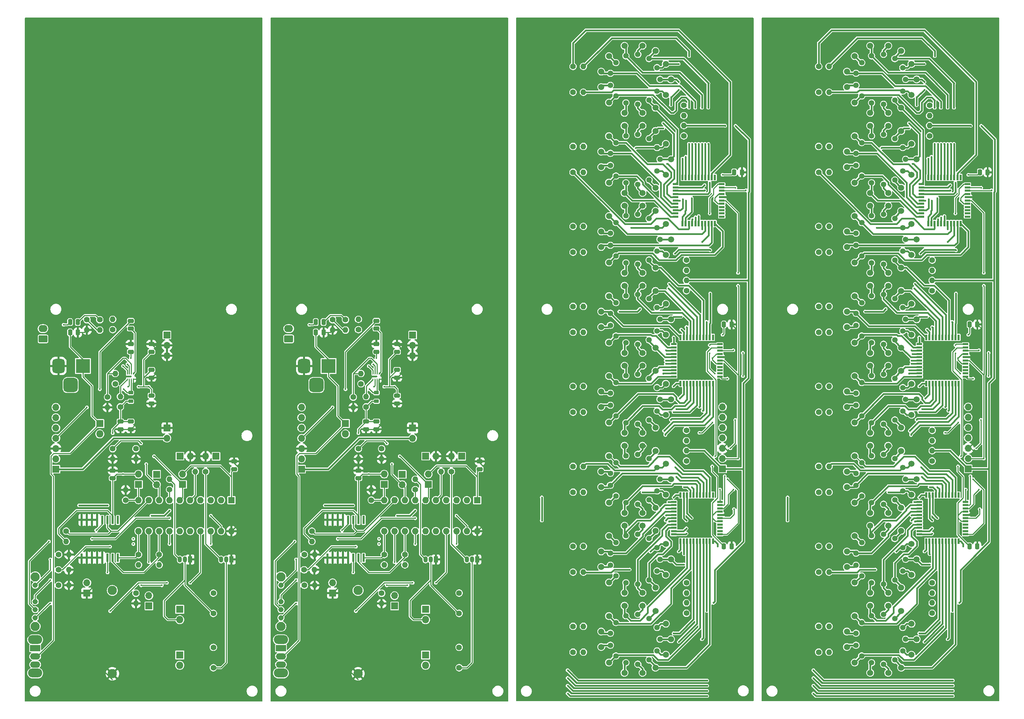
<source format=gtl>
G04 #@! TF.GenerationSoftware,KiCad,Pcbnew,7.0.10*
G04 #@! TF.CreationDate,2024-06-25T17:36:46-05:00*
G04 #@! TF.ProjectId,DMClockPanel,444d436c-6f63-46b5-9061-6e656c2e6b69,rev?*
G04 #@! TF.SameCoordinates,Original*
G04 #@! TF.FileFunction,Copper,L1,Top*
G04 #@! TF.FilePolarity,Positive*
%FSLAX46Y46*%
G04 Gerber Fmt 4.6, Leading zero omitted, Abs format (unit mm)*
G04 Created by KiCad (PCBNEW 7.0.10) date 2024-06-25 17:36:46*
%MOMM*%
%LPD*%
G01*
G04 APERTURE LIST*
G04 Aperture macros list*
%AMRoundRect*
0 Rectangle with rounded corners*
0 $1 Rounding radius*
0 $2 $3 $4 $5 $6 $7 $8 $9 X,Y pos of 4 corners*
0 Add a 4 corners polygon primitive as box body*
4,1,4,$2,$3,$4,$5,$6,$7,$8,$9,$2,$3,0*
0 Add four circle primitives for the rounded corners*
1,1,$1+$1,$2,$3*
1,1,$1+$1,$4,$5*
1,1,$1+$1,$6,$7*
1,1,$1+$1,$8,$9*
0 Add four rect primitives between the rounded corners*
20,1,$1+$1,$2,$3,$4,$5,0*
20,1,$1+$1,$4,$5,$6,$7,0*
20,1,$1+$1,$6,$7,$8,$9,0*
20,1,$1+$1,$8,$9,$2,$3,0*%
G04 Aperture macros list end*
G04 #@! TA.AperFunction,SMDPad,CuDef*
%ADD10C,1.500000*%
G04 #@! TD*
G04 #@! TA.AperFunction,ComponentPad*
%ADD11C,1.400000*%
G04 #@! TD*
G04 #@! TA.AperFunction,ComponentPad*
%ADD12O,1.400000X1.400000*%
G04 #@! TD*
G04 #@! TA.AperFunction,ComponentPad*
%ADD13C,1.408000*%
G04 #@! TD*
G04 #@! TA.AperFunction,ComponentPad*
%ADD14R,1.700000X1.700000*%
G04 #@! TD*
G04 #@! TA.AperFunction,ComponentPad*
%ADD15O,1.700000X1.700000*%
G04 #@! TD*
G04 #@! TA.AperFunction,ComponentPad*
%ADD16R,1.050000X1.500000*%
G04 #@! TD*
G04 #@! TA.AperFunction,ComponentPad*
%ADD17O,1.050000X1.500000*%
G04 #@! TD*
G04 #@! TA.AperFunction,ComponentPad*
%ADD18C,1.346200*%
G04 #@! TD*
G04 #@! TA.AperFunction,SMDPad,CuDef*
%ADD19R,0.500800X1.355600*%
G04 #@! TD*
G04 #@! TA.AperFunction,SMDPad,CuDef*
%ADD20R,1.355600X0.500800*%
G04 #@! TD*
G04 #@! TA.AperFunction,ComponentPad*
%ADD21R,1.800000X1.800000*%
G04 #@! TD*
G04 #@! TA.AperFunction,ComponentPad*
%ADD22O,1.800000X1.800000*%
G04 #@! TD*
G04 #@! TA.AperFunction,SMDPad,CuDef*
%ADD23RoundRect,0.250000X-0.250000X-0.475000X0.250000X-0.475000X0.250000X0.475000X-0.250000X0.475000X0*%
G04 #@! TD*
G04 #@! TA.AperFunction,ComponentPad*
%ADD24R,3.500000X3.500000*%
G04 #@! TD*
G04 #@! TA.AperFunction,ComponentPad*
%ADD25RoundRect,0.750000X-0.750000X-1.000000X0.750000X-1.000000X0.750000X1.000000X-0.750000X1.000000X0*%
G04 #@! TD*
G04 #@! TA.AperFunction,ComponentPad*
%ADD26RoundRect,0.875000X-0.875000X-0.875000X0.875000X-0.875000X0.875000X0.875000X-0.875000X0.875000X0*%
G04 #@! TD*
G04 #@! TA.AperFunction,SMDPad,CuDef*
%ADD27RoundRect,0.250000X0.250000X0.475000X-0.250000X0.475000X-0.250000X-0.475000X0.250000X-0.475000X0*%
G04 #@! TD*
G04 #@! TA.AperFunction,SMDPad,CuDef*
%ADD28RoundRect,0.250000X-0.475000X0.250000X-0.475000X-0.250000X0.475000X-0.250000X0.475000X0.250000X0*%
G04 #@! TD*
G04 #@! TA.AperFunction,ComponentPad*
%ADD29RoundRect,0.250000X0.845000X-0.620000X0.845000X0.620000X-0.845000X0.620000X-0.845000X-0.620000X0*%
G04 #@! TD*
G04 #@! TA.AperFunction,ComponentPad*
%ADD30O,2.190000X1.740000*%
G04 #@! TD*
G04 #@! TA.AperFunction,ComponentPad*
%ADD31R,1.600000X1.600000*%
G04 #@! TD*
G04 #@! TA.AperFunction,ComponentPad*
%ADD32O,1.600000X1.600000*%
G04 #@! TD*
G04 #@! TA.AperFunction,ComponentPad*
%ADD33C,1.308000*%
G04 #@! TD*
G04 #@! TA.AperFunction,ComponentPad*
%ADD34C,2.250000*%
G04 #@! TD*
G04 #@! TA.AperFunction,SMDPad,CuDef*
%ADD35RoundRect,0.250000X0.475000X-0.250000X0.475000X0.250000X-0.475000X0.250000X-0.475000X-0.250000X0*%
G04 #@! TD*
G04 #@! TA.AperFunction,SMDPad,CuDef*
%ADD36R,0.250000X0.600000*%
G04 #@! TD*
G04 #@! TA.AperFunction,ComponentPad*
%ADD37O,3.500000X2.200000*%
G04 #@! TD*
G04 #@! TA.AperFunction,ComponentPad*
%ADD38R,2.500000X1.500000*%
G04 #@! TD*
G04 #@! TA.AperFunction,ComponentPad*
%ADD39O,2.500000X1.500000*%
G04 #@! TD*
G04 #@! TA.AperFunction,ComponentPad*
%ADD40C,2.280000*%
G04 #@! TD*
G04 #@! TA.AperFunction,SMDPad,CuDef*
%ADD41RoundRect,0.073750X-0.221250X0.951250X-0.221250X-0.951250X0.221250X-0.951250X0.221250X0.951250X0*%
G04 #@! TD*
G04 #@! TA.AperFunction,SMDPad,CuDef*
%ADD42RoundRect,0.218750X0.381250X-0.218750X0.381250X0.218750X-0.381250X0.218750X-0.381250X-0.218750X0*%
G04 #@! TD*
G04 #@! TA.AperFunction,ViaPad*
%ADD43C,0.450000*%
G04 #@! TD*
G04 #@! TA.AperFunction,Conductor*
%ADD44C,0.250000*%
G04 #@! TD*
G04 #@! TA.AperFunction,Conductor*
%ADD45C,0.450000*%
G04 #@! TD*
G04 APERTURE END LIST*
D10*
X223895805Y-65032799D03*
D11*
X109485000Y-118485000D03*
D12*
X109485000Y-121025000D03*
D11*
X156540805Y-89797799D03*
D12*
X159080805Y-89797799D03*
X219500805Y-50427799D03*
D11*
X216960805Y-50427799D03*
X102500000Y-105785000D03*
D12*
X102500000Y-108325000D03*
D10*
X173635805Y-35822799D03*
X173635805Y-134247799D03*
X229610805Y-38997799D03*
X179350805Y-63127799D03*
D13*
X128535000Y-172370000D03*
X128535000Y-167370000D03*
D10*
X241040805Y-165362799D03*
D11*
X184430805Y-72067799D03*
D12*
X184430805Y-74607799D03*
D14*
X59880000Y-120315000D03*
D15*
X62420000Y-120315000D03*
D16*
X72560001Y-145740001D03*
D17*
X71290001Y-145740001D03*
X70020001Y-145740001D03*
D12*
X219500805Y-30742799D03*
D11*
X216960805Y-30742799D03*
D12*
X219500805Y-83447799D03*
D11*
X216960805Y-83447799D03*
D12*
X219500805Y-129167799D03*
D11*
X216960805Y-129167799D03*
D18*
X237629585Y-168238079D03*
X237629585Y-162487519D03*
X238338245Y-165362799D03*
X232895025Y-171507059D03*
X229956245Y-171148919D03*
X227517845Y-169467439D03*
X226141165Y-166843619D03*
X226141165Y-163881979D03*
X227517845Y-161258159D03*
X229956245Y-159576679D03*
X232895025Y-159218539D03*
X235666165Y-160270099D03*
X235666165Y-170455499D03*
D10*
X173635805Y-75192799D03*
D14*
X68750000Y-120340000D03*
D15*
X66210000Y-120340000D03*
D14*
X89800000Y-123515000D03*
D15*
X89800000Y-120975000D03*
X89800000Y-118435000D03*
X89800000Y-115895000D03*
X89800000Y-113355000D03*
X89800000Y-110815000D03*
X89800000Y-108275000D03*
D11*
X117740001Y-128545000D03*
D12*
X117740001Y-126005000D03*
D11*
X156540805Y-168537799D03*
D12*
X159080805Y-168537799D03*
D18*
X237629585Y-30443079D03*
X237629585Y-24692519D03*
X238338245Y-27567799D03*
X232895025Y-33712059D03*
X229956245Y-33353919D03*
X227517845Y-31672439D03*
X226141165Y-29048619D03*
X226141165Y-26086979D03*
X227517845Y-23463159D03*
X229956245Y-21781679D03*
X232895025Y-21423539D03*
X235666165Y-22475099D03*
X235666165Y-32660499D03*
D10*
X229610805Y-58682799D03*
D19*
X243390805Y-129877201D03*
X244190806Y-129877201D03*
X244990805Y-129877201D03*
X245790806Y-129877201D03*
X246590804Y-129877201D03*
X247390805Y-129877201D03*
X248190806Y-129877201D03*
X248990804Y-129877201D03*
X249790805Y-129877201D03*
X250590804Y-129877201D03*
X251390805Y-129877201D03*
D20*
X253068604Y-131555000D03*
X253068604Y-132355001D03*
X253068604Y-133155000D03*
X253068604Y-133955001D03*
X253068604Y-134754999D03*
X253068604Y-135555000D03*
X253068604Y-136355001D03*
X253068604Y-137154999D03*
X253068604Y-137955000D03*
X253068604Y-138754999D03*
X253068604Y-139555000D03*
D19*
X251390805Y-141232799D03*
X250590804Y-141232799D03*
X249790805Y-141232799D03*
X248990804Y-141232799D03*
X248190806Y-141232799D03*
X247390805Y-141232799D03*
X246590804Y-141232799D03*
X245790806Y-141232799D03*
X244990805Y-141232799D03*
X244190806Y-141232799D03*
X243390805Y-141232799D03*
D20*
X241713006Y-139555000D03*
X241713006Y-138754999D03*
X241713006Y-137955000D03*
X241713006Y-137154999D03*
X241713006Y-136355001D03*
X241713006Y-135555000D03*
X241713006Y-134754999D03*
X241713006Y-133955001D03*
X241713006Y-133155000D03*
X241713006Y-132355001D03*
X241713006Y-131555000D03*
D10*
X241040805Y-145677799D03*
X229610805Y-35822799D03*
X234055805Y-94877799D03*
X163475805Y-104402799D03*
X239770805Y-110117799D03*
D11*
X156540805Y-122817799D03*
D12*
X159080805Y-122817799D03*
D10*
X169190805Y-75192799D03*
X234055805Y-117737799D03*
D14*
X49700002Y-127267091D03*
D15*
X49700002Y-124727091D03*
D14*
X114565002Y-124780000D03*
D15*
X114565002Y-127320000D03*
D11*
X103770000Y-89175000D03*
D12*
X103770000Y-86635000D03*
D21*
X59860000Y-169235000D03*
D22*
X59860000Y-171775000D03*
D10*
X169190805Y-137422799D03*
D23*
X255960805Y-87892799D03*
X254060805Y-87892799D03*
D10*
X234055805Y-134247799D03*
X176810805Y-59952799D03*
D11*
X49700001Y-144520001D03*
D12*
X49700001Y-147060001D03*
D10*
X180620805Y-47252799D03*
X241040805Y-106307799D03*
D11*
X183795805Y-41487799D03*
D12*
X183795805Y-38947799D03*
D10*
X179350805Y-110117799D03*
D24*
X96435000Y-98115000D03*
D25*
X90435000Y-98115000D03*
D26*
X93435000Y-102815000D03*
D10*
X225800805Y-61222799D03*
X180620805Y-145677799D03*
X169190805Y-173617799D03*
D27*
X95195000Y-87320000D03*
X93295000Y-87320000D03*
D10*
X225800805Y-80907799D03*
X229610805Y-78367799D03*
D28*
X108215000Y-87005000D03*
X108215000Y-88905000D03*
D12*
X219500805Y-103132799D03*
D11*
X216960805Y-103132799D03*
D10*
X169190805Y-157107799D03*
X169190805Y-55507799D03*
X165380805Y-72652799D03*
X165380805Y-100592799D03*
X165380805Y-61222799D03*
X176810805Y-99322799D03*
D18*
X237629585Y-148553079D03*
X237629585Y-142802519D03*
X238338245Y-145677799D03*
X232895025Y-151822059D03*
X229956245Y-151463919D03*
X227517845Y-149782439D03*
X226141165Y-147158619D03*
X226141165Y-144196979D03*
X227517845Y-141573159D03*
X229956245Y-139891679D03*
X232895025Y-139533539D03*
X235666165Y-140585099D03*
X235666165Y-150770499D03*
D10*
X241040805Y-86622799D03*
D11*
X43350000Y-118485000D03*
D12*
X43350000Y-121025000D03*
D18*
X237629585Y-128868079D03*
X237629585Y-123117519D03*
X238338245Y-125992799D03*
X232895025Y-132137059D03*
X229956245Y-131778919D03*
X227517845Y-130097439D03*
X226141165Y-127473619D03*
X226141165Y-124511979D03*
X227517845Y-121888159D03*
X229956245Y-120206679D03*
X232895025Y-119848539D03*
X235666165Y-120900099D03*
X235666165Y-131085499D03*
D11*
X103770000Y-118485000D03*
D12*
X103770000Y-121025000D03*
D14*
X112660000Y-157170000D03*
D15*
X112660000Y-154630000D03*
D28*
X52875000Y-105420000D03*
X52875000Y-107320000D03*
D10*
X234055805Y-78367799D03*
D11*
X54780001Y-144520001D03*
D12*
X54780001Y-147060001D03*
X219500805Y-142502799D03*
D11*
X216960805Y-142502799D03*
D18*
X175246165Y-91715499D03*
X175246165Y-81530099D03*
X172475025Y-80478539D03*
X169536245Y-80836679D03*
X167097845Y-82518159D03*
X165721165Y-85141979D03*
X165721165Y-88103619D03*
X167097845Y-90727439D03*
X169536245Y-92408919D03*
X172475025Y-92767059D03*
X177918245Y-86622799D03*
X177209585Y-83747519D03*
X177209585Y-89498079D03*
D10*
X223895805Y-45347799D03*
X169190805Y-78367799D03*
D29*
X26205000Y-91452500D03*
D30*
X26205000Y-88912500D03*
D14*
X110120002Y-127267091D03*
D15*
X110120002Y-124727091D03*
D14*
X193295805Y-123432799D03*
D15*
X193295805Y-120892799D03*
X193295805Y-118352799D03*
X193295805Y-115812799D03*
X193295805Y-113272799D03*
X193295805Y-110732799D03*
X193295805Y-108192799D03*
D21*
X120280001Y-158030001D03*
D22*
X120280001Y-160570001D03*
D11*
X100595000Y-86735000D03*
D12*
X100595000Y-89275000D03*
D31*
X132980001Y-131135001D03*
D32*
X130440001Y-131135001D03*
X127900001Y-131135001D03*
X125360001Y-131135001D03*
X122820001Y-131135001D03*
X120280001Y-131135001D03*
X117740001Y-131135001D03*
X115200001Y-131135001D03*
X112660001Y-131135001D03*
X110120001Y-131135001D03*
X110120001Y-138755001D03*
X112660001Y-138755001D03*
X115200001Y-138755001D03*
X117740001Y-138755001D03*
X120280001Y-138755001D03*
X122820001Y-138755001D03*
X125360001Y-138755001D03*
X127900001Y-138755001D03*
X130440001Y-138755001D03*
X132980001Y-138755001D03*
D21*
X120280000Y-169235000D03*
D22*
X120280000Y-171775000D03*
D10*
X237230805Y-132977799D03*
X239770805Y-122182799D03*
D18*
X237629585Y-69813079D03*
X237629585Y-64062519D03*
X238338245Y-66937799D03*
X232895025Y-73082059D03*
X229956245Y-72723919D03*
X227517845Y-71042439D03*
X226141165Y-68418619D03*
X226141165Y-65456979D03*
X227517845Y-62833159D03*
X229956245Y-61151679D03*
X232895025Y-60793539D03*
X235666165Y-61845099D03*
X235666165Y-72030499D03*
D10*
X223895805Y-84717799D03*
X237230805Y-113292799D03*
X165380805Y-131707799D03*
D33*
X84720000Y-152090000D03*
X84720000Y-156090000D03*
X84720000Y-158090000D03*
X84720000Y-160090000D03*
D34*
X84720000Y-149990000D03*
X84720000Y-162190000D03*
D10*
X169190805Y-38997799D03*
D11*
X45255000Y-108175000D03*
D12*
X45255000Y-105635000D03*
D11*
X30015000Y-148280000D03*
D12*
X32555000Y-148280000D03*
D10*
X176810805Y-138692799D03*
X180620805Y-125992799D03*
D18*
X175246165Y-52345499D03*
X175246165Y-42160099D03*
X172475025Y-41108539D03*
X169536245Y-41466679D03*
X167097845Y-43148159D03*
X165721165Y-45771979D03*
X165721165Y-48733619D03*
X167097845Y-51357439D03*
X169536245Y-53038919D03*
X172475025Y-53397059D03*
X177918245Y-47252799D03*
X177209585Y-44377519D03*
X177209585Y-50128079D03*
D10*
X179350805Y-23757799D03*
D14*
X37000000Y-154000001D03*
D15*
X37000000Y-151460001D03*
D10*
X225800805Y-120277799D03*
D33*
X24300000Y-152090000D03*
X24300000Y-156090000D03*
X24300000Y-158090000D03*
X24300000Y-160090000D03*
D34*
X24300000Y-149990000D03*
X24300000Y-162190000D03*
D10*
X173635805Y-58682799D03*
D12*
X219500805Y-122817799D03*
D11*
X216960805Y-122817799D03*
D10*
X179350805Y-51062799D03*
X163475805Y-124087799D03*
D11*
X90485000Y-152090000D03*
D12*
X93025000Y-152090000D03*
D18*
X175246165Y-170455499D03*
X175246165Y-160270099D03*
X172475025Y-159218539D03*
X169536245Y-159576679D03*
X167097845Y-161258159D03*
X165721165Y-163881979D03*
X165721165Y-166843619D03*
X167097845Y-169467439D03*
X169536245Y-171148919D03*
X172475025Y-171507059D03*
X177918245Y-165362799D03*
X177209585Y-162487519D03*
X177209585Y-168238079D03*
D11*
X156540805Y-83447799D03*
D12*
X159080805Y-83447799D03*
D10*
X223895805Y-143772799D03*
X179350805Y-102497799D03*
X239770805Y-161552799D03*
D11*
X31920000Y-138755000D03*
D12*
X31920000Y-141295000D03*
D10*
X241040805Y-125992799D03*
X241040805Y-47252799D03*
X234055805Y-75192799D03*
X237230805Y-138692799D03*
X225800805Y-112022799D03*
D12*
X219500805Y-24392799D03*
D11*
X216960805Y-24392799D03*
D18*
X237629585Y-50128079D03*
X237629585Y-44377519D03*
X238338245Y-47252799D03*
X232895025Y-53397059D03*
X229956245Y-53038919D03*
X227517845Y-51357439D03*
X226141165Y-48733619D03*
X226141165Y-45771979D03*
X227517845Y-43148159D03*
X229956245Y-41466679D03*
X232895025Y-41108539D03*
X235666165Y-42160099D03*
X235666165Y-52345499D03*
D11*
X97420000Y-86735000D03*
D12*
X97420000Y-89275000D03*
D28*
X52875000Y-92720000D03*
X52875000Y-94620000D03*
D14*
X97420000Y-154000001D03*
D15*
X97420000Y-151460001D03*
D10*
X239770805Y-141867799D03*
D11*
X184430805Y-113977799D03*
D12*
X184430805Y-116517799D03*
D11*
X105675000Y-108175000D03*
D12*
X105675000Y-105635000D03*
D11*
X49065000Y-118485000D03*
D12*
X49065000Y-121025000D03*
D10*
X169190805Y-19312799D03*
D18*
X175246165Y-111400499D03*
X175246165Y-101215099D03*
X172475025Y-100163539D03*
X169536245Y-100521679D03*
X167097845Y-102203159D03*
X165721165Y-104826979D03*
X165721165Y-107788619D03*
X167097845Y-110412439D03*
X169536245Y-112093919D03*
X172475025Y-112452059D03*
X177918245Y-106307799D03*
X177209585Y-103432519D03*
X177209585Y-109183079D03*
D10*
X163475805Y-68842799D03*
X225800805Y-131707799D03*
X169190805Y-94877799D03*
D11*
X92340000Y-138755000D03*
D12*
X92340000Y-141295000D03*
D10*
X234055805Y-38997799D03*
X179350805Y-149487799D03*
X173635805Y-98052799D03*
X180620805Y-86622799D03*
D11*
X30065000Y-152090000D03*
D12*
X32605000Y-152090000D03*
D10*
X239770805Y-149487799D03*
X225800805Y-21852799D03*
X229610805Y-157107799D03*
D28*
X113295000Y-99070000D03*
X113295000Y-100970000D03*
D10*
X165380805Y-21852799D03*
D15*
X253715805Y-108192799D03*
X253715805Y-110732799D03*
X253715805Y-113272799D03*
X253715805Y-115812799D03*
X253715805Y-118352799D03*
X253715805Y-120892799D03*
D14*
X253715805Y-123432799D03*
D12*
X244850805Y-153982799D03*
D11*
X244850805Y-151442799D03*
D10*
X239770805Y-43442799D03*
D14*
X29380000Y-123515000D03*
D15*
X29380000Y-120975000D03*
X29380000Y-118435000D03*
X29380000Y-115895000D03*
X29380000Y-113355000D03*
X29380000Y-110815000D03*
X29380000Y-108275000D03*
D10*
X237230805Y-119007799D03*
X239770805Y-82812799D03*
D14*
X117105000Y-113350000D03*
D15*
X117105000Y-115890000D03*
D14*
X120300000Y-120315000D03*
D15*
X122840000Y-120315000D03*
D11*
X115200001Y-144520001D03*
D12*
X115200001Y-147060001D03*
D14*
X52240000Y-157170000D03*
D15*
X52240000Y-154630000D03*
D10*
X229610805Y-98052799D03*
X176810805Y-113292799D03*
X176810805Y-54237799D03*
X180620805Y-106307799D03*
D23*
X258500805Y-50427799D03*
X256600805Y-50427799D03*
D10*
X223895805Y-68842799D03*
X163475805Y-65032799D03*
D35*
X43350000Y-125735000D03*
X43350000Y-123835000D03*
X133615000Y-123515000D03*
X133615000Y-121615000D03*
D16*
X132980001Y-145740001D03*
D17*
X131710001Y-145740001D03*
X130440001Y-145740001D03*
D10*
X229610805Y-55507799D03*
X173635805Y-153932799D03*
X239770805Y-129802799D03*
D23*
X93295000Y-89860000D03*
X95195000Y-89860000D03*
D16*
X122820001Y-145740001D03*
D17*
X121550001Y-145740001D03*
X120280001Y-145740001D03*
D11*
X156540805Y-44077799D03*
D12*
X159080805Y-44077799D03*
D10*
X176810805Y-172347799D03*
X165380805Y-33282799D03*
D16*
X62400001Y-145740001D03*
D17*
X61130001Y-145740001D03*
X59860001Y-145740001D03*
D11*
X156540805Y-70112799D03*
D12*
X159080805Y-70112799D03*
D28*
X108215000Y-92720000D03*
X108215000Y-94620000D03*
D10*
X173635805Y-157107799D03*
X176810805Y-93607799D03*
X179350805Y-82812799D03*
X234055805Y-173617799D03*
D20*
X181293006Y-92745598D03*
X181293006Y-93545599D03*
X181293006Y-94345598D03*
X181293006Y-95145599D03*
X181293006Y-95945597D03*
X181293006Y-96745598D03*
X181293006Y-97545599D03*
X181293006Y-98345597D03*
X181293006Y-99145598D03*
X181293006Y-99945597D03*
X181293006Y-100745598D03*
D19*
X182970805Y-102423397D03*
X183770806Y-102423397D03*
X184570805Y-102423397D03*
X185370806Y-102423397D03*
X186170804Y-102423397D03*
X186970805Y-102423397D03*
X187770806Y-102423397D03*
X188570804Y-102423397D03*
X189370805Y-102423397D03*
X190170804Y-102423397D03*
X190970805Y-102423397D03*
D20*
X192648604Y-100745598D03*
X192648604Y-99945597D03*
X192648604Y-99145598D03*
X192648604Y-98345597D03*
X192648604Y-97545599D03*
X192648604Y-96745598D03*
X192648604Y-95945597D03*
X192648604Y-95145599D03*
X192648604Y-94345598D03*
X192648604Y-93545599D03*
X192648604Y-92745598D03*
D19*
X190970805Y-91067799D03*
X190170804Y-91067799D03*
X189370805Y-91067799D03*
X188570804Y-91067799D03*
X187770806Y-91067799D03*
X186970805Y-91067799D03*
X186170804Y-91067799D03*
X185370806Y-91067799D03*
X184570805Y-91067799D03*
X183770806Y-91067799D03*
X182970805Y-91067799D03*
D11*
X109485000Y-154045000D03*
D12*
X109485000Y-156585000D03*
D10*
X234055805Y-55507799D03*
D14*
X129170000Y-120340000D03*
D15*
X126630000Y-120340000D03*
D10*
X173635805Y-114562799D03*
X169190805Y-117737799D03*
D36*
X46930000Y-101420000D03*
X47430000Y-101420000D03*
X47930000Y-101420000D03*
X48430000Y-101420000D03*
X48430000Y-100020000D03*
X47930000Y-100020000D03*
X47430000Y-100020000D03*
X46930000Y-100020000D03*
D12*
X244850805Y-74607799D03*
D11*
X244850805Y-72067799D03*
D10*
X176810805Y-119007799D03*
X237230805Y-158377799D03*
X169190805Y-58682799D03*
D11*
X42080000Y-105785000D03*
D12*
X42080000Y-108325000D03*
D35*
X108215000Y-113670000D03*
X108215000Y-111770000D03*
D10*
X163475805Y-84717799D03*
X225800805Y-171077799D03*
D13*
X68115001Y-158995000D03*
X68115001Y-153995000D03*
D10*
X229610805Y-94877799D03*
D18*
X175246165Y-131085499D03*
X175246165Y-120900099D03*
X172475025Y-119848539D03*
X169536245Y-120206679D03*
X167097845Y-121888159D03*
X165721165Y-124511979D03*
X165721165Y-127473619D03*
X167097845Y-130097439D03*
X169536245Y-131778919D03*
X172475025Y-132137059D03*
X177918245Y-125992799D03*
X177209585Y-123117519D03*
X177209585Y-128868079D03*
D10*
X234055805Y-137422799D03*
X225800805Y-139962799D03*
D11*
X126625001Y-124087091D03*
D12*
X124085001Y-124087091D03*
D10*
X165380805Y-92337799D03*
D11*
X49065000Y-154045000D03*
D12*
X49065000Y-156585000D03*
D10*
X176810805Y-40267799D03*
X225800805Y-159647799D03*
D23*
X196180805Y-50427799D03*
X198080805Y-50427799D03*
D14*
X120960001Y-127262091D03*
D15*
X120960001Y-124722091D03*
D10*
X176810805Y-79637799D03*
X163475805Y-88527799D03*
X163475805Y-127897799D03*
X223895805Y-167267799D03*
X176810805Y-20582799D03*
X241040805Y-27567799D03*
X179350805Y-129802799D03*
D18*
X237629585Y-109183079D03*
X237629585Y-103432519D03*
X238338245Y-106307799D03*
X232895025Y-112452059D03*
X229956245Y-112093919D03*
X227517845Y-110412439D03*
X226141165Y-107788619D03*
X226141165Y-104826979D03*
X227517845Y-102203159D03*
X229956245Y-100521679D03*
X232895025Y-100163539D03*
X235666165Y-101215099D03*
X235666165Y-111400499D03*
D10*
X237230805Y-54237799D03*
D11*
X156540805Y-162187799D03*
D12*
X159080805Y-162187799D03*
D18*
X175246165Y-150770499D03*
X175246165Y-140585099D03*
X172475025Y-139533539D03*
X169536245Y-139891679D03*
X167097845Y-141573159D03*
X165721165Y-144196979D03*
X165721165Y-147158619D03*
X167097845Y-149782439D03*
X169536245Y-151463919D03*
X172475025Y-151822059D03*
X177918245Y-145677799D03*
X177209585Y-142802519D03*
X177209585Y-148553079D03*
D10*
X179350805Y-43442799D03*
X165380805Y-159647799D03*
X169190805Y-35822799D03*
X163475805Y-163457799D03*
D11*
X57320001Y-128545000D03*
D12*
X57320001Y-126005000D03*
D10*
X180620805Y-165362799D03*
D35*
X103770000Y-125735000D03*
X103770000Y-123835000D03*
D20*
X181763005Y-53375598D03*
X181763005Y-54175599D03*
X181763005Y-54975598D03*
X181763005Y-55775599D03*
X181763005Y-56575597D03*
X181763005Y-57375598D03*
X181763005Y-58175599D03*
X181763005Y-58975597D03*
X181763005Y-59775598D03*
X181763005Y-60575597D03*
X181763005Y-61375598D03*
D19*
X183440804Y-63053397D03*
X184240805Y-63053397D03*
X185040804Y-63053397D03*
X185840805Y-63053397D03*
X186640803Y-63053397D03*
X187440804Y-63053397D03*
X188240805Y-63053397D03*
X189040803Y-63053397D03*
X189840804Y-63053397D03*
X190640803Y-63053397D03*
X191440804Y-63053397D03*
D20*
X193118603Y-61375598D03*
X193118603Y-60575597D03*
X193118603Y-59775598D03*
X193118603Y-58975597D03*
X193118603Y-58175599D03*
X193118603Y-57375598D03*
X193118603Y-56575597D03*
X193118603Y-55775599D03*
X193118603Y-54975598D03*
X193118603Y-54175599D03*
X193118603Y-53375598D03*
D19*
X191440804Y-51697799D03*
X190640803Y-51697799D03*
X189840804Y-51697799D03*
X189040803Y-51697799D03*
X188240805Y-51697799D03*
X187440804Y-51697799D03*
X186640803Y-51697799D03*
X185840805Y-51697799D03*
X185040804Y-51697799D03*
X184240805Y-51697799D03*
X183440804Y-51697799D03*
D10*
X173635805Y-19312799D03*
X165380805Y-80907799D03*
X179350805Y-90432799D03*
D12*
X219500805Y-109482799D03*
D11*
X216960805Y-109482799D03*
D10*
X163475805Y-167267799D03*
X234055805Y-114562799D03*
D11*
X90485000Y-144520000D03*
D12*
X93025000Y-144520000D03*
D11*
X156540805Y-63762799D03*
D12*
X159080805Y-63762799D03*
D10*
X229610805Y-117737799D03*
D20*
X181293006Y-131555000D03*
X181293006Y-132355001D03*
X181293006Y-133155000D03*
X181293006Y-133955001D03*
X181293006Y-134754999D03*
X181293006Y-135555000D03*
X181293006Y-136355001D03*
X181293006Y-137154999D03*
X181293006Y-137955000D03*
X181293006Y-138754999D03*
X181293006Y-139555000D03*
D19*
X182970805Y-141232799D03*
X183770806Y-141232799D03*
X184570805Y-141232799D03*
X185370806Y-141232799D03*
X186170804Y-141232799D03*
X186970805Y-141232799D03*
X187770806Y-141232799D03*
X188570804Y-141232799D03*
X189370805Y-141232799D03*
X190170804Y-141232799D03*
X190970805Y-141232799D03*
D20*
X192648604Y-139555000D03*
X192648604Y-138754999D03*
X192648604Y-137955000D03*
X192648604Y-137154999D03*
X192648604Y-136355001D03*
X192648604Y-135555000D03*
X192648604Y-134754999D03*
X192648604Y-133955001D03*
X192648604Y-133155000D03*
X192648604Y-132355001D03*
X192648604Y-131555000D03*
D19*
X190970805Y-129877201D03*
X190170804Y-129877201D03*
X189370805Y-129877201D03*
X188570804Y-129877201D03*
X187770806Y-129877201D03*
X186970805Y-129877201D03*
X186170804Y-129877201D03*
X185370806Y-129877201D03*
X184570805Y-129877201D03*
X183770806Y-129877201D03*
X182970805Y-129877201D03*
D12*
X219500805Y-63762799D03*
D11*
X216960805Y-63762799D03*
D10*
X237230805Y-152662799D03*
D13*
X68115000Y-172370000D03*
X68115000Y-167370000D03*
D10*
X225800805Y-72652799D03*
D11*
X184430805Y-151442799D03*
D12*
X184430805Y-153982799D03*
D11*
X43985000Y-102510000D03*
D12*
X43985000Y-99970000D03*
D10*
X229610805Y-19312799D03*
X237230805Y-34552799D03*
X165380805Y-52967799D03*
X225800805Y-33282799D03*
X237230805Y-20582799D03*
D35*
X47795000Y-113670000D03*
X47795000Y-111770000D03*
D11*
X156540805Y-50427799D03*
D12*
X159080805Y-50427799D03*
D10*
X223895805Y-49157799D03*
D11*
X156540805Y-24392799D03*
D12*
X159080805Y-24392799D03*
D11*
X37000000Y-86735000D03*
D12*
X37000000Y-89275000D03*
D10*
X241040805Y-66937799D03*
X179350805Y-161552799D03*
X229610805Y-137422799D03*
D37*
X24300000Y-165480000D03*
X24300000Y-173680000D03*
D38*
X24300000Y-167580000D03*
D39*
X24300000Y-169580000D03*
X24300000Y-171580000D03*
D23*
X193640805Y-142502799D03*
X195540805Y-142502799D03*
D10*
X179350805Y-122182799D03*
X239770805Y-31377799D03*
D11*
X184430805Y-79587799D03*
D12*
X184430805Y-77047799D03*
D10*
X229610805Y-173617799D03*
D28*
X52875000Y-99070000D03*
X52875000Y-100970000D03*
D11*
X156540805Y-142502799D03*
D12*
X159080805Y-142502799D03*
D10*
X225800805Y-41537799D03*
X176810805Y-152662799D03*
X173635805Y-117737799D03*
X234055805Y-157107799D03*
D28*
X45255000Y-111770000D03*
X45255000Y-113670000D03*
D23*
X255960805Y-142502799D03*
X254060805Y-142502799D03*
D10*
X223895805Y-108212799D03*
D29*
X86625000Y-91452500D03*
D30*
X86625000Y-88912500D03*
D10*
X237230805Y-79637799D03*
D11*
X46525000Y-131135000D03*
D12*
X46525000Y-128595000D03*
D10*
X163475805Y-45347799D03*
X223895805Y-147582799D03*
X223895805Y-104402799D03*
X165380805Y-112022799D03*
X239770805Y-169172799D03*
X225800805Y-52967799D03*
D23*
X32875000Y-89860000D03*
X34775000Y-89860000D03*
D10*
X234055805Y-19312799D03*
D14*
X56685000Y-90495000D03*
D15*
X56685000Y-93035000D03*
X56685000Y-95575000D03*
D10*
X223895805Y-163457799D03*
X234055805Y-98052799D03*
X223895805Y-124087799D03*
D11*
X184430805Y-158962799D03*
D12*
X184430805Y-156422799D03*
D37*
X84720000Y-165480000D03*
X84720000Y-173680000D03*
D38*
X84720000Y-167580000D03*
D39*
X84720000Y-169580000D03*
X84720000Y-171580000D03*
D10*
X176810805Y-132977799D03*
D14*
X56685000Y-113350000D03*
D15*
X56685000Y-115890000D03*
D10*
X179350805Y-70747799D03*
X176810805Y-158377799D03*
X223895805Y-25662799D03*
D40*
X43270804Y-173850000D03*
X43270804Y-153360000D03*
D18*
X175246165Y-72030499D03*
X175246165Y-61845099D03*
X172475025Y-60793539D03*
X169536245Y-61151679D03*
X167097845Y-62833159D03*
X165721165Y-65456979D03*
X165721165Y-68418619D03*
X167097845Y-71042439D03*
X169536245Y-72723919D03*
X172475025Y-73082059D03*
X177918245Y-66937799D03*
X177209585Y-64062519D03*
X177209585Y-69813079D03*
D40*
X103690804Y-173850000D03*
X103690804Y-153360000D03*
D10*
X239770805Y-23757799D03*
X223895805Y-127897799D03*
D11*
X156540805Y-103132799D03*
D12*
X159080805Y-103132799D03*
X244850805Y-118957799D03*
D11*
X244850805Y-121497799D03*
X183795805Y-33967799D03*
D12*
X183795805Y-36507799D03*
D10*
X165380805Y-151392799D03*
X169190805Y-98052799D03*
D12*
X219500805Y-70112799D03*
D11*
X216960805Y-70112799D03*
D28*
X113295000Y-105420000D03*
X113295000Y-107320000D03*
D10*
X237230805Y-172347799D03*
X237230805Y-59952799D03*
D21*
X59860001Y-158030001D03*
D22*
X59860001Y-160570001D03*
D19*
X243390805Y-91067799D03*
X244190806Y-91067799D03*
X244990805Y-91067799D03*
X245790806Y-91067799D03*
X246590804Y-91067799D03*
X247390805Y-91067799D03*
X248190806Y-91067799D03*
X248990804Y-91067799D03*
X249790805Y-91067799D03*
X250590804Y-91067799D03*
X251390805Y-91067799D03*
D20*
X253068604Y-92745598D03*
X253068604Y-93545599D03*
X253068604Y-94345598D03*
X253068604Y-95145599D03*
X253068604Y-95945597D03*
X253068604Y-96745598D03*
X253068604Y-97545599D03*
X253068604Y-98345597D03*
X253068604Y-99145598D03*
X253068604Y-99945597D03*
X253068604Y-100745598D03*
D19*
X251390805Y-102423397D03*
X250590804Y-102423397D03*
X249790805Y-102423397D03*
X248990804Y-102423397D03*
X248190806Y-102423397D03*
X247390805Y-102423397D03*
X246590804Y-102423397D03*
X245790806Y-102423397D03*
X244990805Y-102423397D03*
X244190806Y-102423397D03*
X243390805Y-102423397D03*
D20*
X241713006Y-100745598D03*
X241713006Y-99945597D03*
X241713006Y-99145598D03*
X241713006Y-98345597D03*
X241713006Y-97545599D03*
X241713006Y-96745598D03*
X241713006Y-95945597D03*
X241713006Y-95145599D03*
X241713006Y-94345598D03*
X241713006Y-93545599D03*
X241713006Y-92745598D03*
D10*
X237230805Y-99322799D03*
X229610805Y-134247799D03*
D12*
X219500805Y-89797799D03*
D11*
X216960805Y-89797799D03*
D18*
X175246165Y-32660499D03*
X175246165Y-22475099D03*
X172475025Y-21423539D03*
X169536245Y-21781679D03*
X167097845Y-23463159D03*
X165721165Y-26086979D03*
X165721165Y-29048619D03*
X167097845Y-31672439D03*
X169536245Y-33353919D03*
X172475025Y-33712059D03*
X177918245Y-27567799D03*
X177209585Y-24692519D03*
X177209585Y-30443079D03*
D10*
X234055805Y-58682799D03*
X179350805Y-169172799D03*
D12*
X219500805Y-44077799D03*
D11*
X216960805Y-44077799D03*
D28*
X105675000Y-111770000D03*
X105675000Y-113670000D03*
D24*
X36015000Y-98115000D03*
D25*
X30015000Y-98115000D03*
D26*
X33015000Y-102815000D03*
D10*
X234055805Y-35822799D03*
D14*
X117105000Y-90495000D03*
D15*
X117105000Y-93035000D03*
X117105000Y-95575000D03*
D11*
X156540805Y-148852799D03*
D12*
X159080805Y-148852799D03*
D21*
X100595000Y-112310000D03*
D22*
X100595000Y-114850000D03*
D11*
X30065000Y-144520000D03*
D12*
X32605000Y-144520000D03*
D10*
X163475805Y-143772799D03*
X165380805Y-120277799D03*
D36*
X107350000Y-101420000D03*
X107850000Y-101420000D03*
X108350000Y-101420000D03*
X108850000Y-101420000D03*
X108850000Y-100020000D03*
X108350000Y-100020000D03*
X107850000Y-100020000D03*
X107350000Y-100020000D03*
D28*
X47795000Y-92720000D03*
X47795000Y-94620000D03*
D10*
X229610805Y-153932799D03*
D28*
X113295000Y-92720000D03*
X113295000Y-94620000D03*
D10*
X223895805Y-29472799D03*
X225800805Y-151392799D03*
X239770805Y-63127799D03*
X225800805Y-92337799D03*
D19*
X243860804Y-51697799D03*
X244660805Y-51697799D03*
X245460804Y-51697799D03*
X246260805Y-51697799D03*
X247060803Y-51697799D03*
X247860804Y-51697799D03*
X248660805Y-51697799D03*
X249460803Y-51697799D03*
X250260804Y-51697799D03*
X251060803Y-51697799D03*
X251860804Y-51697799D03*
D20*
X253538603Y-53375598D03*
X253538603Y-54175599D03*
X253538603Y-54975598D03*
X253538603Y-55775599D03*
X253538603Y-56575597D03*
X253538603Y-57375598D03*
X253538603Y-58175599D03*
X253538603Y-58975597D03*
X253538603Y-59775598D03*
X253538603Y-60575597D03*
X253538603Y-61375598D03*
D19*
X251860804Y-63053397D03*
X251060803Y-63053397D03*
X250260804Y-63053397D03*
X249460803Y-63053397D03*
X248660805Y-63053397D03*
X247860804Y-63053397D03*
X247060803Y-63053397D03*
X246260805Y-63053397D03*
X245460804Y-63053397D03*
X244660805Y-63053397D03*
X243860804Y-63053397D03*
D20*
X242183005Y-61375598D03*
X242183005Y-60575597D03*
X242183005Y-59775598D03*
X242183005Y-58975597D03*
X242183005Y-58175599D03*
X242183005Y-57375598D03*
X242183005Y-56575597D03*
X242183005Y-55775599D03*
X242183005Y-54975598D03*
X242183005Y-54175599D03*
X242183005Y-53375598D03*
D11*
X184430805Y-121497799D03*
D12*
X184430805Y-118957799D03*
D11*
X66205001Y-124087091D03*
D12*
X63665001Y-124087091D03*
D10*
X234055805Y-153932799D03*
D12*
X219500805Y-168537799D03*
D11*
X216960805Y-168537799D03*
D10*
X179350805Y-31377799D03*
X173635805Y-137422799D03*
X239770805Y-90432799D03*
D12*
X244215805Y-38947799D03*
D11*
X244215805Y-41487799D03*
D10*
X239770805Y-102497799D03*
X169190805Y-153932799D03*
X229610805Y-114562799D03*
X239770805Y-51062799D03*
D11*
X110120001Y-144520001D03*
D12*
X110120001Y-147060001D03*
D41*
X44620002Y-136005000D03*
X43350002Y-136005000D03*
X42080002Y-136005000D03*
X40810002Y-136005000D03*
X39540002Y-136005000D03*
X38270002Y-136005000D03*
X37000002Y-136005000D03*
X35730002Y-136005000D03*
X35730002Y-145315000D03*
X37000002Y-145315000D03*
X38270002Y-145315000D03*
X39540002Y-145315000D03*
X40810002Y-145315000D03*
X42080002Y-145315000D03*
X43350002Y-145315000D03*
X44620002Y-145315000D03*
D10*
X180620805Y-27567799D03*
D12*
X219500805Y-148852799D03*
D11*
X216960805Y-148852799D03*
D14*
X54145002Y-124780000D03*
D15*
X54145002Y-127320000D03*
D10*
X229610805Y-75192799D03*
X169190805Y-134247799D03*
X173635805Y-94877799D03*
X173635805Y-173617799D03*
X179350805Y-141867799D03*
D12*
X244850805Y-116517799D03*
D11*
X244850805Y-113977799D03*
D10*
X165380805Y-41537799D03*
D27*
X34775000Y-87320000D03*
X32875000Y-87320000D03*
D10*
X163475805Y-25662799D03*
D18*
X237629585Y-89498079D03*
X237629585Y-83747519D03*
X238338245Y-86622799D03*
X232895025Y-92767059D03*
X229956245Y-92408919D03*
X227517845Y-90727439D03*
X226141165Y-88103619D03*
X226141165Y-85141979D03*
X227517845Y-82518159D03*
X229956245Y-80836679D03*
X232895025Y-80478539D03*
X235666165Y-81530099D03*
X235666165Y-91715499D03*
D35*
X73195000Y-123515000D03*
X73195000Y-121615000D03*
D11*
X90435000Y-148280000D03*
D12*
X92975000Y-148280000D03*
D11*
X106945000Y-131135000D03*
D12*
X106945000Y-128595000D03*
D13*
X128535001Y-158995000D03*
X128535001Y-153995000D03*
D31*
X72560001Y-131135001D03*
D32*
X70020001Y-131135001D03*
X67480001Y-131135001D03*
X64940001Y-131135001D03*
X62400001Y-131135001D03*
X59860001Y-131135001D03*
X57320001Y-131135001D03*
X54780001Y-131135001D03*
X52240001Y-131135001D03*
X49700001Y-131135001D03*
X49700001Y-138755001D03*
X52240001Y-138755001D03*
X54780001Y-138755001D03*
X57320001Y-138755001D03*
X59860001Y-138755001D03*
X62400001Y-138755001D03*
X64940001Y-138755001D03*
X67480001Y-138755001D03*
X70020001Y-138755001D03*
X72560001Y-138755001D03*
D23*
X193640805Y-87892799D03*
X195540805Y-87892799D03*
D10*
X163475805Y-147582799D03*
D11*
X104405000Y-102510000D03*
D12*
X104405000Y-99970000D03*
D10*
X237230805Y-73922799D03*
X239770805Y-70747799D03*
X223895805Y-88527799D03*
X163475805Y-108212799D03*
X165380805Y-171077799D03*
X176810805Y-73922799D03*
D12*
X219500805Y-162187799D03*
D11*
X216960805Y-162187799D03*
D21*
X40175000Y-112310000D03*
D22*
X40175000Y-114850000D03*
D10*
X165380805Y-139962799D03*
D11*
X40175000Y-86735000D03*
D12*
X40175000Y-89275000D03*
D10*
X173635805Y-55507799D03*
D12*
X244215805Y-36507799D03*
D11*
X244215805Y-33967799D03*
X156540805Y-30742799D03*
D12*
X159080805Y-30742799D03*
D10*
X173635805Y-38997799D03*
D42*
X108215000Y-106797500D03*
X108215000Y-104672500D03*
D11*
X156540805Y-109482799D03*
D12*
X159080805Y-109482799D03*
D10*
X225800805Y-100592799D03*
X169190805Y-114562799D03*
D11*
X156540805Y-129167799D03*
D12*
X159080805Y-129167799D03*
D10*
X237230805Y-93607799D03*
X163475805Y-49157799D03*
X237230805Y-40267799D03*
D28*
X47795000Y-87005000D03*
X47795000Y-88905000D03*
D12*
X244850805Y-156422799D03*
D11*
X244850805Y-158962799D03*
D10*
X180620805Y-66937799D03*
X163475805Y-29472799D03*
D14*
X60540001Y-127262091D03*
D15*
X60540001Y-124722091D03*
D10*
X176810805Y-34552799D03*
X173635805Y-78367799D03*
D11*
X43350000Y-89175000D03*
D12*
X43350000Y-86635000D03*
D42*
X47795000Y-106797500D03*
X47795000Y-104672500D03*
D41*
X105040002Y-136005000D03*
X103770002Y-136005000D03*
X102500002Y-136005000D03*
X101230002Y-136005000D03*
X99960002Y-136005000D03*
X98690002Y-136005000D03*
X97420002Y-136005000D03*
X96150002Y-136005000D03*
X96150002Y-145315000D03*
X97420002Y-145315000D03*
X98690002Y-145315000D03*
X99960002Y-145315000D03*
X101230002Y-145315000D03*
X102500002Y-145315000D03*
X103770002Y-145315000D03*
X105040002Y-145315000D03*
D12*
X244850805Y-77047799D03*
D11*
X244850805Y-79587799D03*
D43*
X102500002Y-148915000D03*
X42080002Y-148915000D03*
X47160000Y-103195000D03*
X49700000Y-103195000D03*
X110120000Y-103195000D03*
X193320805Y-90432799D03*
X97420000Y-108275000D03*
X193320805Y-51062799D03*
X253740805Y-90432799D03*
X107580000Y-103195000D03*
X190780805Y-96147799D03*
X52240000Y-103195000D03*
X112660000Y-103195000D03*
X253740805Y-51062799D03*
X251200805Y-96147799D03*
X251835805Y-57412799D03*
X191415805Y-57412799D03*
X37000000Y-108275000D03*
X190780805Y-122817799D03*
X251200805Y-122817799D03*
X100595000Y-103830000D03*
X40175000Y-103830000D03*
X46030000Y-103830000D03*
X106450000Y-103830000D03*
X176810805Y-146947799D03*
X105040002Y-150185000D03*
X153950805Y-97417799D03*
X197765805Y-52967799D03*
X206750805Y-173683203D03*
X194590805Y-178697799D03*
X199035805Y-174252799D03*
X247390805Y-167902799D03*
X237230805Y-37092799D03*
X171095805Y-139962799D03*
X179350805Y-33348203D03*
X182525805Y-105037799D03*
X241675805Y-157742799D03*
X252470805Y-66937799D03*
X229610805Y-104402799D03*
X233420805Y-51062799D03*
X64305000Y-167330000D03*
X187605805Y-132977799D03*
X195225805Y-119642799D03*
X167920805Y-140597799D03*
X254207929Y-134660369D03*
X148235805Y-23757799D03*
X211195805Y-59317799D03*
X232150805Y-143772799D03*
X150140805Y-178697799D03*
X251835805Y-139327799D03*
X157125805Y-76462799D03*
X246755805Y-26932799D03*
X195225805Y-96147799D03*
X186970805Y-167902799D03*
X258185805Y-52967799D03*
X193320805Y-81542799D03*
X230245805Y-146312799D03*
X73830000Y-85415000D03*
X56050000Y-164790000D03*
X134250000Y-85415000D03*
X214370805Y-14867799D03*
X210560805Y-178697799D03*
X169190805Y-104402799D03*
X181255805Y-157742799D03*
X30015000Y-169870000D03*
X153950805Y-14867799D03*
X234055805Y-61857799D03*
X185065805Y-167267799D03*
X90435000Y-169870000D03*
X89165000Y-176220000D03*
X217545805Y-76462799D03*
X28745000Y-176220000D03*
X255010805Y-178697799D03*
X231515805Y-66937799D03*
X251200805Y-98118203D03*
X197130805Y-23757799D03*
X170460805Y-108847799D03*
X128535000Y-83510000D03*
X191415805Y-16137799D03*
X258820805Y-34552799D03*
X186335805Y-26932799D03*
X173000805Y-51062799D03*
X195415805Y-131072799D03*
X173635805Y-61857799D03*
X248025805Y-132977799D03*
X253740805Y-81542799D03*
X245485805Y-167267799D03*
X195225805Y-56777799D03*
X257550805Y-138057799D03*
X243580805Y-136787799D03*
X85990000Y-154630000D03*
X255645805Y-96147799D03*
X153315805Y-138057799D03*
X170460805Y-48522799D03*
X237230805Y-146947799D03*
X44620002Y-150185000D03*
X52240000Y-89225000D03*
X259455805Y-174252799D03*
X71290000Y-134945000D03*
X154585805Y-118372799D03*
X248025805Y-53033203D03*
X146330805Y-173683203D03*
X235325805Y-27633203D03*
X171095805Y-66937799D03*
X255645805Y-56777799D03*
X155220805Y-155837799D03*
X70655000Y-85415000D03*
X208655805Y-23757799D03*
X214370805Y-97417799D03*
X148235805Y-42172799D03*
X230880805Y-48522799D03*
X255645805Y-119642799D03*
X251835805Y-16137799D03*
X215005805Y-118372799D03*
X242945805Y-105037799D03*
X193955805Y-72652799D03*
X131710000Y-134945000D03*
X68115000Y-83510000D03*
X198400805Y-34552799D03*
X190780805Y-98118203D03*
X174905805Y-27633203D03*
X191415805Y-139327799D03*
X24935000Y-146375000D03*
X85355000Y-146375000D03*
X25570000Y-154630000D03*
X169825805Y-146312799D03*
X150775805Y-59317799D03*
X255645805Y-99957799D03*
X220720805Y-37727799D03*
X257550805Y-23757799D03*
X255835805Y-131072799D03*
X183160805Y-136787799D03*
X213735805Y-138057799D03*
X215640805Y-155837799D03*
X248025805Y-110117799D03*
X193787929Y-134660369D03*
X230880805Y-108847799D03*
X195225805Y-99957799D03*
X112660000Y-89225000D03*
X160300805Y-37727799D03*
X116470000Y-164790000D03*
X25570000Y-152090000D03*
X231515805Y-139962799D03*
X177445805Y-101862799D03*
X187605805Y-53033203D03*
X208655805Y-42172799D03*
X210560805Y-105037799D03*
X171730805Y-143772799D03*
X187605805Y-110117799D03*
X237865805Y-101862799D03*
X124725000Y-167330000D03*
X57955002Y-150185000D03*
X85990000Y-152090000D03*
X254375805Y-72652799D03*
X150140805Y-105037799D03*
X197130805Y-138057799D03*
X228340805Y-140597799D03*
X118375002Y-150185000D03*
X192050805Y-66937799D03*
X239770805Y-33348203D03*
X176810805Y-37092799D03*
X131075000Y-85415000D03*
X46964847Y-97675153D03*
X107384847Y-97675153D03*
X47795000Y-96210000D03*
X108215000Y-96210000D03*
X106310000Y-98115000D03*
X45890000Y-98115000D03*
X170460805Y-148217799D03*
X230880805Y-148217799D03*
X235993201Y-143805195D03*
X175573201Y-143805195D03*
X183795805Y-146947799D03*
X244215805Y-146947799D03*
X173635805Y-129167799D03*
X234055805Y-129167799D03*
X228340805Y-84717799D03*
X167920805Y-84717799D03*
X233420805Y-84082799D03*
X173000805Y-84082799D03*
X183160805Y-85987799D03*
X243580805Y-85987799D03*
X191065804Y-156422799D03*
X251485804Y-156422799D03*
X256915805Y-38997799D03*
X193955805Y-38997799D03*
X254375805Y-38997799D03*
X196495805Y-38997799D03*
X170796085Y-64062519D03*
X231216085Y-64062519D03*
X171957778Y-44485826D03*
X232377778Y-44485826D03*
X103770000Y-114625000D03*
X45890000Y-124727091D03*
X43350000Y-114625000D03*
X106310000Y-124727091D03*
X88085000Y-141295000D03*
X27665000Y-141295000D03*
X178715805Y-38362799D03*
X239135805Y-38362799D03*
X242945805Y-23757799D03*
X245485805Y-21852799D03*
X185065805Y-21852799D03*
X182525805Y-23757799D03*
X182525805Y-30107799D03*
X241040805Y-33917799D03*
X242945805Y-30107799D03*
X182525805Y-28202799D03*
X180620805Y-33917799D03*
X242945805Y-28202799D03*
X35095000Y-132405000D03*
X113295000Y-134945000D03*
X256546669Y-133346935D03*
X52875000Y-134945000D03*
X42080000Y-132405000D03*
X57320000Y-133675000D03*
X102500000Y-132405000D03*
X257550805Y-78367799D03*
X117740000Y-133675000D03*
X95515000Y-132405000D03*
X197130805Y-75192799D03*
X257550805Y-75192799D03*
X197130805Y-78367799D03*
X257550805Y-120912799D03*
X196126669Y-133346935D03*
X197130805Y-120912799D03*
X113930000Y-120340000D03*
X110755000Y-117165000D03*
X53510000Y-120340000D03*
X50335000Y-117165000D03*
X195950805Y-128532799D03*
X195950805Y-94242799D03*
X256370805Y-128532799D03*
X48430000Y-141930000D03*
X199035805Y-54872799D03*
X259455805Y-54872799D03*
X117740000Y-141930000D03*
X108850000Y-141930000D03*
X57320000Y-141930000D03*
X256370805Y-94242799D03*
X190145805Y-95035828D03*
X191370802Y-99957799D03*
X248020805Y-114562799D03*
X187600805Y-114562799D03*
X250565805Y-92972799D03*
X251790802Y-99957799D03*
X190145805Y-60587799D03*
X250565805Y-60587799D03*
X251234021Y-112056015D03*
X192685805Y-128532799D03*
X253105805Y-128532799D03*
X250565805Y-95035828D03*
X190814021Y-112056015D03*
X190145805Y-92972799D03*
X48430000Y-140660000D03*
X195225805Y-118372799D03*
X193849520Y-125233963D03*
X254269520Y-125233963D03*
X196405805Y-111387799D03*
X108850000Y-140660000D03*
X256825805Y-111387799D03*
X255645805Y-118372799D03*
X51605000Y-122245000D03*
X112025000Y-122245000D03*
X52240000Y-146375000D03*
X112660000Y-146375000D03*
X39312500Y-138527501D03*
X99732500Y-138527501D03*
X254920805Y-125992799D03*
X251925805Y-120277799D03*
X191505805Y-120277799D03*
X194500805Y-125992799D03*
X56685000Y-151455000D03*
X42715000Y-158440000D03*
X122820000Y-151455000D03*
X88440000Y-156535000D03*
X62400000Y-151455000D03*
X28020000Y-156535000D03*
X103135000Y-158440000D03*
X117105000Y-151455000D03*
X88440000Y-150820000D03*
X67480000Y-141930000D03*
X115835000Y-152090000D03*
X103135000Y-142565000D03*
X110755000Y-152090000D03*
X127900000Y-141930000D03*
X55415000Y-152090000D03*
X42715000Y-142565000D03*
X28020000Y-150820000D03*
X50335000Y-152090000D03*
X198310805Y-100592799D03*
X194500805Y-101227799D03*
X254920805Y-101227799D03*
X256915805Y-54237799D03*
X258730805Y-94877799D03*
X196495805Y-54237799D03*
X258730805Y-100592799D03*
X198310805Y-94877799D03*
X38270000Y-140660000D03*
X117740000Y-135580000D03*
X28020000Y-145740000D03*
X57320000Y-135580000D03*
X88440000Y-145740000D03*
X127900000Y-134945000D03*
X98690000Y-140660000D03*
X67480000Y-134945000D03*
X182525805Y-143772799D03*
X242945805Y-143772799D03*
X241675805Y-130437799D03*
X181255805Y-130437799D03*
X244215805Y-127897799D03*
X183795805Y-127897799D03*
X246120805Y-127897799D03*
X185700805Y-127897799D03*
X181255805Y-109482799D03*
X241675805Y-109482799D03*
X239135610Y-99175696D03*
X178715610Y-99175696D03*
X239135805Y-99957799D03*
X178715805Y-99957799D03*
X241675805Y-103132799D03*
X181255805Y-103132799D03*
X243172778Y-106080826D03*
X182752778Y-106080826D03*
X242358010Y-108712799D03*
X181938010Y-108712799D03*
X244850805Y-88527799D03*
X184430805Y-88527799D03*
X183160805Y-89162799D03*
X243580805Y-89162799D03*
X241675805Y-91067799D03*
X181255805Y-91067799D03*
X179350805Y-94242799D03*
X239770805Y-94242799D03*
X179577778Y-95175597D03*
X239997778Y-95175597D03*
X188240805Y-64397799D03*
X248660805Y-64397799D03*
X187440804Y-61222799D03*
X247860804Y-61222799D03*
X186640803Y-61527797D03*
X247060803Y-61527797D03*
X185700805Y-56777799D03*
X246120805Y-56777799D03*
X189810172Y-43441609D03*
X250200805Y-34552799D03*
X250230172Y-43441609D03*
X189780805Y-34552799D03*
X244215805Y-144407799D03*
X183795805Y-144407799D03*
X181255805Y-163881979D03*
X241675805Y-163881979D03*
X182525805Y-165997799D03*
X242945805Y-165997799D03*
X248660805Y-165362799D03*
X188240805Y-165362799D03*
X189400804Y-158377799D03*
X249820804Y-158377799D03*
X179985805Y-131585001D03*
X240405805Y-131585001D03*
X239770805Y-133185001D03*
X179350805Y-133185001D03*
X179350805Y-134882799D03*
X239770805Y-134882799D03*
X179350805Y-136152799D03*
X239770805Y-136152799D03*
X240574084Y-136384999D03*
X180154084Y-136384999D03*
X241001511Y-111348505D03*
X180581511Y-111348505D03*
X178930722Y-114088240D03*
X239350722Y-114088240D03*
X179240631Y-115087625D03*
X239660631Y-115087625D03*
X242129748Y-122998856D03*
X181709748Y-122998856D03*
X181890805Y-125357799D03*
X242310805Y-125357799D03*
X189340804Y-87257799D03*
X249760804Y-87257799D03*
X250700805Y-80272799D03*
X241993305Y-70430299D03*
X181573305Y-70430299D03*
X190280805Y-80272799D03*
X190280805Y-69612799D03*
X250700805Y-69612799D03*
X188240805Y-67572799D03*
X248660805Y-67572799D03*
X239135805Y-39632799D03*
X250565805Y-52967799D03*
X178715805Y-39632799D03*
X190145805Y-52967799D03*
X240041290Y-48339339D03*
X179621290Y-48339339D03*
X182755805Y-57412799D03*
X243175805Y-57412799D03*
X183525805Y-57094930D03*
X243945805Y-57094930D03*
X244715805Y-57412799D03*
X184295805Y-57412799D03*
X243860804Y-47102798D03*
X183440804Y-47102798D03*
X184240805Y-46617799D03*
X244660805Y-46617799D03*
X185040804Y-34552799D03*
X245460804Y-34552799D03*
X185040801Y-43442799D03*
X245460801Y-43442799D03*
X246230804Y-43442799D03*
X185810804Y-43442799D03*
X186610174Y-43441608D03*
X247030174Y-43441608D03*
X186580804Y-34552799D03*
X247000804Y-34552799D03*
X187410803Y-43442799D03*
X247830803Y-43442799D03*
X188240805Y-43442799D03*
X248660805Y-43442799D03*
X248660805Y-34552799D03*
X188240805Y-34552799D03*
X249430805Y-43442799D03*
X189010805Y-43442799D03*
X184430805Y-139327799D03*
X244850805Y-139327799D03*
X252470805Y-142502799D03*
X192050805Y-142502799D03*
X248845805Y-109132083D03*
X249930805Y-179332799D03*
X155220805Y-178697799D03*
X189510805Y-179332799D03*
X188425805Y-109132083D03*
X215640805Y-178697799D03*
X155220805Y-174887799D03*
X189510805Y-176792799D03*
X215640805Y-174887799D03*
X246120805Y-135517799D03*
X249930805Y-176792799D03*
X185700805Y-135517799D03*
X246290803Y-61982495D03*
X185870803Y-61982495D03*
X180180109Y-77927103D03*
X240600109Y-77927103D03*
X155220805Y-172982799D03*
X184430805Y-136152799D03*
X249930805Y-175522799D03*
X189510805Y-175522799D03*
X215640805Y-172982799D03*
X244850805Y-136152799D03*
X184430805Y-138057799D03*
X244850805Y-138057799D03*
X188918005Y-54872799D03*
X249338005Y-54872799D03*
X239770805Y-97575597D03*
X179350805Y-97575597D03*
X189510805Y-178062799D03*
X155220805Y-176792799D03*
X215640805Y-176792799D03*
X248025805Y-108212799D03*
X148870805Y-130437799D03*
X148870805Y-136152799D03*
X209290805Y-136152799D03*
X209290805Y-130437799D03*
X187605805Y-108212799D03*
X249930805Y-178062799D03*
X188875805Y-53602799D03*
X249295805Y-53602799D03*
X179985805Y-79002799D03*
X240405805Y-79002799D03*
X179350805Y-96782799D03*
X239770805Y-96782799D03*
X31285000Y-87955000D03*
X91705000Y-87955000D03*
D44*
X42080002Y-145315000D02*
X42080002Y-148915000D01*
X102500002Y-145315000D02*
X102500002Y-148915000D01*
X251200805Y-131844599D02*
X251200805Y-134882799D01*
X251200805Y-96147799D02*
X252203005Y-95145599D01*
X254060805Y-142502799D02*
X251200805Y-139642799D01*
X50970000Y-103195000D02*
X52240000Y-103195000D01*
X50970000Y-100975000D02*
X52875000Y-99070000D01*
X111390000Y-101290000D02*
X111390000Y-100975000D01*
X111390000Y-96525000D02*
X113295000Y-94620000D01*
X50970000Y-101290000D02*
X50970000Y-100975000D01*
X251835805Y-57412799D02*
X252598605Y-58175599D01*
X190780805Y-139642799D02*
X190780805Y-135517799D01*
X50970000Y-101290000D02*
X50970000Y-96525000D01*
X190780805Y-135517799D02*
X190780805Y-134882799D01*
X252760401Y-55775599D02*
X253538603Y-55775599D01*
X190780805Y-124087799D02*
X192050805Y-125357799D01*
X190780805Y-96147799D02*
X191783005Y-95145599D01*
X50970000Y-96525000D02*
X52875000Y-94620000D01*
X111390000Y-103195000D02*
X111390000Y-101290000D01*
X47430000Y-101420000D02*
X47430000Y-102925000D01*
X252038007Y-136355001D02*
X251200805Y-135517799D01*
X190780805Y-122817799D02*
X190780805Y-124087799D01*
X111390000Y-101290000D02*
X111390000Y-96525000D01*
X251200805Y-124087799D02*
X252470805Y-125357799D01*
X255965805Y-51062799D02*
X253740805Y-51062799D01*
X111390000Y-103195000D02*
X112660000Y-103195000D01*
X29380000Y-115895000D02*
X30470000Y-114805000D01*
X251200805Y-122817799D02*
X251200805Y-124087799D01*
X192648604Y-136355001D02*
X191618007Y-136355001D01*
X107850000Y-102925000D02*
X107580000Y-103195000D01*
X251200805Y-134882799D02*
X252128603Y-133955001D01*
X190780805Y-134882799D02*
X191708603Y-133955001D01*
X89800000Y-115895000D02*
X90890000Y-114805000D01*
X251200805Y-96147799D02*
X251200805Y-96605600D01*
X191415805Y-56700195D02*
X192340401Y-55775599D01*
X251200805Y-139642799D02*
X251200805Y-135517799D01*
X190780805Y-131844599D02*
X190780805Y-134882799D01*
X191415805Y-57412799D02*
X191415805Y-56700195D01*
X112660000Y-103195000D02*
X113295000Y-103830000D01*
X252203005Y-95145599D02*
X253068604Y-95145599D01*
X192178605Y-58175599D02*
X193118603Y-58175599D01*
X251200805Y-96605600D02*
X252140804Y-97545599D01*
X196180805Y-50427799D02*
X195545805Y-51062799D01*
X252470805Y-130574599D02*
X251200805Y-131844599D01*
X49700000Y-103195000D02*
X50970000Y-103195000D01*
X30470000Y-114805000D02*
X37000000Y-108275000D01*
X191618007Y-136355001D02*
X190780805Y-135517799D01*
X252598605Y-58175599D02*
X253538603Y-58175599D01*
X47430000Y-102925000D02*
X47160000Y-103195000D01*
X52240000Y-103195000D02*
X52875000Y-103830000D01*
X256600805Y-50427799D02*
X255965805Y-51062799D01*
X192050805Y-125357799D02*
X192050805Y-130574599D01*
X254060805Y-87892799D02*
X254060805Y-90112799D01*
X252128603Y-133955001D02*
X253068604Y-133955001D01*
X190780805Y-96147799D02*
X190780805Y-96605600D01*
X254060805Y-90112799D02*
X253740805Y-90432799D01*
X251835805Y-57412799D02*
X251835805Y-56700195D01*
X113295000Y-103830000D02*
X113295000Y-105420000D01*
X191708603Y-133955001D02*
X192648604Y-133955001D01*
X192340401Y-55775599D02*
X193118603Y-55775599D01*
X193640805Y-142502799D02*
X190780805Y-139642799D01*
X191720804Y-97545599D02*
X192648604Y-97545599D01*
X252470805Y-125357799D02*
X252470805Y-130574599D01*
X50970000Y-103195000D02*
X50970000Y-101290000D01*
X191415805Y-57412799D02*
X192178605Y-58175599D01*
X193640805Y-87892799D02*
X193640805Y-90112799D01*
X107850000Y-101420000D02*
X107850000Y-102925000D01*
X192050805Y-130574599D02*
X190780805Y-131844599D01*
X251200805Y-135517799D02*
X251200805Y-134882799D01*
X195545805Y-51062799D02*
X193320805Y-51062799D01*
X251835805Y-56700195D02*
X252760401Y-55775599D01*
X52875000Y-103830000D02*
X52875000Y-105420000D01*
X252140804Y-97545599D02*
X253068604Y-97545599D01*
X191783005Y-95145599D02*
X192648604Y-95145599D01*
X110120000Y-103195000D02*
X111390000Y-103195000D01*
X253068604Y-136355001D02*
X252038007Y-136355001D01*
X90890000Y-114805000D02*
X97420000Y-108275000D01*
X111390000Y-100975000D02*
X113295000Y-99070000D01*
X193640805Y-90112799D02*
X193320805Y-90432799D01*
X190780805Y-96605600D02*
X191720804Y-97545599D01*
X40175000Y-94625000D02*
X47795000Y-87005000D01*
X46030000Y-103830000D02*
X46872500Y-104672500D01*
X106450000Y-103830000D02*
X107292500Y-104672500D01*
X47930000Y-101420000D02*
X47930000Y-104537500D01*
X100595000Y-103830000D02*
X100595000Y-94625000D01*
X107292500Y-104672500D02*
X108215000Y-104672500D01*
X40175000Y-103830000D02*
X40175000Y-94625000D01*
X108350000Y-104537500D02*
X108215000Y-104672500D01*
X100595000Y-94625000D02*
X108215000Y-87005000D01*
X47930000Y-104537500D02*
X47795000Y-104672500D01*
X46872500Y-104672500D02*
X47795000Y-104672500D01*
X108350000Y-101420000D02*
X108350000Y-104537500D01*
X47795000Y-113670000D02*
X50970000Y-110495000D01*
X50970000Y-110495000D02*
X50970000Y-107005000D01*
X258500805Y-52652799D02*
X258500805Y-50427799D01*
X96150002Y-136005000D02*
X97420002Y-136005000D01*
X66185000Y-120315000D02*
X66210000Y-120340000D01*
X103690804Y-175252092D02*
X101230002Y-172791290D01*
X255645805Y-56777799D02*
X255443603Y-56575597D01*
X52875000Y-107320000D02*
X51285000Y-107320000D01*
X101230002Y-150189999D02*
X101230002Y-145315000D01*
X43270804Y-175252092D02*
X40810002Y-172791290D01*
X105040002Y-150185000D02*
X102744697Y-150185000D01*
X117105000Y-93035000D02*
X113610000Y-93035000D01*
X117105000Y-113350000D02*
X114245000Y-113350000D01*
X132980001Y-138755001D02*
X135520000Y-136215002D01*
X193935805Y-118352799D02*
X193295805Y-118352799D01*
X44620002Y-150185000D02*
X42324697Y-150185000D01*
X114565000Y-93990000D02*
X113295000Y-92720000D01*
X109395000Y-103105000D02*
X108850000Y-102560000D01*
X113295000Y-100970000D02*
X114565000Y-99700000D01*
X255645805Y-96147799D02*
X255443603Y-95945597D01*
X258185805Y-52967799D02*
X258500805Y-52652799D01*
X195540805Y-87892799D02*
X196675805Y-89027799D01*
X48975000Y-105010000D02*
X48975000Y-103105000D01*
X109395000Y-105010000D02*
X109395000Y-103105000D01*
X57955002Y-150185000D02*
X44620002Y-150185000D01*
X51285000Y-107320000D02*
X50970000Y-107005000D01*
X52875000Y-100970000D02*
X54145000Y-99700000D01*
X48975000Y-103105000D02*
X48430000Y-102560000D01*
X56685000Y-93035000D02*
X53190000Y-93035000D01*
X255960805Y-139647799D02*
X257550805Y-138057799D01*
X111390000Y-107005000D02*
X109395000Y-105010000D01*
X54145000Y-93990000D02*
X52875000Y-92720000D01*
X36415000Y-89860000D02*
X34775000Y-89860000D01*
X101230002Y-148670305D02*
X101230002Y-145315000D01*
X255960805Y-142502799D02*
X255960805Y-139647799D01*
X113610000Y-93035000D02*
X113295000Y-92720000D01*
X198080805Y-52652799D02*
X198080805Y-50427799D01*
X111705000Y-107320000D02*
X111390000Y-107005000D01*
X196675805Y-89027799D02*
X196675805Y-94697799D01*
X195540805Y-142502799D02*
X195540805Y-139647799D01*
X72560001Y-138755001D02*
X75100000Y-136215002D01*
X56685000Y-113350000D02*
X53825000Y-113350000D01*
X255960805Y-87892799D02*
X257095805Y-89027799D01*
X39540002Y-145315000D02*
X38270002Y-145315000D01*
X195225805Y-119642799D02*
X193935805Y-118352799D01*
X97420000Y-154000001D02*
X101230002Y-150189999D01*
X35730002Y-136005000D02*
X37000002Y-136005000D01*
X47795000Y-113670000D02*
X45255000Y-113670000D01*
X253163234Y-134660369D02*
X253068604Y-134754999D01*
X97420000Y-89275000D02*
X96835000Y-89860000D01*
X257095805Y-89027799D02*
X257095805Y-94697799D01*
X96835000Y-89860000D02*
X95195000Y-89860000D01*
X75100000Y-136215002D02*
X75100000Y-123835000D01*
X114565000Y-99700000D02*
X114565000Y-93990000D01*
X40810002Y-150189999D02*
X40810002Y-145315000D01*
X97420002Y-145315000D02*
X96150002Y-145315000D01*
X98690002Y-145315000D02*
X97420002Y-145315000D01*
X108215000Y-113670000D02*
X111390000Y-110495000D01*
X255645805Y-99957799D02*
X255645805Y-116422799D01*
X195225805Y-99957799D02*
X195225805Y-116422799D01*
X118375002Y-150185000D02*
X105040002Y-150185000D01*
X114245000Y-113350000D02*
X111390000Y-110495000D01*
X108850000Y-102560000D02*
X108850000Y-101420000D01*
X40810002Y-172791290D02*
X40810002Y-148670305D01*
X197765805Y-52967799D02*
X198080805Y-52652799D01*
X37000000Y-89275000D02*
X36415000Y-89860000D01*
X38270002Y-136005000D02*
X37000002Y-136005000D01*
X195540805Y-139647799D02*
X197130805Y-138057799D01*
X37000000Y-154000001D02*
X40810002Y-150189999D01*
X98690002Y-136005000D02*
X99960002Y-136005000D01*
X254355805Y-118352799D02*
X253715805Y-118352799D01*
X101230002Y-172791290D02*
X101230002Y-148670305D01*
X255835805Y-131072799D02*
X255835805Y-132766000D01*
X135520000Y-123835000D02*
X132980001Y-121295001D01*
X56685000Y-93035000D02*
X56685000Y-95575000D01*
X50970000Y-107005000D02*
X48975000Y-105010000D01*
X113295000Y-107320000D02*
X111705000Y-107320000D01*
X195415805Y-131072799D02*
X195415805Y-132766000D01*
X111390000Y-110495000D02*
X111390000Y-107005000D01*
X98690002Y-136005000D02*
X97420002Y-136005000D01*
X38270002Y-136005000D02*
X39540002Y-136005000D01*
X75100000Y-123835000D02*
X72560001Y-121295001D01*
X54145000Y-99700000D02*
X54145000Y-93990000D01*
X135520000Y-136215002D02*
X135520000Y-123835000D01*
X126605000Y-120315000D02*
X126630000Y-120340000D01*
X42324697Y-150185000D02*
X40810002Y-148670305D01*
X195225805Y-56777799D02*
X195023603Y-56575597D01*
X195225805Y-116422799D02*
X193295805Y-118352799D01*
X253846806Y-134754999D02*
X253068604Y-134754999D01*
X195225805Y-96147799D02*
X195023603Y-95945597D01*
X38270002Y-145315000D02*
X37000002Y-145315000D01*
X40810002Y-148670305D02*
X40810002Y-145315000D01*
X255835805Y-132766000D02*
X253846806Y-134754999D01*
X53190000Y-93035000D02*
X52875000Y-92720000D01*
X102744697Y-150185000D02*
X101230002Y-148670305D01*
X255645805Y-116422799D02*
X253715805Y-118352799D01*
X62420000Y-120315000D02*
X66185000Y-120315000D01*
X192743234Y-134660369D02*
X192648604Y-134754999D01*
X117105000Y-93035000D02*
X117105000Y-95575000D01*
X255645805Y-119642799D02*
X254355805Y-118352799D01*
X195023603Y-95945597D02*
X192648604Y-95945597D01*
X122840000Y-120315000D02*
X126605000Y-120315000D01*
X255443603Y-56575597D02*
X253538603Y-56575597D01*
X196675805Y-94697799D02*
X195225805Y-96147799D01*
X195023603Y-56575597D02*
X193118603Y-56575597D01*
X193426806Y-134754999D02*
X192648604Y-134754999D01*
X257095805Y-94697799D02*
X255645805Y-96147799D01*
X99960002Y-145315000D02*
X98690002Y-145315000D01*
X195415805Y-132766000D02*
X193426806Y-134754999D01*
X48430000Y-102560000D02*
X48430000Y-101420000D01*
X255443603Y-95945597D02*
X253068604Y-95945597D01*
X37000002Y-145315000D02*
X35730002Y-145315000D01*
X108215000Y-113670000D02*
X105675000Y-113670000D01*
X53825000Y-113350000D02*
X50970000Y-110495000D01*
X109265000Y-99605000D02*
X108850000Y-100020000D01*
X108215000Y-88905000D02*
X109265000Y-89955000D01*
X48845000Y-89955000D02*
X48845000Y-99605000D01*
X47795000Y-88905000D02*
X48845000Y-89955000D01*
X48845000Y-99605000D02*
X48430000Y-100020000D01*
X109265000Y-89955000D02*
X109265000Y-99605000D01*
X107384847Y-97675153D02*
X107850000Y-98140306D01*
X46964847Y-97675153D02*
X47430000Y-98140306D01*
X47430000Y-98140306D02*
X47430000Y-100020000D01*
X108215000Y-94620000D02*
X108215000Y-96210000D01*
X47795000Y-94620000D02*
X47795000Y-96210000D01*
X107850000Y-98140306D02*
X107850000Y-100020000D01*
X105725000Y-103045000D02*
X107350000Y-101420000D01*
X45305000Y-103045000D02*
X46930000Y-101420000D01*
X45305000Y-105735000D02*
X45305000Y-103045000D01*
X105725000Y-105735000D02*
X105725000Y-103045000D01*
X104405000Y-99970000D02*
X102550000Y-99970000D01*
X42080000Y-105785000D02*
X42080000Y-100020000D01*
X42080000Y-100020000D02*
X45890000Y-96210000D01*
X45890000Y-96210000D02*
X46525000Y-96210000D01*
X46525000Y-96210000D02*
X47930000Y-97615000D01*
X102550000Y-99970000D02*
X102500000Y-100020000D01*
X42130000Y-99970000D02*
X42080000Y-100020000D01*
X47930000Y-97615000D02*
X47930000Y-100020000D01*
X106945000Y-96210000D02*
X108350000Y-97615000D01*
X108350000Y-97615000D02*
X108350000Y-100020000D01*
X102500000Y-100020000D02*
X106310000Y-96210000D01*
X106310000Y-96210000D02*
X106945000Y-96210000D01*
X102500000Y-105785000D02*
X102500000Y-100020000D01*
X43985000Y-99970000D02*
X42130000Y-99970000D01*
X46930000Y-99155000D02*
X45890000Y-98115000D01*
X46930000Y-100020000D02*
X46930000Y-99155000D01*
X107350000Y-99155000D02*
X106310000Y-98115000D01*
X107350000Y-100020000D02*
X107350000Y-99155000D01*
D45*
X178144305Y-169172799D02*
X177209585Y-168238079D01*
X179350805Y-169172799D02*
X178144305Y-169172799D01*
X239770805Y-169172799D02*
X238564305Y-169172799D01*
X238564305Y-169172799D02*
X237629585Y-168238079D01*
X178144305Y-161552799D02*
X177209585Y-162487519D01*
X179350805Y-161552799D02*
X178144305Y-161552799D01*
X239770805Y-161552799D02*
X238564305Y-161552799D01*
X238564305Y-161552799D02*
X237629585Y-162487519D01*
X180620805Y-165362799D02*
X177918245Y-165362799D01*
X241040805Y-165362799D02*
X238338245Y-165362799D01*
X237629585Y-148553079D02*
X238836085Y-148553079D01*
X159080805Y-148852799D02*
X159145805Y-148917799D01*
X165950805Y-148917799D02*
X166650805Y-148217799D01*
X159145805Y-148917799D02*
X165950805Y-148917799D01*
X226370805Y-148917799D02*
X227070805Y-148217799D01*
X177209585Y-148553079D02*
X178416085Y-148553079D01*
X219500805Y-148852799D02*
X219565805Y-148917799D01*
X178416085Y-148553079D02*
X179350805Y-149487799D01*
X219565805Y-148917799D02*
X226370805Y-148917799D01*
X227070805Y-148217799D02*
X230880805Y-148217799D01*
X238836085Y-148553079D02*
X239770805Y-149487799D01*
X166650805Y-148217799D02*
X170460805Y-148217799D01*
X236995877Y-142802519D02*
X235993201Y-143805195D01*
X179350805Y-141867799D02*
X178144305Y-141867799D01*
X176575877Y-142802519D02*
X175573201Y-143805195D01*
X238564305Y-141867799D02*
X237629585Y-142802519D01*
X239770805Y-141867799D02*
X238564305Y-141867799D01*
X178144305Y-141867799D02*
X177209585Y-142802519D01*
X177209585Y-142802519D02*
X176575877Y-142802519D01*
X237629585Y-142802519D02*
X236995877Y-142802519D01*
X242310805Y-146947799D02*
X241040805Y-145677799D01*
X238338245Y-145677799D02*
X241040805Y-145677799D01*
X244215805Y-146947799D02*
X242310805Y-146947799D01*
X183795805Y-146947799D02*
X181890805Y-146947799D01*
X181890805Y-146947799D02*
X180620805Y-145677799D01*
X177918245Y-145677799D02*
X180620805Y-145677799D01*
X237329865Y-129167799D02*
X237629585Y-128868079D01*
X173635805Y-129167799D02*
X176909865Y-129167799D01*
X176909865Y-129167799D02*
X177209585Y-128868079D01*
X234055805Y-129167799D02*
X237329865Y-129167799D01*
X238836085Y-128868079D02*
X239770805Y-129802799D01*
X178416085Y-128868079D02*
X179350805Y-129802799D01*
X237629585Y-128868079D02*
X238836085Y-128868079D01*
X177209585Y-128868079D02*
X178416085Y-128868079D01*
X220135805Y-122182799D02*
X219500805Y-122817799D01*
X238836085Y-123117519D02*
X239770805Y-122182799D01*
X236929304Y-123817800D02*
X227169640Y-123817800D01*
X177209585Y-123117519D02*
X176509304Y-123817800D01*
X239770805Y-122182799D02*
X240040804Y-122182799D01*
X165114639Y-122182799D02*
X159715805Y-122182799D01*
X237629585Y-123117519D02*
X238836085Y-123117519D01*
X227169640Y-123817800D02*
X225534639Y-122182799D01*
X179350805Y-122182799D02*
X179620804Y-122182799D01*
X178416085Y-123117519D02*
X179350805Y-122182799D01*
X176509304Y-123817800D02*
X166749640Y-123817800D01*
X177209585Y-123117519D02*
X178416085Y-123117519D01*
X166749640Y-123817800D02*
X165114639Y-122182799D01*
X237629585Y-123117519D02*
X236929304Y-123817800D01*
X225534639Y-122182799D02*
X220135805Y-122182799D01*
X159715805Y-122182799D02*
X159080805Y-122817799D01*
X238338245Y-125992799D02*
X241040805Y-125992799D01*
X177918245Y-125992799D02*
X180620805Y-125992799D01*
X238564305Y-110117799D02*
X237629585Y-109183079D01*
X179350805Y-110117799D02*
X178144305Y-110117799D01*
X239770805Y-110117799D02*
X238564305Y-110117799D01*
X178144305Y-110117799D02*
X177209585Y-109183079D01*
X238836085Y-103432519D02*
X239770805Y-102497799D01*
X237629585Y-103432519D02*
X238836085Y-103432519D01*
X178416085Y-103432519D02*
X179350805Y-102497799D01*
X177209585Y-103432519D02*
X178416085Y-103432519D01*
X180620805Y-106307799D02*
X177918245Y-106307799D01*
X241040805Y-106307799D02*
X238338245Y-106307799D01*
X177209585Y-89498079D02*
X178416085Y-89498079D01*
X238836085Y-89498079D02*
X239770805Y-90432799D01*
X178416085Y-89498079D02*
X179350805Y-90432799D01*
X237629585Y-89498079D02*
X238836085Y-89498079D01*
X177209585Y-83747519D02*
X178416085Y-83747519D01*
X172365805Y-84717799D02*
X173000805Y-84082799D01*
X167920805Y-84717799D02*
X172365805Y-84717799D01*
X238836085Y-83747519D02*
X239770805Y-82812799D01*
X232785805Y-84717799D02*
X233420805Y-84082799D01*
X178416085Y-83747519D02*
X179350805Y-82812799D01*
X237629585Y-83747519D02*
X238836085Y-83747519D01*
X228340805Y-84717799D02*
X232785805Y-84717799D01*
X241675805Y-85987799D02*
X241040805Y-86622799D01*
X238338245Y-86622799D02*
X241040805Y-86622799D01*
X181255805Y-85987799D02*
X180620805Y-86622799D01*
X183160805Y-85987799D02*
X181255805Y-85987799D01*
X243580805Y-85987799D02*
X241675805Y-85987799D01*
X177918245Y-86622799D02*
X180620805Y-86622799D01*
X260090805Y-55404526D02*
X260090805Y-77047799D01*
X258800805Y-123432799D02*
X258190805Y-123432799D01*
X197770805Y-123432799D02*
X193295805Y-123432799D01*
X251485804Y-156422799D02*
X251835805Y-156072798D01*
X256915805Y-38997799D02*
X260280805Y-42362799D01*
X191415805Y-156072798D02*
X191415805Y-148314321D01*
X199670805Y-101131162D02*
X199670805Y-77047799D01*
X260090805Y-101131162D02*
X260090805Y-77047799D01*
X196495805Y-38997799D02*
X199860805Y-42362799D01*
X258820805Y-123412799D02*
X258820805Y-102401162D01*
X188875805Y-119012799D02*
X193295805Y-123432799D01*
X260280805Y-42362799D02*
X260280805Y-55214526D01*
X103968833Y-115890000D02*
X117105000Y-115890000D01*
X191065804Y-156422799D02*
X191415805Y-156072798D01*
X198400805Y-123452799D02*
X198380805Y-123432799D01*
X258820805Y-102401162D02*
X260090805Y-101131162D01*
X251835805Y-148314321D02*
X258820805Y-141329321D01*
X260090805Y-77047799D02*
X244850805Y-77047799D01*
X198400805Y-123412799D02*
X198400805Y-102401162D01*
X198380805Y-123432799D02*
X197770805Y-123432799D01*
X35923833Y-123515000D02*
X43548833Y-115890000D01*
D44*
X253195805Y-122817799D02*
X253068604Y-122945000D01*
D45*
X258820805Y-123452799D02*
X258800805Y-123432799D01*
X199860805Y-55214526D02*
X199670805Y-55404526D01*
X193955805Y-38997799D02*
X193905805Y-38947799D01*
X251835805Y-156072798D02*
X251835805Y-148314321D01*
X89800000Y-123515000D02*
X96343833Y-123515000D01*
X43548833Y-115890000D02*
X56685000Y-115890000D01*
X249295805Y-118957799D02*
X244850805Y-118957799D01*
X199670805Y-55404526D02*
X199670805Y-77047799D01*
X29380000Y-123515000D02*
X35923833Y-123515000D01*
X191415805Y-148314321D02*
X198400805Y-141329321D01*
X199670805Y-77047799D02*
X184430805Y-77047799D01*
D44*
X192775805Y-122817799D02*
X192648604Y-122945000D01*
D45*
X188875805Y-118957799D02*
X184430805Y-118957799D01*
X258190805Y-123432799D02*
X253715805Y-123432799D01*
X193905805Y-38947799D02*
X183795805Y-38947799D01*
X258820805Y-141329321D02*
X258820805Y-123452799D01*
X199860805Y-42362799D02*
X199860805Y-55214526D01*
X96343833Y-123515000D02*
X103968833Y-115890000D01*
X249295805Y-119012799D02*
X253715805Y-123432799D01*
X254375805Y-38997799D02*
X254325805Y-38947799D01*
X198400805Y-102401162D02*
X199670805Y-101131162D01*
X258800805Y-123432799D02*
X258820805Y-123412799D01*
X198400805Y-141329321D02*
X198400805Y-123452799D01*
X198380805Y-123432799D02*
X198400805Y-123412799D01*
X260280805Y-55214526D02*
X260090805Y-55404526D01*
X254325805Y-38947799D02*
X244215805Y-38947799D01*
D44*
X98690000Y-110405000D02*
X100595000Y-112310000D01*
X98690000Y-103023146D02*
X98690000Y-110405000D01*
X40175000Y-112310000D02*
X32875000Y-119610000D01*
X32875000Y-119610000D02*
X28840000Y-119610000D01*
X96435000Y-96522500D02*
X93295000Y-93382500D01*
X85220000Y-169580000D02*
X84720000Y-169580000D01*
X88625000Y-120245000D02*
X88625000Y-124690000D01*
X28745000Y-165635000D02*
X24800000Y-169580000D01*
X38270000Y-103023146D02*
X38270000Y-110405000D01*
X93295000Y-93382500D02*
X93295000Y-89860000D01*
X24800000Y-169580000D02*
X24300000Y-169580000D01*
X89165000Y-165635000D02*
X85220000Y-169580000D01*
X96435000Y-96522500D02*
X96435000Y-100768146D01*
X89260000Y-119610000D02*
X88625000Y-120245000D01*
X32875000Y-93382500D02*
X32875000Y-89860000D01*
X36015000Y-100768146D02*
X38270000Y-103023146D01*
X36015000Y-96522500D02*
X36015000Y-100768146D01*
X38270000Y-110405000D02*
X40175000Y-112310000D01*
X89165000Y-125230000D02*
X89165000Y-165635000D01*
X28745000Y-125230000D02*
X28745000Y-165635000D01*
X36015000Y-96522500D02*
X32875000Y-93382500D01*
X88625000Y-124690000D02*
X89165000Y-125230000D01*
X93295000Y-119610000D02*
X89260000Y-119610000D01*
X96435000Y-100768146D02*
X98690000Y-103023146D01*
X28205000Y-120245000D02*
X28205000Y-124690000D01*
X28205000Y-124690000D02*
X28745000Y-125230000D01*
X100595000Y-112310000D02*
X93295000Y-119610000D01*
X28840000Y-119610000D02*
X28205000Y-120245000D01*
D45*
X178416085Y-69813079D02*
X179350805Y-70747799D01*
X238836085Y-69813079D02*
X239770805Y-70747799D01*
X177209585Y-69813079D02*
X178416085Y-69813079D01*
X237629585Y-69813079D02*
X238836085Y-69813079D01*
X231216085Y-64062519D02*
X237629585Y-64062519D01*
X238836085Y-64062519D02*
X239770805Y-63127799D01*
X177209585Y-64062519D02*
X178416085Y-64062519D01*
X178416085Y-64062519D02*
X179350805Y-63127799D01*
X170796085Y-64062519D02*
X177209585Y-64062519D01*
X237629585Y-64062519D02*
X238836085Y-64062519D01*
X238338245Y-66937799D02*
X241040805Y-66937799D01*
X177918245Y-66937799D02*
X180620805Y-66937799D01*
X237629585Y-50128079D02*
X238836085Y-50128079D01*
X238836085Y-50128079D02*
X239770805Y-51062799D01*
X178416085Y-50128079D02*
X179350805Y-51062799D01*
X177209585Y-50128079D02*
X178416085Y-50128079D01*
X177209585Y-44377519D02*
X178416085Y-44377519D01*
X238836085Y-44377519D02*
X239770805Y-43442799D01*
X177209585Y-44377519D02*
X172066085Y-44377519D01*
X237629585Y-44377519D02*
X238836085Y-44377519D01*
X232486085Y-44377519D02*
X232377778Y-44485826D01*
X178416085Y-44377519D02*
X179350805Y-43442799D01*
X172066085Y-44377519D02*
X171957778Y-44485826D01*
X237629585Y-44377519D02*
X232486085Y-44377519D01*
D44*
X30015000Y-138120000D02*
X34460000Y-133675000D01*
X105675000Y-108175000D02*
X105675000Y-111770000D01*
X60540001Y-124722091D02*
X62567029Y-122695063D01*
X106310000Y-124727091D02*
X104777909Y-124727091D01*
X107052500Y-106797500D02*
X105675000Y-108175000D01*
X90435000Y-139390000D02*
X90435000Y-138120000D01*
X22850000Y-156640000D02*
X22850000Y-146110000D01*
X83270000Y-146110000D02*
X88085000Y-141295000D01*
X132980001Y-125420001D02*
X132980001Y-124149999D01*
X42045002Y-133675000D02*
X43350002Y-134980000D01*
X103770002Y-134980000D02*
X103770002Y-136005000D01*
X24300000Y-158090000D02*
X22850000Y-156640000D01*
X45255000Y-108175000D02*
X45255000Y-111770000D01*
X46632500Y-106797500D02*
X45255000Y-108175000D01*
X132980001Y-125420001D02*
X132980001Y-131135001D01*
X96805000Y-85710000D02*
X95195000Y-87320000D01*
X69835063Y-122695063D02*
X72560001Y-125420001D01*
X43350000Y-136004998D02*
X43350002Y-136005000D01*
X83270000Y-156640000D02*
X83270000Y-146110000D01*
X99570000Y-85710000D02*
X96805000Y-85710000D01*
X108215000Y-106797500D02*
X107052500Y-106797500D01*
X43350000Y-125735000D02*
X43350000Y-136004998D01*
X31920000Y-141295000D02*
X30015000Y-139390000D01*
X105675000Y-111770000D02*
X103770000Y-113675000D01*
X62567029Y-122695063D02*
X69835063Y-122695063D01*
X36385000Y-85710000D02*
X34775000Y-87320000D01*
X110120002Y-124727091D02*
X106310000Y-124727091D01*
X132980001Y-124149999D02*
X133615000Y-123515000D01*
X94880000Y-133675000D02*
X102465002Y-133675000D01*
X49700002Y-124727091D02*
X45890000Y-124727091D01*
X34460000Y-133675000D02*
X42045002Y-133675000D01*
X72560001Y-125420001D02*
X72560001Y-131135001D01*
X100595000Y-86735000D02*
X99570000Y-85710000D01*
X122987029Y-122695063D02*
X130255063Y-122695063D01*
X45255000Y-111770000D02*
X43350000Y-113675000D01*
X45890000Y-124727091D02*
X44357909Y-124727091D01*
X40175000Y-86735000D02*
X39150000Y-85710000D01*
X45255000Y-111770000D02*
X47795000Y-111770000D01*
X30015000Y-139390000D02*
X30015000Y-138120000D01*
X22850000Y-146110000D02*
X27665000Y-141295000D01*
X72560001Y-125420001D02*
X72560001Y-124149999D01*
X103770000Y-136004998D02*
X103770002Y-136005000D01*
X104777909Y-124727091D02*
X103770000Y-125735000D01*
X43350002Y-134980000D02*
X43350002Y-136005000D01*
X103770000Y-113675000D02*
X103770000Y-114625000D01*
X44357909Y-124727091D02*
X43350000Y-125735000D01*
X39150000Y-85710000D02*
X36385000Y-85710000D01*
X102465002Y-133675000D02*
X103770002Y-134980000D01*
X130255063Y-122695063D02*
X132980001Y-125420001D01*
X72560001Y-124149999D02*
X73195000Y-123515000D01*
X47795000Y-106797500D02*
X46632500Y-106797500D01*
X90435000Y-138120000D02*
X94880000Y-133675000D01*
X43350000Y-113675000D02*
X43350000Y-114625000D01*
X103770000Y-125735000D02*
X103770000Y-136004998D01*
X105675000Y-111770000D02*
X108215000Y-111770000D01*
X92340000Y-141295000D02*
X90435000Y-139390000D01*
X120960001Y-124722091D02*
X122987029Y-122695063D01*
X84720000Y-158090000D02*
X83270000Y-156640000D01*
D45*
X241040805Y-47252799D02*
X241790805Y-46502799D01*
X181370805Y-46502799D02*
X181370805Y-41017799D01*
X238338245Y-47252799D02*
X241040805Y-47252799D01*
X181370805Y-41017799D02*
X178715805Y-38362799D01*
X241790805Y-46502799D02*
X241790805Y-41017799D01*
X180620805Y-47252799D02*
X181370805Y-46502799D01*
X241790805Y-41017799D02*
X239135805Y-38362799D01*
X177918245Y-47252799D02*
X180620805Y-47252799D01*
X177209585Y-30443079D02*
X178416085Y-30443079D01*
X226949265Y-30229339D02*
X226410805Y-30767799D01*
X219525805Y-30767799D02*
X219500805Y-30742799D01*
X159105805Y-30767799D02*
X159080805Y-30742799D01*
X237629585Y-30443079D02*
X237415845Y-30229339D01*
X177209585Y-30443079D02*
X176995845Y-30229339D01*
X166529265Y-30229339D02*
X165990805Y-30767799D01*
X178416085Y-30443079D02*
X179350805Y-31377799D01*
X237629585Y-30443079D02*
X238836085Y-30443079D01*
X238836085Y-30443079D02*
X239770805Y-31377799D01*
X237415845Y-30229339D02*
X226949265Y-30229339D01*
X165990805Y-30767799D02*
X159105805Y-30767799D01*
X176995845Y-30229339D02*
X166529265Y-30229339D01*
X226410805Y-30767799D02*
X219525805Y-30767799D01*
X178416085Y-24692519D02*
X179350805Y-23757799D01*
X181890805Y-17407799D02*
X166065805Y-17407799D01*
X185065805Y-21852799D02*
X185065805Y-20582799D01*
X185065805Y-20582799D02*
X181890805Y-17407799D01*
X237629585Y-24692519D02*
X238836085Y-24692519D01*
X177209585Y-24692519D02*
X178416085Y-24692519D01*
X245485805Y-20582799D02*
X242310805Y-17407799D01*
X242310805Y-17407799D02*
X226485805Y-17407799D01*
X166065805Y-17407799D02*
X159080805Y-24392799D01*
X179350805Y-23757799D02*
X182525805Y-23757799D01*
X245485805Y-21852799D02*
X245485805Y-20582799D01*
X226485805Y-17407799D02*
X219500805Y-24392799D01*
X238836085Y-24692519D02*
X239770805Y-23757799D01*
X239770805Y-23757799D02*
X242945805Y-23757799D01*
X241139398Y-31914206D02*
X242945805Y-30107799D01*
X241040805Y-33917799D02*
X241040805Y-31939206D01*
X241040805Y-31939206D02*
X241065805Y-31914206D01*
X180645805Y-31914206D02*
X180719398Y-31914206D01*
X180620805Y-31939206D02*
X180645805Y-31914206D01*
X181890805Y-27567799D02*
X182525805Y-28202799D01*
X242310805Y-27567799D02*
X242945805Y-28202799D01*
X180620805Y-27567799D02*
X181890805Y-27567799D01*
X180719398Y-31914206D02*
X182525805Y-30107799D01*
X177918245Y-27567799D02*
X180620805Y-27567799D01*
X241065805Y-31914206D02*
X241139398Y-31914206D01*
X241040805Y-27567799D02*
X242310805Y-27567799D01*
X238338245Y-27567799D02*
X241040805Y-27567799D01*
X180620805Y-33917799D02*
X180620805Y-31939206D01*
D44*
X109325002Y-145315000D02*
X105040002Y-145315000D01*
X110120001Y-144520001D02*
X109325002Y-145315000D01*
X49700001Y-138755001D02*
X49700001Y-144520001D01*
X110120001Y-138755001D02*
X110120001Y-144520001D01*
X49700001Y-144520001D02*
X48905002Y-145315000D01*
X48905002Y-145315000D02*
X44620002Y-145315000D01*
X197110805Y-120892799D02*
X193295805Y-120892799D01*
X256546669Y-134616935D02*
X255608604Y-135555000D01*
X254466403Y-57375598D02*
X253538603Y-57375598D01*
X256546669Y-133346935D02*
X256546669Y-134616935D01*
X257550805Y-120912799D02*
X257530805Y-120892799D01*
D45*
X116470000Y-134945000D02*
X117740000Y-133675000D01*
X56050000Y-134945000D02*
X57320000Y-133675000D01*
D44*
X197130805Y-120912799D02*
X197110805Y-120892799D01*
X197130805Y-120912799D02*
X197130805Y-100299999D01*
X257550805Y-120912799D02*
X257550805Y-100299999D01*
X197220805Y-78457799D02*
X197130805Y-78367799D01*
X257530805Y-120892799D02*
X253715805Y-120892799D01*
X196126669Y-133346935D02*
X196126669Y-134616935D01*
X195188604Y-135555000D02*
X192648604Y-135555000D01*
D45*
X35095000Y-132405000D02*
X42080000Y-132405000D01*
X113295000Y-134945000D02*
X116470000Y-134945000D01*
X95515000Y-132405000D02*
X102500000Y-132405000D01*
D44*
X253996404Y-96745598D02*
X253068604Y-96745598D01*
X257550805Y-100299999D02*
X253996404Y-96745598D01*
X197130805Y-100299999D02*
X197220805Y-100209999D01*
X257550805Y-100299999D02*
X257640805Y-100209999D01*
D45*
X52875000Y-134945000D02*
X56050000Y-134945000D01*
D44*
X196126669Y-134616935D02*
X195188604Y-135555000D01*
X197220805Y-100209999D02*
X197220805Y-78457799D01*
X257550805Y-60460000D02*
X254466403Y-57375598D01*
X197130805Y-75192799D02*
X197130805Y-60460000D01*
X257550805Y-75192799D02*
X257550805Y-60460000D01*
X255608604Y-135555000D02*
X253068604Y-135555000D01*
X257640805Y-78457799D02*
X257550805Y-78367799D01*
X197130805Y-60460000D02*
X194046403Y-57375598D01*
X197130805Y-100299999D02*
X193576404Y-96745598D01*
X257640805Y-100209999D02*
X257640805Y-78457799D01*
X193576404Y-96745598D02*
X192648604Y-96745598D01*
X194046403Y-57375598D02*
X193118603Y-57375598D01*
X115200001Y-138755001D02*
X115200001Y-144520001D01*
X115200001Y-144520001D02*
X115200001Y-145130001D01*
X106345002Y-148915000D02*
X103770002Y-146340000D01*
X54780001Y-145130001D02*
X50995002Y-148915000D01*
X45925002Y-148915000D02*
X43350002Y-146340000D01*
X103770002Y-146340000D02*
X103770002Y-145315000D01*
X50995002Y-148915000D02*
X45925002Y-148915000D01*
X54780001Y-138755001D02*
X54780001Y-144520001D01*
X43350002Y-146340000D02*
X43350002Y-145315000D01*
X54780001Y-144520001D02*
X54780001Y-145130001D01*
X111415002Y-148915000D02*
X106345002Y-148915000D01*
X115200001Y-145130001D02*
X111415002Y-148915000D01*
X128535000Y-172370000D02*
X130440000Y-172370000D01*
X71290001Y-171099999D02*
X71290001Y-145740001D01*
X130440000Y-172370000D02*
X131710001Y-171099999D01*
X70020000Y-172370000D02*
X71290001Y-171099999D01*
X68115000Y-172370000D02*
X70020000Y-172370000D01*
X131710001Y-171099999D02*
X131710001Y-145740001D01*
X120280001Y-145740001D02*
X119010000Y-144470000D01*
X119010000Y-144470000D02*
X119010000Y-127274999D01*
X58590000Y-144470000D02*
X58590000Y-127274999D01*
X59860001Y-145740001D02*
X58590000Y-144470000D01*
X119010000Y-127274999D02*
X117740001Y-126005000D01*
X58590000Y-127274999D02*
X57320001Y-126005000D01*
X120960001Y-127262091D02*
X120960001Y-130455001D01*
X114037910Y-120340000D02*
X113930000Y-120340000D01*
X110120000Y-116530000D02*
X105725000Y-116530000D01*
X110755000Y-117165000D02*
X110120000Y-116530000D01*
X120960001Y-130455001D02*
X120280001Y-131135001D01*
X60540001Y-127262091D02*
X53617910Y-120340000D01*
X49700000Y-116530000D02*
X45305000Y-116530000D01*
X50335000Y-117165000D02*
X49700000Y-116530000D01*
X60540001Y-127262091D02*
X60540001Y-130455001D01*
X105725000Y-116530000D02*
X103770000Y-118485000D01*
X120960001Y-127262091D02*
X114037910Y-120340000D01*
X60540001Y-130455001D02*
X59860001Y-131135001D01*
X45305000Y-116530000D02*
X43350000Y-118485000D01*
X53617910Y-120340000D02*
X53510000Y-120340000D01*
X194690805Y-132040599D02*
X194690805Y-129792799D01*
X259455805Y-54872799D02*
X259353006Y-54975598D01*
X255110805Y-129792799D02*
X256370805Y-128532799D01*
X193576404Y-133155000D02*
X194690805Y-132040599D01*
X256370805Y-94242799D02*
X256268006Y-94345598D01*
X253996404Y-133155000D02*
X255110805Y-132040599D01*
X198933006Y-54975598D02*
X193118603Y-54975598D01*
X253068604Y-133155000D02*
X253996404Y-133155000D01*
X195848006Y-94345598D02*
X192648604Y-94345598D01*
X255110805Y-132040599D02*
X255110805Y-129792799D01*
X195950805Y-94242799D02*
X195848006Y-94345598D01*
X256268006Y-94345598D02*
X253068604Y-94345598D01*
X259353006Y-54975598D02*
X253538603Y-54975598D01*
X194690805Y-129792799D02*
X195950805Y-128532799D01*
X57320000Y-141930000D02*
X57320001Y-138755001D01*
X199035805Y-54872799D02*
X198933006Y-54975598D01*
X117740000Y-141930000D02*
X117740001Y-138755001D01*
X192648604Y-133155000D02*
X193576404Y-133155000D01*
X250565805Y-56777799D02*
X250565805Y-60587799D01*
X251467652Y-54518749D02*
X251467652Y-55875952D01*
X191047652Y-55875952D02*
X190145805Y-56777799D01*
X187600805Y-114562799D02*
X188307237Y-114562799D01*
X253105805Y-128532799D02*
X253068604Y-128570000D01*
X192685805Y-128532799D02*
X192648604Y-128570000D01*
X248020805Y-114562799D02*
X248727237Y-114562799D01*
X250565805Y-95035828D02*
X250475805Y-95125828D01*
X192190803Y-53375598D02*
X191047652Y-54518749D01*
X190055805Y-98642802D02*
X191370802Y-99957799D01*
X253538603Y-53375598D02*
X252610803Y-53375598D01*
X190055805Y-95125828D02*
X190055805Y-98642802D01*
X188307237Y-114562799D02*
X190814021Y-112056015D01*
X190373006Y-92745598D02*
X192648604Y-92745598D01*
X190145805Y-92972799D02*
X190373006Y-92745598D01*
X252610803Y-53375598D02*
X251467652Y-54518749D01*
X193118603Y-53375598D02*
X192190803Y-53375598D01*
X191047652Y-54518749D02*
X191047652Y-55875952D01*
X251467652Y-55875952D02*
X250565805Y-56777799D01*
X250475805Y-95125828D02*
X250475805Y-98642802D01*
X250793006Y-92745598D02*
X253068604Y-92745598D01*
X190145805Y-56777799D02*
X190145805Y-60587799D01*
X248727237Y-114562799D02*
X251234021Y-112056015D01*
X250565805Y-92972799D02*
X250793006Y-92745598D01*
X192648604Y-128570000D02*
X192648604Y-131555000D01*
X253068604Y-128570000D02*
X253068604Y-131555000D01*
X250475805Y-98642802D02*
X251790802Y-99957799D01*
X190145805Y-95035828D02*
X190055805Y-95125828D01*
X255645805Y-118372799D02*
X256825805Y-117192799D01*
X193849520Y-125233963D02*
X193775805Y-125307678D01*
X254195805Y-125307678D02*
X254195805Y-132155600D01*
X193775805Y-125307678D02*
X193775805Y-132155600D01*
X193775805Y-132155600D02*
X193576404Y-132355001D01*
X254269520Y-125233963D02*
X254195805Y-125307678D01*
X193576404Y-132355001D02*
X192648604Y-132355001D01*
X256825805Y-117192799D02*
X256825805Y-111387799D01*
X196405805Y-117192799D02*
X196405805Y-111387799D01*
X253996404Y-132355001D02*
X253068604Y-132355001D01*
X195225805Y-118372799D02*
X196405805Y-117192799D01*
X254195805Y-132155600D02*
X253996404Y-132355001D01*
X51605000Y-124779998D02*
X54145002Y-127320000D01*
X112025000Y-124779998D02*
X114565002Y-127320000D01*
X115200001Y-127954999D02*
X114565002Y-127320000D01*
X51605000Y-122245000D02*
X51605000Y-124779998D01*
X115200001Y-131135001D02*
X115200001Y-127954999D01*
X54780001Y-127954999D02*
X54145002Y-127320000D01*
X112025000Y-122245000D02*
X112025000Y-124779998D01*
X54780001Y-131135001D02*
X54780001Y-127954999D01*
X49700001Y-131135001D02*
X46525000Y-131135000D01*
X110120002Y-127267091D02*
X110120001Y-131135001D01*
X110120001Y-131135001D02*
X106945000Y-131135000D01*
X49700002Y-127267091D02*
X49700001Y-131135001D01*
X112660001Y-138755001D02*
X112660000Y-146375000D01*
X52240001Y-138755001D02*
X52240000Y-146375000D01*
X66205001Y-141925001D02*
X70020001Y-145740001D01*
X126630002Y-125420000D02*
X126625001Y-125414999D01*
X66205001Y-125414999D02*
X66205001Y-141925001D01*
X126625001Y-125414999D02*
X126625001Y-124087091D01*
X66210002Y-125420000D02*
X66205001Y-125414999D01*
X66205001Y-125414999D02*
X66205001Y-124087091D01*
X126625001Y-141925001D02*
X130440001Y-145740001D01*
X126625001Y-125414999D02*
X126625001Y-141925001D01*
X101230002Y-136005000D02*
X101230002Y-137030000D01*
X40810002Y-137030000D02*
X39312500Y-138527501D01*
X40810002Y-136005000D02*
X40810002Y-137030000D01*
X101230002Y-137030000D02*
X99732500Y-138527501D01*
X197130805Y-128622799D02*
X197130805Y-136787799D01*
X194500805Y-125992799D02*
X197130805Y-128622799D01*
X252086205Y-120117399D02*
X251925805Y-120277799D01*
X192648604Y-93545599D02*
X192586404Y-93607799D01*
X191666205Y-101478199D02*
X191666205Y-120117399D01*
X253068604Y-93545599D02*
X253006404Y-93607799D01*
X257550805Y-136787799D02*
X254783604Y-139555000D01*
X192586404Y-93607799D02*
X190536110Y-93607799D01*
X250956110Y-93607799D02*
X249930805Y-94633104D01*
X249930805Y-99322799D02*
X252086205Y-101478199D01*
X189510805Y-99322799D02*
X191666205Y-101478199D01*
X194363604Y-139555000D02*
X192648604Y-139555000D01*
X254783604Y-139555000D02*
X253068604Y-139555000D01*
X197130805Y-136787799D02*
X194363604Y-139555000D01*
X189510805Y-94633104D02*
X189510805Y-99322799D01*
X249930805Y-94633104D02*
X249930805Y-99322799D01*
X252086205Y-101478199D02*
X252086205Y-120117399D01*
X254920805Y-125992799D02*
X257550805Y-128622799D01*
X253006404Y-93607799D02*
X250956110Y-93607799D01*
X191666205Y-120117399D02*
X191505805Y-120277799D01*
X190536110Y-93607799D02*
X189510805Y-94633104D01*
X257550805Y-128622799D02*
X257550805Y-136787799D01*
X27855000Y-156535000D02*
X28020000Y-156535000D01*
X56685000Y-151455000D02*
X49700000Y-151455000D01*
X110120000Y-151455000D02*
X103135000Y-158440000D01*
X64940001Y-138755001D02*
X64940001Y-148914999D01*
X84720000Y-160090000D02*
X88275000Y-156535000D01*
X117105000Y-151455000D02*
X110120000Y-151455000D01*
X24300000Y-160090000D02*
X27855000Y-156535000D01*
X88275000Y-156535000D02*
X88440000Y-156535000D01*
X125360001Y-138755001D02*
X125360001Y-148914999D01*
X125360001Y-148914999D02*
X122820000Y-151455000D01*
X64940001Y-148914999D02*
X62400000Y-151455000D01*
X49700000Y-151455000D02*
X42715000Y-158440000D01*
X84720000Y-156090000D02*
X84720000Y-154540000D01*
X31004949Y-148280000D02*
X36719949Y-142565000D01*
X24300000Y-154540000D02*
X28020000Y-150820000D01*
X67480001Y-138755001D02*
X67480000Y-141930000D01*
X97139949Y-142565000D02*
X103135000Y-142565000D01*
X55415000Y-152090000D02*
X50335000Y-152090000D01*
X91424949Y-148280000D02*
X97139949Y-142565000D01*
X90435000Y-148280000D02*
X91424949Y-148280000D01*
X24300000Y-156090000D02*
X24300000Y-154540000D01*
X115835000Y-152090000D02*
X110755000Y-152090000D01*
X127900001Y-138755001D02*
X127900000Y-141930000D01*
X30015000Y-148280000D02*
X31004949Y-148280000D01*
X84720000Y-154540000D02*
X88440000Y-150820000D01*
X36719949Y-142565000D02*
X42715000Y-142565000D01*
X253550805Y-101227799D02*
X253068604Y-100745598D01*
X193130805Y-101227799D02*
X192648604Y-100745598D01*
X196433605Y-54175599D02*
X193118603Y-54175599D01*
X256915805Y-54237799D02*
X256853605Y-54175599D01*
X256853605Y-54175599D02*
X253538603Y-54175599D01*
X258730805Y-94877799D02*
X258730805Y-100592799D01*
X196495805Y-54237799D02*
X196433605Y-54175599D01*
X198310805Y-94877799D02*
X198310805Y-100592799D01*
X194500805Y-101227799D02*
X193130805Y-101227799D01*
X254920805Y-101227799D02*
X253550805Y-101227799D01*
X98690000Y-140660000D02*
X104405000Y-140660000D01*
X104405000Y-140660000D02*
X109485000Y-135580000D01*
X109485000Y-135580000D02*
X117740000Y-135580000D01*
X49065000Y-135580000D02*
X57320000Y-135580000D01*
X130440001Y-137485001D02*
X130440001Y-138755001D01*
X84720000Y-152090000D02*
X88440000Y-148370000D01*
X88440000Y-148370000D02*
X88440000Y-145740000D01*
X70020001Y-137485001D02*
X70020001Y-138755001D01*
X38270000Y-140660000D02*
X43985000Y-140660000D01*
X127900000Y-134945000D02*
X130440001Y-137485001D01*
X67480000Y-134945000D02*
X70020001Y-137485001D01*
X24300000Y-152090000D02*
X28020000Y-148370000D01*
X28020000Y-148370000D02*
X28020000Y-145740000D01*
X43985000Y-140660000D02*
X49065000Y-135580000D01*
X117740001Y-131135001D02*
X117740001Y-128545000D01*
X57320001Y-131135001D02*
X57320001Y-128545000D01*
X63665001Y-124087091D02*
X63665001Y-129870001D01*
X124085001Y-129870001D02*
X122820001Y-131135001D01*
X63665001Y-129870001D02*
X62400001Y-131135001D01*
X124085001Y-124087091D02*
X124085001Y-129870001D01*
X121550001Y-150820001D02*
X116470002Y-155900000D01*
X117330003Y-160570001D02*
X120280001Y-160570001D01*
X61130001Y-150820001D02*
X56050002Y-155900000D01*
X116470002Y-155900000D02*
X116470002Y-159710000D01*
X68115001Y-159055001D02*
X61130001Y-152070001D01*
X61130001Y-152070001D02*
X61130001Y-150820001D01*
X121550001Y-145740001D02*
X121550001Y-150820001D01*
X56910003Y-160570001D02*
X59860001Y-160570001D01*
X121550001Y-152070001D02*
X121550001Y-150820001D01*
X116470002Y-159710000D02*
X117330003Y-160570001D01*
X61130001Y-145740001D02*
X61130001Y-150820001D01*
X56050002Y-155900000D02*
X56050002Y-159710000D01*
X128535001Y-159055001D02*
X121550001Y-152070001D01*
X56050002Y-159710000D02*
X56910003Y-160570001D01*
X32620000Y-139455000D02*
X42242502Y-139455000D01*
X102500002Y-137892500D02*
X103362502Y-138755000D01*
X102662502Y-139455000D02*
X103362502Y-138755000D01*
X42080002Y-136005000D02*
X42080002Y-137892500D01*
X92340000Y-138755000D02*
X93040000Y-139455000D01*
X44620002Y-138755000D02*
X52240001Y-131135001D01*
X105040002Y-138755000D02*
X112660001Y-131135001D01*
X42080002Y-137892500D02*
X42942502Y-138755000D01*
X93040000Y-139455000D02*
X102662502Y-139455000D01*
X103362502Y-138755000D02*
X105040002Y-138755000D01*
X42242502Y-139455000D02*
X42942502Y-138755000D01*
X102500002Y-136005000D02*
X102500002Y-137892500D01*
X31920000Y-138755000D02*
X32620000Y-139455000D01*
X42942502Y-138755000D02*
X44620002Y-138755000D01*
D45*
X237230805Y-172020139D02*
X235666165Y-170455499D01*
X190170804Y-166607800D02*
X184430805Y-172347799D01*
D44*
X235666165Y-170783159D02*
X235666165Y-170455499D01*
D45*
X184430805Y-172347799D02*
X176810805Y-172347799D01*
X250590804Y-166607800D02*
X244850805Y-172347799D01*
X176810805Y-172347799D02*
X176810805Y-172020139D01*
X244850805Y-172347799D02*
X237230805Y-172347799D01*
X250590804Y-141232799D02*
X250590804Y-166607800D01*
X176810805Y-172020139D02*
X175246165Y-170455499D01*
X190170804Y-141232799D02*
X190170804Y-166607800D01*
D44*
X175246165Y-170783159D02*
X175246165Y-170455499D01*
D45*
X237230805Y-172347799D02*
X237230805Y-172020139D01*
X237230805Y-158377799D02*
X237230805Y-158705459D01*
D44*
X235666165Y-159942439D02*
X235666165Y-160270099D01*
D45*
X176810805Y-158377799D02*
X176810805Y-158705459D01*
D44*
X175246165Y-159942439D02*
X175246165Y-160270099D01*
D45*
X243390805Y-141232799D02*
X243390805Y-143327799D01*
X176810805Y-158705459D02*
X175246165Y-160270099D01*
X237230805Y-158705459D02*
X235666165Y-160270099D01*
X182970805Y-141232799D02*
X182970805Y-143327799D01*
X182970805Y-143327799D02*
X182525805Y-143772799D01*
X243390805Y-143327799D02*
X242945805Y-143772799D01*
X181293006Y-137955000D02*
X180074805Y-137955000D01*
X240494805Y-137955000D02*
X239770805Y-138679000D01*
X180645805Y-142404206D02*
X178642212Y-144407799D01*
X175246165Y-146627225D02*
X175246165Y-150770499D01*
X179350805Y-140036392D02*
X180645805Y-141331392D01*
X237230805Y-152662799D02*
X237230805Y-152335139D01*
X176810805Y-152662799D02*
X176810805Y-152335139D01*
X179350805Y-138679000D02*
X179350805Y-140036392D01*
X177465591Y-144407799D02*
X175246165Y-146627225D01*
X241065805Y-142404206D02*
X239062212Y-144407799D01*
X178642212Y-144407799D02*
X177465591Y-144407799D01*
X239770805Y-140036392D02*
X241065805Y-141331392D01*
X241713006Y-137955000D02*
X240494805Y-137955000D01*
X239770805Y-138679000D02*
X239770805Y-140036392D01*
X237230805Y-152335139D02*
X235666165Y-150770499D01*
X241065805Y-141331392D02*
X241065805Y-142404206D01*
X176810805Y-152335139D02*
X175246165Y-150770499D01*
D44*
X175246165Y-151098159D02*
X175246165Y-150770499D01*
D45*
X180645805Y-141331392D02*
X180645805Y-142404206D01*
X235666165Y-146627225D02*
X235666165Y-150770499D01*
X239062212Y-144407799D02*
X237885591Y-144407799D01*
X180074805Y-137955000D02*
X179350805Y-138679000D01*
D44*
X235666165Y-151098159D02*
X235666165Y-150770499D01*
D45*
X237885591Y-144407799D02*
X235666165Y-146627225D01*
X242236403Y-129877201D02*
X241675805Y-130437799D01*
D44*
X175246165Y-140257439D02*
X175246165Y-140585099D01*
D45*
X237230805Y-138692799D02*
X237230805Y-139020459D01*
X181816403Y-129877201D02*
X181255805Y-130437799D01*
X237230805Y-139020459D02*
X235666165Y-140585099D01*
X243390805Y-129877201D02*
X242236403Y-129877201D01*
D44*
X235666165Y-140257439D02*
X235666165Y-140585099D01*
D45*
X176810805Y-139020459D02*
X175246165Y-140585099D01*
X176810805Y-138692799D02*
X176810805Y-139020459D01*
X182970805Y-129877201D02*
X181816403Y-129877201D01*
X245790806Y-129877201D02*
X245790806Y-128659002D01*
X245029603Y-127897799D02*
X244215805Y-127897799D01*
D44*
X175246165Y-131413159D02*
X175246165Y-131085499D01*
D45*
X237230805Y-132650139D02*
X235666165Y-131085499D01*
X184609603Y-127897799D02*
X183795805Y-127897799D01*
X245790806Y-128659002D02*
X245029603Y-127897799D01*
X176810805Y-132650139D02*
X175246165Y-131085499D01*
X185370806Y-128659002D02*
X184609603Y-127897799D01*
X185370806Y-129877201D02*
X185370806Y-128659002D01*
D44*
X235666165Y-131413159D02*
X235666165Y-131085499D01*
D45*
X237230805Y-132977799D02*
X237230805Y-132650139D01*
X176810805Y-132977799D02*
X176810805Y-132650139D01*
X241737212Y-127127799D02*
X241215032Y-127649979D01*
X247390805Y-127443855D02*
X247074749Y-127127799D01*
X247074749Y-127127799D02*
X241737212Y-127127799D01*
X229610805Y-134247799D02*
X229610805Y-132124359D01*
X229610805Y-132124359D02*
X229956245Y-131778919D01*
X186970805Y-129877201D02*
X186970805Y-127443855D01*
X173665185Y-127649979D02*
X169536245Y-131778919D01*
X180795032Y-127649979D02*
X173665185Y-127649979D01*
X241215032Y-127649979D02*
X234085185Y-127649979D01*
X169190805Y-134247799D02*
X169190805Y-132124359D01*
X247390805Y-129877201D02*
X247390805Y-127443855D01*
X234085185Y-127649979D02*
X229956245Y-131778919D01*
X169190805Y-132124359D02*
X169536245Y-131778919D01*
X186970805Y-127443855D02*
X186654749Y-127127799D01*
X181317212Y-127127799D02*
X180795032Y-127649979D01*
X186654749Y-127127799D02*
X181317212Y-127127799D01*
X173635805Y-134247799D02*
X173635805Y-133297839D01*
X234055805Y-133297839D02*
X232895025Y-132137059D01*
X186170804Y-128367798D02*
X186170804Y-129877201D01*
X234055805Y-134247799D02*
X234055805Y-133297839D01*
X246590804Y-128367798D02*
X246590804Y-129877201D01*
X173635805Y-133297839D02*
X172475025Y-132137059D01*
X246120805Y-127897799D02*
X246590804Y-128367798D01*
X185700805Y-127897799D02*
X186170804Y-128367798D01*
X186970805Y-107758854D02*
X185246860Y-109482799D01*
X185246860Y-109482799D02*
X185065805Y-109482799D01*
X247390805Y-102423397D02*
X247390805Y-107758854D01*
X237230805Y-112965139D02*
X235666165Y-111400499D01*
X245666860Y-109482799D02*
X245485805Y-109482799D01*
X185065805Y-109482799D02*
X181255805Y-109482799D01*
X245485805Y-109482799D02*
X241675805Y-109482799D01*
X237230805Y-113292799D02*
X237230805Y-112965139D01*
X186970805Y-102423397D02*
X186970805Y-107758854D01*
D44*
X235666165Y-111728159D02*
X235666165Y-111400499D01*
X175246165Y-111728159D02*
X175246165Y-111400499D01*
D45*
X247390805Y-107758854D02*
X245666860Y-109482799D01*
X176810805Y-113292799D02*
X176810805Y-112965139D01*
X176810805Y-112965139D02*
X175246165Y-111400499D01*
X235666165Y-101215099D02*
X235666165Y-100887439D01*
X238208007Y-98345597D02*
X237230805Y-99322799D01*
X175246165Y-101215099D02*
X175246165Y-100887439D01*
X241713006Y-98345597D02*
X238208007Y-98345597D01*
X181293006Y-98345597D02*
X177788007Y-98345597D01*
X175246165Y-100887439D02*
X176810805Y-99322799D01*
X235666165Y-100887439D02*
X237230805Y-99322799D01*
X177788007Y-98345597D02*
X176810805Y-99322799D01*
X172475025Y-100163539D02*
X172475025Y-99213579D01*
X181293006Y-99145598D02*
X178745708Y-99145598D01*
X232895025Y-99213579D02*
X234055805Y-98052799D01*
X239165708Y-99145598D02*
X239135610Y-99175696D01*
X172475025Y-99213579D02*
X173635805Y-98052799D01*
X178745708Y-99145598D02*
X178715610Y-99175696D01*
X232895025Y-100163539D02*
X232895025Y-99213579D01*
X241713006Y-99145598D02*
X239165708Y-99145598D01*
X229956245Y-100521679D02*
X229956245Y-98398239D01*
X169536245Y-100521679D02*
X169536245Y-98398239D01*
X239148007Y-99945597D02*
X239135805Y-99957799D01*
X229956245Y-98398239D02*
X229610805Y-98052799D01*
X241713006Y-99945597D02*
X239148007Y-99945597D01*
X178728007Y-99945597D02*
X178715805Y-99957799D01*
X169536245Y-98398239D02*
X169190805Y-98052799D01*
X181293006Y-99945597D02*
X178728007Y-99945597D01*
X167327885Y-102433199D02*
X167097845Y-102203159D01*
X167097845Y-102203159D02*
X166991165Y-102203159D01*
X181293006Y-100745598D02*
X177438320Y-100745598D01*
X237858320Y-100745598D02*
X236170719Y-102433199D01*
X236170719Y-102433199D02*
X227747885Y-102433199D01*
D44*
X165380805Y-100592799D02*
X165487485Y-100592799D01*
D45*
X166991165Y-102203159D02*
X165380805Y-100592799D01*
X177438320Y-100745598D02*
X175750719Y-102433199D01*
D44*
X225800805Y-100592799D02*
X225907485Y-100592799D01*
D45*
X227747885Y-102433199D02*
X227517845Y-102203159D01*
X227517845Y-102203159D02*
X227411165Y-102203159D01*
X227411165Y-102203159D02*
X225800805Y-100592799D01*
X241713006Y-100745598D02*
X237858320Y-100745598D01*
X175750719Y-102433199D02*
X167327885Y-102433199D01*
X243390805Y-102423397D02*
X242385207Y-102423397D01*
X242385207Y-102423397D02*
X241675805Y-103132799D01*
X226141165Y-104826979D02*
X224319985Y-104826979D01*
X163899985Y-104826979D02*
X163475805Y-104402799D01*
X182970805Y-102423397D02*
X181965207Y-102423397D01*
X224319985Y-104826979D02*
X223895805Y-104402799D01*
X165721165Y-104826979D02*
X163899985Y-104826979D01*
X181965207Y-102423397D02*
X181255805Y-103132799D01*
X224319985Y-107788619D02*
X223895805Y-108212799D01*
X183770806Y-105062798D02*
X182752778Y-106080826D01*
X244190806Y-102423397D02*
X244190806Y-105062798D01*
X183770806Y-102423397D02*
X183770806Y-105062798D01*
X165721165Y-107788619D02*
X163899985Y-107788619D01*
X163899985Y-107788619D02*
X163475805Y-108212799D01*
X244190806Y-105062798D02*
X243172778Y-106080826D01*
X226141165Y-107788619D02*
X224319985Y-107788619D01*
X243175805Y-107172799D02*
X242335805Y-106332799D01*
X165380805Y-112022799D02*
X165487485Y-112022799D01*
X225907485Y-112022799D02*
X227517845Y-110412439D01*
X244166861Y-107172799D02*
X243175805Y-107172799D01*
X241577212Y-105012799D02*
X232917485Y-105012799D01*
X181157212Y-105012799D02*
X172497485Y-105012799D01*
X184570805Y-102423397D02*
X184570805Y-106348855D01*
X181915805Y-106332799D02*
X181915805Y-105771392D01*
X172497485Y-105012799D02*
X167097845Y-110412439D01*
X165487485Y-112022799D02*
X167097845Y-110412439D01*
X232917485Y-105012799D02*
X227517845Y-110412439D01*
X242335805Y-106332799D02*
X242335805Y-105771392D01*
X242335805Y-105771392D02*
X241577212Y-105012799D01*
X184570805Y-106348855D02*
X183746861Y-107172799D01*
X183746861Y-107172799D02*
X182755805Y-107172799D01*
X182755805Y-107172799D02*
X181915805Y-106332799D01*
X244990805Y-102423397D02*
X244990805Y-106348855D01*
X225800805Y-112022799D02*
X225907485Y-112022799D01*
X244990805Y-106348855D02*
X244166861Y-107172799D01*
X181915805Y-105771392D02*
X181157212Y-105012799D01*
X234085185Y-107964979D02*
X229956245Y-112093919D01*
X245790806Y-102423397D02*
X245790806Y-106637798D01*
X185370806Y-102423397D02*
X185370806Y-106637798D01*
X185370806Y-106637798D02*
X184065805Y-107942799D01*
X241159066Y-108822799D02*
X238991959Y-108822799D01*
X244485805Y-107942799D02*
X242039066Y-107942799D01*
X238134139Y-107964979D02*
X234085185Y-107964979D01*
X184065805Y-107942799D02*
X181619066Y-107942799D01*
X181619066Y-107942799D02*
X180739066Y-108822799D01*
X178571959Y-108822799D02*
X177714139Y-107964979D01*
X177714139Y-107964979D02*
X173665185Y-107964979D01*
X169190805Y-114562799D02*
X169190805Y-112439359D01*
X169190805Y-112439359D02*
X169536245Y-112093919D01*
X173665185Y-107964979D02*
X169536245Y-112093919D01*
X245790806Y-106637798D02*
X244485805Y-107942799D01*
X242039066Y-107942799D02*
X241159066Y-108822799D01*
X238991959Y-108822799D02*
X238134139Y-107964979D01*
X180739066Y-108822799D02*
X178571959Y-108822799D01*
X229610805Y-112439359D02*
X229956245Y-112093919D01*
X229610805Y-114562799D02*
X229610805Y-112439359D01*
X173635805Y-114562799D02*
X173635805Y-113612839D01*
X246590804Y-107107800D02*
X246590804Y-102423397D01*
X184565805Y-108712799D02*
X186170804Y-107107800D01*
X244985805Y-108712799D02*
X246590804Y-107107800D01*
X173635805Y-113612839D02*
X172475025Y-112452059D01*
X181938010Y-108712799D02*
X184565805Y-108712799D01*
X186170804Y-107107800D02*
X186170804Y-102423397D01*
X234055805Y-114562799D02*
X234055805Y-113612839D01*
X234055805Y-113612839D02*
X232895025Y-112452059D01*
X242358010Y-108712799D02*
X244985805Y-108712799D01*
X241713006Y-95945597D02*
X239568603Y-95945597D01*
X179148603Y-95945597D02*
X176810805Y-93607799D01*
X239568603Y-95945597D02*
X237230805Y-93607799D01*
X181293006Y-95945597D02*
X179148603Y-95945597D01*
X235666165Y-91715499D02*
X235666165Y-92043159D01*
X175246165Y-91715499D02*
X175246165Y-92043159D01*
X235666165Y-92043159D02*
X237230805Y-93607799D01*
X175246165Y-92043159D02*
X176810805Y-93607799D01*
X186170804Y-86712447D02*
X179096156Y-79637799D01*
X246590804Y-86712447D02*
X239516156Y-79637799D01*
X175246165Y-81202439D02*
X176810805Y-79637799D01*
X235666165Y-81530099D02*
X235666165Y-81202439D01*
X175246165Y-81530099D02*
X175246165Y-81202439D01*
X179096156Y-79637799D02*
X176810805Y-79637799D01*
X239516156Y-79637799D02*
X237230805Y-79637799D01*
X186170804Y-91067799D02*
X186170804Y-86712447D01*
X235666165Y-81202439D02*
X237230805Y-79637799D01*
X246590804Y-91067799D02*
X246590804Y-86712447D01*
X243755032Y-84965619D02*
X236208625Y-84965619D01*
X232895025Y-79528579D02*
X234055805Y-78367799D01*
X185370806Y-91067799D02*
X185370806Y-87001393D01*
X245790806Y-91067799D02*
X245790806Y-87001393D01*
X245790806Y-87001393D02*
X243755032Y-84965619D01*
X172475025Y-79528579D02*
X173635805Y-78367799D01*
X183335032Y-84965619D02*
X175788625Y-84965619D01*
X172475025Y-81652019D02*
X172475025Y-80478539D01*
X175788625Y-84965619D02*
X172475025Y-81652019D01*
X185370806Y-87001393D02*
X183335032Y-84965619D01*
X232895025Y-80478539D02*
X232895025Y-79528579D01*
X236208625Y-84965619D02*
X232895025Y-81652019D01*
X232895025Y-81652019D02*
X232895025Y-80478539D01*
X172475025Y-80478539D02*
X172475025Y-79528579D01*
X184570805Y-88667799D02*
X184430805Y-88527799D01*
X229956245Y-80836679D02*
X229956245Y-78713239D01*
X244990805Y-88667799D02*
X244850805Y-88527799D01*
X184570805Y-91067799D02*
X184570805Y-88667799D01*
X229956245Y-78713239D02*
X229610805Y-78367799D01*
X244990805Y-91067799D02*
X244990805Y-88667799D01*
X169536245Y-78713239D02*
X169190805Y-78367799D01*
X169536245Y-80836679D02*
X169536245Y-78713239D01*
X165380805Y-80907799D02*
X165487485Y-80907799D01*
X183770806Y-89772800D02*
X183160805Y-89162799D01*
X244190806Y-91067799D02*
X244190806Y-89772800D01*
X183770806Y-91067799D02*
X183770806Y-89772800D01*
X225907485Y-80907799D02*
X227517845Y-82518159D01*
X225800805Y-80907799D02*
X225907485Y-80907799D01*
X165487485Y-80907799D02*
X167097845Y-82518159D01*
X244190806Y-89772800D02*
X243580805Y-89162799D01*
X180182985Y-88279979D02*
X168859165Y-88279979D01*
X243390805Y-91067799D02*
X240602985Y-88279979D01*
X240602985Y-88279979D02*
X229279165Y-88279979D01*
X165296985Y-84717799D02*
X165721165Y-85141979D01*
X182970805Y-91067799D02*
X180182985Y-88279979D01*
X163475805Y-84717799D02*
X165296985Y-84717799D01*
X229279165Y-88279979D02*
X226141165Y-85141979D01*
X168859165Y-88279979D02*
X165721165Y-85141979D01*
X223895805Y-84717799D02*
X225716985Y-84717799D01*
X225716985Y-84717799D02*
X226141165Y-85141979D01*
X181293006Y-92745598D02*
X181293006Y-91105000D01*
X181293006Y-91105000D02*
X181255805Y-91067799D01*
X241713006Y-92745598D02*
X241713006Y-91105000D01*
X241713006Y-91105000D02*
X241675805Y-91067799D01*
X165296985Y-88527799D02*
X165721165Y-88103619D01*
X225716985Y-88527799D02*
X226141165Y-88103619D01*
X163475805Y-88527799D02*
X165296985Y-88527799D01*
X223895805Y-88527799D02*
X225716985Y-88527799D01*
X175969499Y-90716179D02*
X175686119Y-90432799D01*
X179742550Y-93545599D02*
X176913130Y-90716179D01*
X225800805Y-92337799D02*
X225907485Y-92337799D01*
X236106119Y-90432799D02*
X227812485Y-90432799D01*
X165380805Y-92337799D02*
X165487485Y-92337799D01*
X241713006Y-93545599D02*
X240162550Y-93545599D01*
X237333130Y-90716179D02*
X236389499Y-90716179D01*
X165487485Y-92337799D02*
X167097845Y-90727439D01*
X240162550Y-93545599D02*
X237333130Y-90716179D01*
X227812485Y-90432799D02*
X227517845Y-90727439D01*
X176913130Y-90716179D02*
X175969499Y-90716179D01*
X225907485Y-92337799D02*
X227517845Y-90727439D01*
X167392485Y-90432799D02*
X167097845Y-90727439D01*
X175686119Y-90432799D02*
X167392485Y-90432799D01*
X236389499Y-90716179D02*
X236106119Y-90432799D01*
X181293006Y-93545599D02*
X179742550Y-93545599D01*
X181293006Y-94345598D02*
X179453604Y-94345598D01*
X241713006Y-94345598D02*
X239873604Y-94345598D01*
X169190805Y-92754359D02*
X169536245Y-92408919D01*
X229610805Y-94877799D02*
X229610805Y-92754359D01*
X229610805Y-92754359D02*
X229956245Y-92408919D01*
X179453604Y-94345598D02*
X179350805Y-94242799D01*
X169190805Y-94877799D02*
X169190805Y-92754359D01*
X239873604Y-94345598D02*
X239770805Y-94242799D01*
X172475025Y-93717019D02*
X173635805Y-94877799D01*
X181293006Y-95145599D02*
X179607776Y-95145599D01*
X240027776Y-95145599D02*
X239997778Y-95175597D01*
X241713006Y-95145599D02*
X240027776Y-95145599D01*
X232895025Y-92767059D02*
X232895025Y-93717019D01*
X179607776Y-95145599D02*
X179577778Y-95175597D01*
X232895025Y-93717019D02*
X234055805Y-94877799D01*
X172475025Y-92767059D02*
X172475025Y-93717019D01*
X175246165Y-72030499D02*
X175246165Y-72358159D01*
X242870805Y-78292799D02*
X238500805Y-73922799D01*
X238500805Y-73922799D02*
X237230805Y-73922799D01*
X175246165Y-72358159D02*
X176810805Y-73922799D01*
X188570804Y-91067799D02*
X188570804Y-81917102D01*
X245366501Y-78292799D02*
X242870805Y-78292799D01*
X178080805Y-73922799D02*
X176810805Y-73922799D01*
X182450805Y-78292799D02*
X178080805Y-73922799D01*
X248990804Y-91067799D02*
X248990804Y-81917102D01*
X184946501Y-78292799D02*
X182450805Y-78292799D01*
X248990804Y-81917102D02*
X245366501Y-78292799D01*
X235666165Y-72030499D02*
X235666165Y-72358159D01*
X235666165Y-72358159D02*
X237230805Y-73922799D01*
X188570804Y-81917102D02*
X184946501Y-78292799D01*
X229956245Y-59028239D02*
X229610805Y-58682799D01*
X188240805Y-63053397D02*
X188240805Y-64397799D01*
X169536245Y-59028239D02*
X169190805Y-58682799D01*
X229956245Y-61151679D02*
X229956245Y-59028239D01*
X248660805Y-63053397D02*
X248660805Y-64397799D01*
X169536245Y-61151679D02*
X169536245Y-59028239D01*
X172475025Y-59843579D02*
X173635805Y-58682799D01*
X232895025Y-59843579D02*
X234055805Y-58682799D01*
X172475025Y-60793539D02*
X172475025Y-59843579D01*
X247860804Y-61222799D02*
X247860804Y-63053397D01*
X187440804Y-61222799D02*
X187440804Y-63053397D01*
X232895025Y-60793539D02*
X232895025Y-59843579D01*
X235666165Y-61845099D02*
X235666165Y-61517439D01*
X175246165Y-61517439D02*
X176810805Y-59952799D01*
X247060803Y-61527797D02*
X247060803Y-63053397D01*
X186640803Y-61527797D02*
X186640803Y-63053397D01*
X175246165Y-61845099D02*
X175246165Y-61517439D01*
X235666165Y-61517439D02*
X237230805Y-59952799D01*
X175246165Y-52345499D02*
X175246165Y-52673159D01*
X185700805Y-60174581D02*
X184240805Y-61634581D01*
X235666165Y-52345499D02*
X235666165Y-52673159D01*
X244660805Y-61634581D02*
X244660805Y-63053397D01*
X185700805Y-56777799D02*
X185700805Y-60174581D01*
X246120805Y-60174581D02*
X244660805Y-61634581D01*
X184240805Y-61634581D02*
X184240805Y-63053397D01*
X235666165Y-52673159D02*
X237230805Y-54237799D01*
X175246165Y-52673159D02*
X176810805Y-54237799D01*
X246120805Y-56777799D02*
X246120805Y-60174581D01*
X175246165Y-32988159D02*
X176810805Y-34552799D01*
X182185805Y-39927799D02*
X176810805Y-34552799D01*
X175246165Y-32660499D02*
X175246165Y-32988159D01*
X242605805Y-39927799D02*
X237230805Y-34552799D01*
X181763005Y-53375598D02*
X182185805Y-52952798D01*
X235666165Y-32988159D02*
X237230805Y-34552799D01*
X242183005Y-53375598D02*
X242605805Y-52952798D01*
X242605805Y-52952798D02*
X242605805Y-39927799D01*
X182185805Y-52952798D02*
X182185805Y-39927799D01*
X235666165Y-32660499D02*
X235666165Y-32988159D01*
X250200805Y-34552799D02*
X250200805Y-28592797D01*
X189840804Y-51697799D02*
X189840804Y-43472241D01*
X235666165Y-22147439D02*
X237230805Y-20582799D01*
X235666165Y-22475099D02*
X235666165Y-22147439D01*
X175246165Y-22475099D02*
X175246165Y-22147439D01*
X250260804Y-43472241D02*
X250230172Y-43441609D01*
X183770805Y-22462799D02*
X175258465Y-22462799D01*
X235678865Y-22487799D02*
X235666165Y-22475099D01*
X235678465Y-22462799D02*
X235666165Y-22475099D01*
X189780805Y-34552799D02*
X189780805Y-28592797D01*
X175246165Y-22147439D02*
X176810805Y-20582799D01*
X189780805Y-28592797D02*
X189840804Y-28532798D01*
X175258465Y-22462799D02*
X175246165Y-22475099D01*
X250260804Y-51697799D02*
X250260804Y-43472241D01*
X189840804Y-43472241D02*
X189810172Y-43441609D01*
X244190805Y-22462799D02*
X235678465Y-22462799D01*
X250260804Y-28532798D02*
X244190805Y-22462799D01*
X189840804Y-28532798D02*
X183770805Y-22462799D01*
X175258865Y-22487799D02*
X175246165Y-22475099D01*
X250200805Y-28592797D02*
X250260804Y-28532798D01*
X244190806Y-141232799D02*
X244190806Y-144382800D01*
X173635805Y-157107799D02*
X173635805Y-158057759D01*
X244190806Y-144382800D02*
X244215805Y-144407799D01*
X234055805Y-158057759D02*
X232895025Y-159218539D01*
X173635805Y-158057759D02*
X172475025Y-159218539D01*
X183770806Y-144382800D02*
X183795805Y-144407799D01*
X234055805Y-157107799D02*
X234055805Y-158057759D01*
X183770806Y-141232799D02*
X183770806Y-144382800D01*
X169190805Y-157107799D02*
X169190805Y-159231239D01*
X184570805Y-147818159D02*
X174930805Y-157458159D01*
X235350805Y-157458159D02*
X235350805Y-158852799D01*
X229610805Y-159231239D02*
X229956245Y-159576679D01*
X233420805Y-160782799D02*
X231162365Y-160782799D01*
X170742365Y-160782799D02*
X169536245Y-159576679D01*
X184570805Y-141232799D02*
X184570805Y-147818159D01*
X244990805Y-147818159D02*
X235350805Y-157458159D01*
X174930805Y-158852799D02*
X173000805Y-160782799D01*
X235350805Y-158852799D02*
X233420805Y-160782799D01*
X174930805Y-157458159D02*
X174930805Y-158852799D01*
X173000805Y-160782799D02*
X170742365Y-160782799D01*
X231162365Y-160782799D02*
X229956245Y-159576679D01*
X169190805Y-159231239D02*
X169536245Y-159576679D01*
X229610805Y-157107799D02*
X229610805Y-159231239D01*
X244990805Y-141232799D02*
X244990805Y-147818159D01*
X175686119Y-161552799D02*
X167392485Y-161552799D01*
X227411165Y-161258159D02*
X225800805Y-159647799D01*
X227517845Y-161258159D02*
X227411165Y-161258159D01*
X245790806Y-141232799D02*
X245790806Y-148107102D01*
X236106119Y-161552799D02*
X227812485Y-161552799D01*
X227812485Y-161552799D02*
X227517845Y-161258159D01*
X245790806Y-148107102D02*
X241065805Y-152832103D01*
X167097845Y-161258159D02*
X166991165Y-161258159D01*
X180645805Y-156593113D02*
X175686119Y-161552799D01*
X167392485Y-161552799D02*
X167097845Y-161258159D01*
X185370806Y-148107102D02*
X180645805Y-152832103D01*
X180645805Y-152832103D02*
X180645805Y-156593113D01*
X166991165Y-161258159D02*
X165380805Y-159647799D01*
X241065805Y-156593113D02*
X236106119Y-161552799D01*
X241065805Y-152832103D02*
X241065805Y-156593113D01*
X185370806Y-141232799D02*
X185370806Y-148107102D01*
X226141165Y-163881979D02*
X224319985Y-163881979D01*
X182736625Y-163881979D02*
X186170804Y-160447800D01*
X224319985Y-163881979D02*
X223895805Y-163457799D01*
X163899985Y-163881979D02*
X163475805Y-163457799D01*
X181255805Y-163881979D02*
X182736625Y-163881979D01*
X165721165Y-163881979D02*
X163899985Y-163881979D01*
X246590804Y-160447800D02*
X246590804Y-141232799D01*
X241675805Y-163881979D02*
X243156625Y-163881979D01*
X243156625Y-163881979D02*
X246590804Y-160447800D01*
X186170804Y-160447800D02*
X186170804Y-141232799D01*
X186970805Y-161552799D02*
X182525805Y-165997799D01*
X247390805Y-161552799D02*
X242945805Y-165997799D01*
X224319985Y-166843619D02*
X223895805Y-167267799D01*
X247390805Y-141232799D02*
X247390805Y-161552799D01*
X186970805Y-141232799D02*
X186970805Y-161552799D01*
X226141165Y-166843619D02*
X224319985Y-166843619D01*
X165721165Y-166843619D02*
X163899985Y-166843619D01*
X163899985Y-166843619D02*
X163475805Y-167267799D01*
X187770806Y-162584205D02*
X179887212Y-170467799D01*
X227517845Y-169467439D02*
X227411165Y-169467439D01*
X176240405Y-169237399D02*
X167327885Y-169237399D01*
X166991165Y-169467439D02*
X165380805Y-171077799D01*
X187770806Y-141232799D02*
X187770806Y-162584205D01*
X179887212Y-170467799D02*
X177470805Y-170467799D01*
X227747885Y-169237399D02*
X227517845Y-169467439D01*
X240307212Y-170467799D02*
X237890805Y-170467799D01*
X167097845Y-169467439D02*
X166991165Y-169467439D01*
X248190806Y-162584205D02*
X240307212Y-170467799D01*
X177470805Y-170467799D02*
X176240405Y-169237399D01*
X248190806Y-141232799D02*
X248190806Y-162584205D01*
X236660405Y-169237399D02*
X227747885Y-169237399D01*
X227411165Y-169467439D02*
X225800805Y-171077799D01*
X237890805Y-170467799D02*
X236660405Y-169237399D01*
X167327885Y-169237399D02*
X167097845Y-169467439D01*
X229610805Y-171494359D02*
X229956245Y-171148919D01*
X188570804Y-165032800D02*
X188240805Y-165362799D01*
X169190805Y-173617799D02*
X169190805Y-171494359D01*
X169190805Y-171494359D02*
X169536245Y-171148919D01*
X248990804Y-165032800D02*
X248660805Y-165362799D01*
X188570804Y-141232799D02*
X188570804Y-165032800D01*
X248990804Y-141232799D02*
X248990804Y-165032800D01*
X229610805Y-173617799D02*
X229610805Y-171494359D01*
X189370805Y-141232799D02*
X189370805Y-158347800D01*
X249790805Y-141232799D02*
X249790805Y-158347800D01*
X173635805Y-172667839D02*
X172475025Y-171507059D01*
X189370805Y-158347800D02*
X189400804Y-158377799D01*
X249790805Y-158347800D02*
X249820804Y-158377799D01*
X234055805Y-172667839D02*
X232895025Y-171507059D01*
X173635805Y-173617799D02*
X173635805Y-172667839D01*
X234055805Y-173617799D02*
X234055805Y-172667839D01*
X240435806Y-131555000D02*
X240405805Y-131585001D01*
X173635805Y-138372759D02*
X172475025Y-139533539D01*
X173635805Y-137422799D02*
X173635805Y-138372759D01*
X181293006Y-131555000D02*
X180015806Y-131555000D01*
X180015806Y-131555000D02*
X179985805Y-131585001D01*
X234055805Y-137422799D02*
X234055805Y-138372759D01*
X241713006Y-131555000D02*
X240435806Y-131555000D01*
X234055805Y-138372759D02*
X232895025Y-139533539D01*
X178080805Y-133612799D02*
X175565805Y-136127799D01*
X229610805Y-137422799D02*
X229610805Y-139546239D01*
X235985805Y-136127799D02*
X232768218Y-136127799D01*
X172348218Y-136127799D02*
X169536245Y-138939772D01*
X169190805Y-139546239D02*
X169536245Y-139891679D01*
X229956245Y-138939772D02*
X229956245Y-139891679D01*
X232768218Y-136127799D02*
X229956245Y-138939772D01*
X181293006Y-132355001D02*
X179091861Y-132355001D01*
X238500805Y-133612799D02*
X235985805Y-136127799D01*
X169536245Y-138939772D02*
X169536245Y-139891679D01*
X241713006Y-132355001D02*
X239511861Y-132355001D01*
X229610805Y-139546239D02*
X229956245Y-139891679D01*
X169190805Y-137422799D02*
X169190805Y-139546239D01*
X238500805Y-133366057D02*
X238500805Y-133612799D01*
X179091861Y-132355001D02*
X178080805Y-133366057D01*
X239511861Y-132355001D02*
X238500805Y-133366057D01*
X178080805Y-133366057D02*
X178080805Y-133612799D01*
X175565805Y-136127799D02*
X172348218Y-136127799D01*
X179380806Y-133155000D02*
X179350805Y-133185001D01*
X165380805Y-139962799D02*
X165487485Y-139962799D01*
X181293006Y-133155000D02*
X179380806Y-133155000D01*
X241713006Y-133155000D02*
X239800806Y-133155000D01*
X225907485Y-139962799D02*
X227517845Y-141573159D01*
X165487485Y-139962799D02*
X167097845Y-141573159D01*
X225800805Y-139962799D02*
X225907485Y-139962799D01*
X239800806Y-133155000D02*
X239770805Y-133185001D01*
X169534239Y-144196979D02*
X165721165Y-144196979D01*
X234113125Y-140038093D02*
X229954239Y-144196979D01*
X234113125Y-139451535D02*
X234113125Y-140038093D01*
X173693125Y-139451535D02*
X173693125Y-140038093D01*
X163475805Y-143772799D02*
X165296985Y-143772799D01*
X181293006Y-133955001D02*
X179189659Y-133955001D01*
X229954239Y-144196979D02*
X226141165Y-144196979D01*
X173693125Y-140038093D02*
X169534239Y-144196979D01*
X223895805Y-143772799D02*
X225716985Y-143772799D01*
X241713006Y-133955001D02*
X239609659Y-133955001D01*
X165296985Y-143772799D02*
X165721165Y-144196979D01*
X239609659Y-133955001D02*
X234113125Y-139451535D01*
X225716985Y-143772799D02*
X226141165Y-144196979D01*
X179189659Y-133955001D02*
X173693125Y-139451535D01*
X241713006Y-134754999D02*
X239898605Y-134754999D01*
X223895805Y-147582799D02*
X225716985Y-147582799D01*
X163475805Y-147582799D02*
X165296985Y-147582799D01*
X225716985Y-147582799D02*
X226141165Y-147158619D01*
X179478605Y-134754999D02*
X179350805Y-134882799D01*
X239898605Y-134754999D02*
X239770805Y-134882799D01*
X181293006Y-134754999D02*
X179478605Y-134754999D01*
X165296985Y-147582799D02*
X165721165Y-147158619D01*
X225907485Y-151392799D02*
X227517845Y-149782439D01*
X225800805Y-151392799D02*
X225907485Y-151392799D01*
X241713006Y-135555000D02*
X240315139Y-135555000D01*
X179350805Y-136099334D02*
X179350805Y-136152799D01*
X181293006Y-135555000D02*
X179895139Y-135555000D01*
X179895139Y-135555000D02*
X179350805Y-136099334D01*
X165380805Y-151392799D02*
X165487485Y-151392799D01*
X239770805Y-136099334D02*
X239770805Y-136152799D01*
X165487485Y-151392799D02*
X167097845Y-149782439D01*
X240315139Y-135555000D02*
X239770805Y-136099334D01*
X169190805Y-153932799D02*
X169190805Y-151809359D01*
X180184082Y-136355001D02*
X180154084Y-136384999D01*
X229610805Y-151809359D02*
X229956245Y-151463919D01*
X241713006Y-136355001D02*
X240604082Y-136355001D01*
X181293006Y-136355001D02*
X180184082Y-136355001D01*
X169190805Y-151809359D02*
X169536245Y-151463919D01*
X229610805Y-153932799D02*
X229610805Y-151809359D01*
X240604082Y-136355001D02*
X240574084Y-136384999D01*
X232895025Y-151822059D02*
X232895025Y-152772019D01*
X232895025Y-145814425D02*
X232895025Y-151822059D01*
X179785862Y-137154999D02*
X178435101Y-138505760D01*
X172475025Y-151822059D02*
X172475025Y-152772019D01*
X172475025Y-152772019D02*
X173635805Y-153932799D01*
X178435101Y-138505760D02*
X178435101Y-139854349D01*
X241713006Y-137154999D02*
X240205862Y-137154999D01*
X232895025Y-152772019D02*
X234055805Y-153932799D01*
X178435101Y-139854349D02*
X172475025Y-145814425D01*
X238855101Y-138505760D02*
X238855101Y-139854349D01*
X240205862Y-137154999D02*
X238855101Y-138505760D01*
X238855101Y-139854349D02*
X232895025Y-145814425D01*
X172475025Y-145814425D02*
X172475025Y-151822059D01*
X181293006Y-137154999D02*
X179785862Y-137154999D01*
X249790805Y-109622799D02*
X249790805Y-102423397D01*
X241001511Y-111348505D02*
X241232217Y-111117799D01*
X180581511Y-111348505D02*
X180812217Y-111117799D01*
D44*
X235666165Y-120572439D02*
X235666165Y-120900099D01*
D45*
X176810805Y-119335459D02*
X175246165Y-120900099D01*
X189370805Y-109622799D02*
X189370805Y-102423397D01*
X187875805Y-111117799D02*
X189370805Y-109622799D01*
X248295805Y-111117799D02*
X249790805Y-109622799D01*
X241232217Y-111117799D02*
X248295805Y-111117799D01*
X176810805Y-119007799D02*
X176810805Y-119335459D01*
D44*
X175246165Y-120572439D02*
X175246165Y-120900099D01*
D45*
X180812217Y-111117799D02*
X187875805Y-111117799D01*
X237230805Y-119007799D02*
X237230805Y-119335459D01*
X237230805Y-119335459D02*
X235666165Y-120900099D01*
X188375805Y-111887799D02*
X190170804Y-110092800D01*
X181131165Y-111887799D02*
X188375805Y-111887799D01*
X250590804Y-110092800D02*
X250590804Y-102423397D01*
X239350722Y-114088240D02*
X241551165Y-111887799D01*
X174270805Y-117737799D02*
X173635805Y-117737799D01*
X173635805Y-118687759D02*
X172475025Y-119848539D01*
X241551165Y-111887799D02*
X248795805Y-111887799D01*
X248795805Y-111887799D02*
X250590804Y-110092800D01*
X190170804Y-110092800D02*
X190170804Y-102423397D01*
X173635805Y-117737799D02*
X173635805Y-118687759D01*
X234690805Y-117737799D02*
X234055805Y-117737799D01*
X234055805Y-117737799D02*
X234055805Y-118687759D01*
X178930722Y-114088240D02*
X181131165Y-111887799D01*
X234055805Y-118687759D02*
X232895025Y-119848539D01*
X239660631Y-115087625D02*
X239660631Y-114867277D01*
X190970805Y-110562799D02*
X190970805Y-102423397D01*
X179240631Y-115087625D02*
X179240631Y-114867277D01*
X241870109Y-112657799D02*
X249295805Y-112657799D01*
X169190805Y-117737799D02*
X169190805Y-119861239D01*
X188875805Y-112657799D02*
X190970805Y-110562799D01*
X249295805Y-112657799D02*
X251390805Y-110562799D01*
X229610805Y-117737799D02*
X229610805Y-119861239D01*
X179240631Y-114867277D02*
X181450109Y-112657799D01*
X181450109Y-112657799D02*
X188875805Y-112657799D01*
X229610805Y-119861239D02*
X229956245Y-120206679D01*
X251390805Y-110562799D02*
X251390805Y-102423397D01*
X239660631Y-114867277D02*
X241870109Y-112657799D01*
X169190805Y-119861239D02*
X169536245Y-120206679D01*
D44*
X225800805Y-120277799D02*
X225907485Y-120277799D01*
D45*
X190170804Y-129877201D02*
X190170804Y-125563854D01*
X240615383Y-120395545D02*
X237893373Y-120395545D01*
X168027485Y-122817799D02*
X167097845Y-121888159D01*
X190170804Y-125563854D02*
X188559749Y-123952799D01*
X250590804Y-125563854D02*
X248979749Y-123952799D01*
D44*
X225907485Y-120277799D02*
X227517845Y-121888159D01*
D45*
X228447485Y-122817799D02*
X227517845Y-121888159D01*
X183752637Y-123952799D02*
X180195383Y-120395545D01*
D44*
X165487485Y-120277799D02*
X167097845Y-121888159D01*
D45*
X237893373Y-120395545D02*
X235471119Y-122817799D01*
D44*
X165380805Y-120277799D02*
X165487485Y-120277799D01*
D45*
X235471119Y-122817799D02*
X228447485Y-122817799D01*
X188559749Y-123952799D02*
X183752637Y-123952799D01*
X244172637Y-123952799D02*
X240615383Y-120395545D01*
X248979749Y-123952799D02*
X244172637Y-123952799D01*
X250590804Y-129877201D02*
X250590804Y-125563854D01*
X180195383Y-120395545D02*
X177473373Y-120395545D01*
X177473373Y-120395545D02*
X175051119Y-122817799D01*
X175051119Y-122817799D02*
X168027485Y-122817799D01*
X243853693Y-124722799D02*
X248343305Y-124722799D01*
X242129748Y-122998856D02*
X243853693Y-124722799D01*
X165296985Y-124087799D02*
X165721165Y-124511979D01*
X249790805Y-126170299D02*
X249790805Y-129877201D01*
D44*
X225768545Y-124139359D02*
X226141165Y-124511979D01*
X165348545Y-124139359D02*
X165721165Y-124511979D01*
D45*
X225716985Y-124087799D02*
X226141165Y-124511979D01*
X163475805Y-124087799D02*
X165296985Y-124087799D01*
X248343305Y-124722799D02*
X249790805Y-126170299D01*
X189370805Y-126170299D02*
X189370805Y-129877201D01*
X181709748Y-122998856D02*
X183433693Y-124722799D01*
X223895805Y-124087799D02*
X225716985Y-124087799D01*
X187923305Y-124722799D02*
X189370805Y-126170299D01*
X183433693Y-124722799D02*
X187923305Y-124722799D01*
X165296985Y-127897799D02*
X165721165Y-127473619D01*
X163475805Y-127897799D02*
X165296985Y-127897799D01*
X183209749Y-125587799D02*
X182209750Y-124587800D01*
X242629750Y-124587800D02*
X229026984Y-124587800D01*
D44*
X165245425Y-127949359D02*
X165721165Y-127473619D01*
D45*
X248990804Y-129877201D02*
X248990804Y-126865966D01*
X248990804Y-126865966D02*
X247712637Y-125587799D01*
D44*
X225665425Y-127949359D02*
X226141165Y-127473619D01*
D45*
X229026984Y-124587800D02*
X226141165Y-127473619D01*
X168606984Y-124587800D02*
X165721165Y-127473619D01*
X243629749Y-125587799D02*
X242629750Y-124587800D01*
X187292637Y-125587799D02*
X183209749Y-125587799D01*
X223895805Y-127897799D02*
X225716985Y-127897799D01*
X188570804Y-126865966D02*
X187292637Y-125587799D01*
X188570804Y-129877201D02*
X188570804Y-126865966D01*
X225716985Y-127897799D02*
X226141165Y-127473619D01*
X182209750Y-124587800D02*
X168606984Y-124587800D01*
X247712637Y-125587799D02*
X243629749Y-125587799D01*
X247393693Y-126357799D02*
X243310805Y-126357799D01*
X243310805Y-126357799D02*
X242310805Y-125357799D01*
X248190806Y-127154912D02*
X247393693Y-126357799D01*
X186973693Y-126357799D02*
X182890805Y-126357799D01*
X187770806Y-129877201D02*
X187770806Y-127154912D01*
X187770806Y-127154912D02*
X186973693Y-126357799D01*
X225800805Y-131707799D02*
X225907485Y-131707799D01*
X248190806Y-129877201D02*
X248190806Y-127154912D01*
X225907485Y-131707799D02*
X227517845Y-130097439D01*
X165487485Y-131707799D02*
X167097845Y-130097439D01*
X165380805Y-131707799D02*
X165487485Y-131707799D01*
X182890805Y-126357799D02*
X181890805Y-125357799D01*
X232895025Y-73082059D02*
X232895025Y-74032019D01*
X189370805Y-87287800D02*
X189370805Y-91067799D01*
X232895025Y-74032019D02*
X234055805Y-75192799D01*
X172475025Y-73082059D02*
X172475025Y-74032019D01*
X172475025Y-74032019D02*
X173635805Y-75192799D01*
X249790805Y-87287800D02*
X249790805Y-91067799D01*
X189340804Y-87257799D02*
X189370805Y-87287800D01*
X249760804Y-87257799D02*
X249790805Y-87287800D01*
X190280805Y-69612799D02*
X190145805Y-69477799D01*
X169536245Y-74847359D02*
X169190805Y-75192799D01*
X229956245Y-72723919D02*
X229956245Y-74847359D01*
X250590804Y-87686745D02*
X250590804Y-91067799D01*
X190170804Y-87686745D02*
X190170804Y-91067799D01*
X250565805Y-69477799D02*
X242945805Y-69477799D01*
X169536245Y-72723919D02*
X169536245Y-74847359D01*
X242945805Y-69477799D02*
X241993305Y-70430299D01*
X250700805Y-69612799D02*
X250565805Y-69477799D01*
X250700805Y-87576744D02*
X250590804Y-87686745D01*
X190145805Y-69477799D02*
X182525805Y-69477799D01*
X182525805Y-69477799D02*
X181573305Y-70430299D01*
X229956245Y-74847359D02*
X229610805Y-75192799D01*
X250700805Y-80272799D02*
X250700805Y-87576744D01*
X190280805Y-80272799D02*
X190280805Y-87576744D01*
X190280805Y-87576744D02*
X190170804Y-87686745D01*
X251835805Y-70747799D02*
X253740805Y-68842799D01*
X176043191Y-70369339D02*
X177716651Y-72042799D01*
X227411165Y-71042439D02*
X225800805Y-72652799D01*
X227517845Y-71042439D02*
X227411165Y-71042439D01*
X191415805Y-70747799D02*
X193320805Y-68842799D01*
X236463191Y-70369339D02*
X238136651Y-72042799D01*
X238136651Y-72042799D02*
X242285805Y-72042799D01*
X177716651Y-72042799D02*
X181865805Y-72042799D01*
X242285805Y-72042799D02*
X243580805Y-70747799D01*
X253740805Y-68842799D02*
X253740805Y-64933398D01*
X167097845Y-71042439D02*
X166991165Y-71042439D01*
X243580805Y-70747799D02*
X251835805Y-70747799D01*
X183160805Y-70747799D02*
X191415805Y-70747799D01*
X181865805Y-72042799D02*
X183160805Y-70747799D01*
D44*
X165380805Y-72652799D02*
X165487485Y-72652799D01*
D45*
X167097845Y-71042439D02*
X167770945Y-70369339D01*
X193320805Y-68842799D02*
X193320805Y-64933398D01*
X253740805Y-64933398D02*
X251860804Y-63053397D01*
X227517845Y-71042439D02*
X228190945Y-70369339D01*
X166991165Y-71042439D02*
X165380805Y-72652799D01*
X228190945Y-70369339D02*
X236463191Y-70369339D01*
X167770945Y-70369339D02*
X176043191Y-70369339D01*
D44*
X225800805Y-72652799D02*
X225907485Y-72652799D01*
D45*
X193320805Y-64933398D02*
X191440804Y-63053397D01*
X226141165Y-68418619D02*
X224319985Y-68418619D01*
X165721165Y-68418619D02*
X163899985Y-68418619D01*
X190640803Y-63053397D02*
X190640803Y-67712801D01*
X224319985Y-68418619D02*
X223895805Y-68842799D01*
X250354985Y-68418619D02*
X226141165Y-68418619D01*
X251060803Y-63053397D02*
X251060803Y-67712801D01*
X163899985Y-68418619D02*
X163475805Y-68842799D01*
X190640803Y-67712801D02*
X189934985Y-68418619D01*
X189934985Y-68418619D02*
X165721165Y-68418619D01*
X251060803Y-67712801D02*
X250354985Y-68418619D01*
X188240805Y-67572799D02*
X189840804Y-65972800D01*
X163899985Y-65456979D02*
X163475805Y-65032799D01*
X165721165Y-65456979D02*
X163899985Y-65456979D01*
X250260804Y-65972800D02*
X250260804Y-63053397D01*
X248660805Y-67572799D02*
X250260804Y-65972800D01*
X189840804Y-65972800D02*
X189840804Y-63053397D01*
X226141165Y-65456979D02*
X224319985Y-65456979D01*
X224319985Y-65456979D02*
X223895805Y-65032799D01*
X188240805Y-65642799D02*
X169907485Y-65642799D01*
X169907485Y-65642799D02*
X167097845Y-62833159D01*
X227411165Y-62833159D02*
X225800805Y-61222799D01*
X166991165Y-62833159D02*
X165380805Y-61222799D01*
X230327485Y-65642799D02*
X227517845Y-62833159D01*
X167097845Y-62833159D02*
X166991165Y-62833159D01*
D44*
X165380805Y-61222799D02*
X165487485Y-61222799D01*
D45*
X189040803Y-63053397D02*
X189040803Y-64842801D01*
X248660805Y-65642799D02*
X230327485Y-65642799D01*
X189040803Y-64842801D02*
X188240805Y-65642799D01*
D44*
X225800805Y-61222799D02*
X225907485Y-61222799D01*
D45*
X227517845Y-62833159D02*
X227411165Y-62833159D01*
X249460803Y-63053397D02*
X249460803Y-64842801D01*
X249460803Y-64842801D02*
X248660805Y-65642799D01*
X175246165Y-42160099D02*
X175246165Y-41832439D01*
X190145805Y-55327948D02*
X189698154Y-55775599D01*
X250118154Y-55775599D02*
X242183005Y-55775599D01*
X189698154Y-55775599D02*
X181763005Y-55775599D01*
X239135805Y-39632799D02*
X237865805Y-39632799D01*
X178715805Y-39632799D02*
X177445805Y-39632799D01*
X235666165Y-42160099D02*
X235666165Y-41832439D01*
X235666165Y-41832439D02*
X237230805Y-40267799D01*
X250565805Y-55327948D02*
X250118154Y-55775599D01*
X177445805Y-39632799D02*
X176810805Y-40267799D01*
X175246165Y-41832439D02*
X176810805Y-40267799D01*
X190145805Y-52967799D02*
X190145805Y-55327948D01*
X237865805Y-39632799D02*
X237230805Y-40267799D01*
X250565805Y-52967799D02*
X250565805Y-55327948D01*
X232895025Y-41108539D02*
X232895025Y-40158579D01*
X179645805Y-55676599D02*
X179645805Y-53761743D01*
X172475025Y-40158579D02*
X173635805Y-38997799D01*
X240065805Y-55676599D02*
X240065805Y-53761743D01*
X241835805Y-49952799D02*
X240222345Y-48339339D01*
X180544803Y-56575597D02*
X179645805Y-55676599D01*
X242183005Y-56575597D02*
X240964803Y-56575597D01*
X181415805Y-51991743D02*
X181415805Y-49952799D01*
X172475025Y-41108539D02*
X172475025Y-40158579D01*
X241835805Y-51991743D02*
X241835805Y-49952799D01*
X181763005Y-56575597D02*
X180544803Y-56575597D01*
X181415805Y-49952799D02*
X179802345Y-48339339D01*
X240065805Y-53761743D02*
X241835805Y-51991743D01*
X232895025Y-40158579D02*
X234055805Y-38997799D01*
X240222345Y-48339339D02*
X240041290Y-48339339D01*
X179645805Y-53761743D02*
X181415805Y-51991743D01*
X240964803Y-56575597D02*
X240065805Y-55676599D01*
X179802345Y-48339339D02*
X179621290Y-48339339D01*
X169536245Y-39343239D02*
X169190805Y-38997799D01*
X242183005Y-57375598D02*
X243138604Y-57375598D01*
X182718604Y-57375598D02*
X182755805Y-57412799D01*
X181763005Y-57375598D02*
X182718604Y-57375598D01*
X229956245Y-39343239D02*
X229610805Y-38997799D01*
X229956245Y-41466679D02*
X229956245Y-39343239D01*
X243138604Y-57375598D02*
X243175805Y-57412799D01*
X169536245Y-41466679D02*
X169536245Y-39343239D01*
D44*
X225800805Y-41537799D02*
X225907485Y-41537799D01*
D45*
X178875805Y-53442799D02*
X180645805Y-51672799D01*
X169531165Y-43148159D02*
X167097845Y-43148159D01*
X242183005Y-58175599D02*
X241253749Y-58175599D01*
X180645805Y-50452799D02*
X178663905Y-48470899D01*
X180833749Y-58175599D02*
X178875805Y-56217655D01*
X241065805Y-51672799D02*
X241065805Y-50452799D01*
X166991165Y-43148159D02*
X165380805Y-41537799D01*
X239295805Y-53442799D02*
X241065805Y-51672799D01*
X227411165Y-43148159D02*
X225800805Y-41537799D01*
X227517845Y-43148159D02*
X227411165Y-43148159D01*
X174853905Y-48470899D02*
X169531165Y-43148159D01*
X239083905Y-48470899D02*
X235273905Y-48470899D01*
X229951165Y-43148159D02*
X227517845Y-43148159D01*
X181763005Y-58175599D02*
X180833749Y-58175599D01*
X178875805Y-56217655D02*
X178875805Y-53442799D01*
X241065805Y-50452799D02*
X239083905Y-48470899D01*
D44*
X165380805Y-41537799D02*
X165487485Y-41537799D01*
D45*
X241253749Y-58175599D02*
X239295805Y-56217655D01*
X180645805Y-51672799D02*
X180645805Y-50452799D01*
X235273905Y-48470899D02*
X229951165Y-43148159D01*
X178663905Y-48470899D02*
X174853905Y-48470899D01*
X167097845Y-43148159D02*
X166991165Y-43148159D01*
X239295805Y-56217655D02*
X239295805Y-53442799D01*
X224319985Y-45771979D02*
X223895805Y-45347799D01*
X165721165Y-45771979D02*
X163899985Y-45771979D01*
X163899985Y-45771979D02*
X163475805Y-45347799D01*
X231304985Y-45771979D02*
X226141165Y-45771979D01*
X181763005Y-58975597D02*
X180544803Y-58975597D01*
X178105805Y-56536599D02*
X178105805Y-52992799D01*
X180544803Y-58975597D02*
X178105805Y-56536599D01*
X240964803Y-58975597D02*
X238525805Y-56536599D01*
X178105805Y-52992799D02*
X170884985Y-45771979D01*
X238525805Y-52992799D02*
X231304985Y-45771979D01*
X226141165Y-45771979D02*
X224319985Y-45771979D01*
X242183005Y-58975597D02*
X240964803Y-58975597D01*
X170884985Y-45771979D02*
X165721165Y-45771979D01*
X238525805Y-56536599D02*
X238525805Y-52992799D01*
X163899985Y-48733619D02*
X163475805Y-49157799D01*
X243401204Y-59775598D02*
X242183005Y-59775598D01*
X165721165Y-48733619D02*
X163899985Y-48733619D01*
X224319985Y-48733619D02*
X223895805Y-49157799D01*
X183525805Y-59230997D02*
X182981204Y-59775598D01*
X243945805Y-59230997D02*
X243401204Y-59775598D01*
X243945805Y-57094930D02*
X243945805Y-59230997D01*
X182981204Y-59775598D02*
X181763005Y-59775598D01*
X226141165Y-48733619D02*
X224319985Y-48733619D01*
X183525805Y-57094930D02*
X183525805Y-59230997D01*
X167097845Y-51357439D02*
X166991165Y-51357439D01*
X180812499Y-60580198D02*
X173693125Y-53460824D01*
X172158059Y-51357439D02*
X167097845Y-51357439D01*
X242178404Y-60580198D02*
X241232499Y-60580198D01*
X227411165Y-51357439D02*
X225800805Y-52967799D01*
D44*
X225800805Y-52967799D02*
X225907485Y-52967799D01*
D45*
X181758404Y-60580198D02*
X180812499Y-60580198D01*
X181763005Y-60575597D02*
X181758404Y-60580198D01*
X234113125Y-52892505D02*
X232578059Y-51357439D01*
X227517845Y-51357439D02*
X227411165Y-51357439D01*
X173693125Y-52892505D02*
X172158059Y-51357439D01*
X166991165Y-51357439D02*
X165380805Y-52967799D01*
X234113125Y-53460824D02*
X234113125Y-52892505D01*
X242183005Y-60575597D02*
X242178404Y-60580198D01*
X173693125Y-53460824D02*
X173693125Y-52892505D01*
X232578059Y-51357439D02*
X227517845Y-51357439D01*
X241232499Y-60580198D02*
X234113125Y-53460824D01*
D44*
X165380805Y-52967799D02*
X165487485Y-52967799D01*
D45*
X169536245Y-55162359D02*
X169190805Y-55507799D01*
X240938955Y-61375598D02*
X236951156Y-57387799D01*
X169536245Y-53038919D02*
X169536245Y-55162359D01*
X231490805Y-57387799D02*
X229610805Y-55507799D01*
X180518955Y-61375598D02*
X176531156Y-57387799D01*
X229956245Y-53038919D02*
X229956245Y-55162359D01*
X181763005Y-61375598D02*
X180518955Y-61375598D01*
X176531156Y-57387799D02*
X171070805Y-57387799D01*
X171070805Y-57387799D02*
X169190805Y-55507799D01*
X242183005Y-61375598D02*
X240938955Y-61375598D01*
X229956245Y-55162359D02*
X229610805Y-55507799D01*
X236951156Y-57387799D02*
X231490805Y-57387799D01*
X184295805Y-57412799D02*
X184295805Y-59814910D01*
X183440804Y-61345638D02*
X183440804Y-63053397D01*
X243860804Y-61345638D02*
X243860804Y-63053397D01*
X184295805Y-59814910D02*
X184160805Y-59949910D01*
X244580805Y-60625637D02*
X243860804Y-61345638D01*
X184160805Y-60625637D02*
X183440804Y-61345638D01*
X232895025Y-54347019D02*
X234055805Y-55507799D01*
X244715805Y-59814910D02*
X244580805Y-59949910D01*
X244715805Y-57412799D02*
X244715805Y-59814910D01*
X244580805Y-59949910D02*
X244580805Y-60625637D01*
X232895025Y-53397059D02*
X232895025Y-54347019D01*
X184160805Y-59949910D02*
X184160805Y-60625637D01*
X172475025Y-54347019D02*
X173635805Y-55507799D01*
X172475025Y-53397059D02*
X172475025Y-54347019D01*
X243860804Y-47102798D02*
X243860804Y-51697799D01*
X232895025Y-33712059D02*
X232895025Y-34662019D01*
X172475025Y-33712059D02*
X172475025Y-34662019D01*
X183440804Y-47102798D02*
X183440804Y-51697799D01*
X232895025Y-34662019D02*
X234055805Y-35822799D01*
X172475025Y-34662019D02*
X173635805Y-35822799D01*
X229956245Y-35477359D02*
X229610805Y-35822799D01*
X244660805Y-46617799D02*
X244660805Y-51697799D01*
X169536245Y-33353919D02*
X169536245Y-35477359D01*
X184240805Y-46617799D02*
X184240805Y-51697799D01*
X169536245Y-35477359D02*
X169190805Y-35822799D01*
X229956245Y-33353919D02*
X229956245Y-35477359D01*
X241040805Y-35822799D02*
X241675805Y-35822799D01*
X176175805Y-31377799D02*
X180620805Y-35822799D01*
X181890805Y-35187799D02*
X181890805Y-33282799D01*
D44*
X165380805Y-33282799D02*
X165487485Y-33282799D01*
D45*
X167097845Y-31672439D02*
X166991165Y-31672439D01*
X245460804Y-51697799D02*
X245460804Y-43442802D01*
X244753653Y-32012799D02*
X245485805Y-32744951D01*
X185040804Y-43442802D02*
X185040801Y-43442799D01*
X184333653Y-32012799D02*
X185065805Y-32744951D01*
X185040804Y-32769952D02*
X185065805Y-32744951D01*
X245460804Y-34552799D02*
X245460804Y-32769952D01*
X185040804Y-51697799D02*
X185040804Y-43442802D01*
X185040804Y-34552799D02*
X185040804Y-32769952D01*
X227812485Y-31377799D02*
X236595805Y-31377799D01*
X181255805Y-35822799D02*
X181890805Y-35187799D01*
X227411165Y-31672439D02*
X225800805Y-33282799D01*
X241675805Y-35822799D02*
X242310805Y-35187799D01*
X227517845Y-31672439D02*
X227812485Y-31377799D01*
X227517845Y-31672439D02*
X227411165Y-31672439D01*
X242310805Y-33282799D02*
X243580805Y-32012799D01*
X242310805Y-35187799D02*
X242310805Y-33282799D01*
X167097845Y-31672439D02*
X167392485Y-31377799D01*
X245460804Y-43442802D02*
X245460801Y-43442799D01*
X167392485Y-31377799D02*
X176175805Y-31377799D01*
X181890805Y-33282799D02*
X183160805Y-32012799D01*
X236595805Y-31377799D02*
X241040805Y-35822799D01*
X243580805Y-32012799D02*
X244753653Y-32012799D01*
X180620805Y-35822799D02*
X181255805Y-35822799D01*
X166991165Y-31672439D02*
X165380805Y-33282799D01*
X183160805Y-32012799D02*
X184333653Y-32012799D01*
X245460804Y-32769952D02*
X245485805Y-32744951D01*
D44*
X225800805Y-33282799D02*
X225907485Y-33282799D01*
D45*
X246260805Y-43472800D02*
X246230804Y-43442799D01*
X224319985Y-29048619D02*
X223895805Y-29472799D01*
X165721165Y-29048619D02*
X163899985Y-29048619D01*
X226141165Y-29048619D02*
X224319985Y-29048619D01*
X185840805Y-51697799D02*
X185840805Y-43472800D01*
X185840805Y-43472800D02*
X185810804Y-43442799D01*
X163899985Y-29048619D02*
X163475805Y-29472799D01*
X246260805Y-51697799D02*
X246260805Y-43472800D01*
X175292985Y-29224979D02*
X172154985Y-26086979D01*
X243212987Y-29224979D02*
X235712985Y-29224979D01*
X224319985Y-26086979D02*
X223895805Y-25662799D01*
X247000804Y-33012796D02*
X243212987Y-29224979D01*
X165721165Y-26086979D02*
X163899985Y-26086979D01*
X235712985Y-29224979D02*
X232574985Y-26086979D01*
X172154985Y-26086979D02*
X165721165Y-26086979D01*
X182792987Y-29224979D02*
X175292985Y-29224979D01*
X247060803Y-43472237D02*
X247030174Y-43441608D01*
X163899985Y-26086979D02*
X163475805Y-25662799D01*
X247060803Y-51697799D02*
X247060803Y-43472237D01*
X247000804Y-34552799D02*
X247000804Y-33012796D01*
X186640803Y-51697799D02*
X186640803Y-43472237D01*
X186580804Y-34552799D02*
X186580804Y-33012796D01*
X186580804Y-33012796D02*
X182792987Y-29224979D01*
X232574985Y-26086979D02*
X226141165Y-26086979D01*
X186640803Y-43472237D02*
X186610174Y-43441608D01*
X226141165Y-26086979D02*
X224319985Y-26086979D01*
X227517845Y-23463159D02*
X227411165Y-23463159D01*
X227411165Y-23463159D02*
X225800805Y-21852799D01*
X167097845Y-23463159D02*
X166991165Y-23463159D01*
X247830803Y-43442799D02*
X247860804Y-43472800D01*
D44*
X225800805Y-21852799D02*
X225907485Y-21852799D01*
D45*
X247860804Y-43472800D02*
X247860804Y-51697799D01*
X187440804Y-43472800D02*
X187440804Y-51697799D01*
X166991165Y-23463159D02*
X165380805Y-21852799D01*
D44*
X165380805Y-21852799D02*
X165487485Y-21852799D01*
D45*
X187410803Y-43442799D02*
X187440804Y-43472800D01*
X243193625Y-25910619D02*
X234085185Y-25910619D01*
X188240805Y-34552799D02*
X188240805Y-31377799D01*
X248660805Y-31377799D02*
X243193625Y-25910619D01*
X229956245Y-19658239D02*
X229610805Y-19312799D01*
X234085185Y-25910619D02*
X229956245Y-21781679D01*
X229956245Y-21781679D02*
X229956245Y-19658239D01*
X182773625Y-25910619D02*
X173665185Y-25910619D01*
X188240805Y-51697799D02*
X188240805Y-43442799D01*
X169536245Y-21781679D02*
X169536245Y-19658239D01*
X173665185Y-25910619D02*
X169536245Y-21781679D01*
X248660805Y-34552799D02*
X248660805Y-31377799D01*
X188240805Y-31377799D02*
X182773625Y-25910619D01*
X169536245Y-19658239D02*
X169190805Y-19312799D01*
X248660805Y-51697799D02*
X248660805Y-43442799D01*
X189040803Y-43472797D02*
X189040803Y-51697799D01*
X189010805Y-43442799D02*
X189040803Y-43472797D01*
X232895025Y-20473579D02*
X234055805Y-19312799D01*
X172475025Y-21423539D02*
X172475025Y-20473579D01*
X172475025Y-20473579D02*
X173635805Y-19312799D01*
X249430805Y-43442799D02*
X249460803Y-43472797D01*
X232895025Y-21423539D02*
X232895025Y-20473579D01*
X249460803Y-43472797D02*
X249460803Y-51697799D01*
X244623604Y-139555000D02*
X244850805Y-139327799D01*
X241713006Y-139555000D02*
X244623604Y-139555000D01*
X184203604Y-139555000D02*
X184430805Y-139327799D01*
X181293006Y-139555000D02*
X184203604Y-139555000D01*
X252470805Y-141867799D02*
X252470805Y-142502799D01*
X190970805Y-141232799D02*
X191415805Y-141232799D01*
X251835805Y-141232799D02*
X252470805Y-141867799D01*
X251390805Y-141232799D02*
X251835805Y-141232799D01*
X191415805Y-141232799D02*
X192050805Y-141867799D01*
X192050805Y-141867799D02*
X192050805Y-142502799D01*
X215640805Y-178697799D02*
X216275805Y-179332799D01*
X188425805Y-109132083D02*
X188570804Y-108987084D01*
X155220805Y-178697799D02*
X155855805Y-179332799D01*
X155855805Y-179332799D02*
X189510805Y-179332799D01*
X248845805Y-109132083D02*
X248990804Y-108987084D01*
X216275805Y-179332799D02*
X249930805Y-179332799D01*
X248990804Y-108987084D02*
X248990804Y-102423397D01*
X188570804Y-108987084D02*
X188570804Y-102423397D01*
X184570805Y-129877201D02*
X184570805Y-134387799D01*
X155220805Y-174887799D02*
X157125805Y-176792799D01*
X215640805Y-174887799D02*
X217545805Y-176792799D01*
X217545805Y-176792799D02*
X249930805Y-176792799D01*
X157125805Y-176792799D02*
X189510805Y-176792799D01*
X184570805Y-134387799D02*
X185700805Y-135517799D01*
X244990805Y-134387799D02*
X246120805Y-135517799D01*
X244990805Y-129877201D02*
X244990805Y-134387799D01*
X246260805Y-62012493D02*
X246260805Y-63053397D01*
X185840805Y-62012493D02*
X185840805Y-63053397D01*
X185870803Y-61982495D02*
X185840805Y-62012493D01*
X246290803Y-61982495D02*
X246260805Y-62012493D01*
X248190806Y-85517800D02*
X248190806Y-91067799D01*
X180180109Y-77927103D02*
X187770806Y-85517800D01*
X240600109Y-77927103D02*
X248190806Y-85517800D01*
X187770806Y-85517800D02*
X187770806Y-91067799D01*
X215640805Y-172982799D02*
X218180805Y-175522799D01*
X244215805Y-129902200D02*
X244190806Y-129877201D01*
X183795805Y-135517799D02*
X183795805Y-129902200D01*
X244215805Y-135517799D02*
X244215805Y-129902200D01*
X155220805Y-172982799D02*
X157760805Y-175522799D01*
X184430805Y-136152799D02*
X183795805Y-135517799D01*
X157760805Y-175522799D02*
X189510805Y-175522799D01*
X218180805Y-175522799D02*
X249930805Y-175522799D01*
X244850805Y-136152799D02*
X244215805Y-135517799D01*
X183795805Y-129902200D02*
X183770806Y-129877201D01*
X183733605Y-138754999D02*
X184430805Y-138057799D01*
X244153605Y-138754999D02*
X244850805Y-138057799D01*
X181293006Y-138754999D02*
X183733605Y-138754999D01*
X241713006Y-138754999D02*
X244153605Y-138754999D01*
X249338005Y-54872799D02*
X249235206Y-54975598D01*
X188815206Y-54975598D02*
X181763005Y-54975598D01*
X188918005Y-54872799D02*
X188815206Y-54975598D01*
X249235206Y-54975598D02*
X242183005Y-54975598D01*
X185040804Y-63053397D02*
X185040804Y-64271598D01*
X229697993Y-63164987D02*
X216960805Y-50427799D01*
X236088337Y-63164987D02*
X229697993Y-63164987D01*
X184889603Y-64422799D02*
X182477212Y-64422799D01*
X237420525Y-61832799D02*
X236088337Y-63164987D01*
X242897212Y-64422799D02*
X240307212Y-61832799D01*
X245460804Y-64271598D02*
X245309603Y-64422799D01*
X245460804Y-63053397D02*
X245460804Y-64271598D01*
X182477212Y-64422799D02*
X179887212Y-61832799D01*
X169277993Y-63164987D02*
X156540805Y-50427799D01*
X177000525Y-61832799D02*
X175668337Y-63164987D01*
X185040804Y-64271598D02*
X184889603Y-64422799D01*
X240307212Y-61832799D02*
X237420525Y-61832799D01*
X175668337Y-63164987D02*
X169277993Y-63164987D01*
X179887212Y-61832799D02*
X177000525Y-61832799D01*
X245309603Y-64422799D02*
X242897212Y-64422799D01*
X239800803Y-97545599D02*
X241713006Y-97545599D01*
X179350805Y-97575597D02*
X179380803Y-97545599D01*
X239770805Y-97575597D02*
X239800803Y-97545599D01*
X179380803Y-97545599D02*
X181293006Y-97545599D01*
X187605805Y-108212799D02*
X187770806Y-108047798D01*
X216910805Y-178062799D02*
X249930805Y-178062799D01*
X209290805Y-130437799D02*
X209290805Y-136152799D01*
X155220805Y-176792799D02*
X156490805Y-178062799D01*
X148870805Y-130437799D02*
X148870805Y-136152799D01*
X215640805Y-176792799D02*
X216910805Y-178062799D01*
X248025805Y-108212799D02*
X248190806Y-108047798D01*
X248190806Y-108047798D02*
X248190806Y-102423397D01*
X156490805Y-178062799D02*
X189510805Y-178062799D01*
X187770806Y-108047798D02*
X187770806Y-102423397D01*
X220085805Y-15502799D02*
X216960805Y-18627799D01*
X195225805Y-28202799D02*
X182525805Y-15502799D01*
X255645805Y-46134598D02*
X255645805Y-28202799D01*
X255645805Y-28202799D02*
X242945805Y-15502799D01*
X190640803Y-51697799D02*
X190640803Y-50719600D01*
X182525805Y-15502799D02*
X159665805Y-15502799D01*
X251060803Y-51697799D02*
X251060803Y-50719600D01*
X159665805Y-15502799D02*
X156540805Y-18627799D01*
X251060803Y-50719600D02*
X255645805Y-46134598D01*
X242945805Y-15502799D02*
X220085805Y-15502799D01*
X190640803Y-50719600D02*
X195225805Y-46134598D01*
X156540805Y-18627799D02*
X156540805Y-24392799D01*
X195225805Y-46134598D02*
X195225805Y-28202799D01*
X216960805Y-18627799D02*
X216960805Y-24392799D01*
X188303005Y-54175599D02*
X188875805Y-53602799D01*
X181763005Y-54175599D02*
X188303005Y-54175599D01*
X248723005Y-54175599D02*
X249295805Y-53602799D01*
X242183005Y-54175599D02*
X248723005Y-54175599D01*
X179985805Y-79002799D02*
X186970805Y-85987799D01*
X247390805Y-85987799D02*
X247390805Y-91067799D01*
X240405805Y-79002799D02*
X247390805Y-85987799D01*
X186970805Y-85987799D02*
X186970805Y-91067799D01*
X181293006Y-96745598D02*
X179388006Y-96745598D01*
X179388006Y-96745598D02*
X179350805Y-96782799D01*
X241713006Y-96745598D02*
X239808006Y-96745598D01*
X239808006Y-96745598D02*
X239770805Y-96782799D01*
D44*
X37000000Y-86735000D02*
X39540000Y-89275000D01*
X32240000Y-87955000D02*
X32875000Y-87320000D01*
X39540000Y-89275000D02*
X40175000Y-89275000D01*
X92660000Y-87955000D02*
X93295000Y-87320000D01*
X31285000Y-87955000D02*
X32240000Y-87955000D01*
X91705000Y-87955000D02*
X92660000Y-87955000D01*
X97420000Y-86735000D02*
X99960000Y-89275000D01*
X99960000Y-89275000D02*
X100595000Y-89275000D01*
G04 #@! TA.AperFunction,Conductor*
G36*
X189187340Y-158776125D02*
G01*
X189211735Y-158791803D01*
X189211737Y-158791803D01*
X189211738Y-158791804D01*
X189336029Y-158828298D01*
X189336031Y-158828299D01*
X189336032Y-158828299D01*
X189465577Y-158828299D01*
X189465577Y-158828298D01*
X189523264Y-158811360D01*
X189586370Y-158792832D01*
X189656240Y-158792832D01*
X189715017Y-158830607D01*
X189744042Y-158894163D01*
X189745304Y-158911809D01*
X189745304Y-166380190D01*
X189725619Y-166447229D01*
X189708985Y-166467871D01*
X184290876Y-171885980D01*
X184229553Y-171919465D01*
X184203195Y-171922299D01*
X177735454Y-171922299D01*
X177668415Y-171902614D01*
X177626096Y-171856753D01*
X177604941Y-171817174D01*
X177546673Y-171746174D01*
X177486162Y-171672441D01*
X177341431Y-171553663D01*
X177341428Y-171553661D01*
X177176307Y-171465403D01*
X176997137Y-171411052D01*
X176826458Y-171394241D01*
X176761671Y-171368080D01*
X176750932Y-171358519D01*
X176139870Y-170747457D01*
X176106385Y-170686134D01*
X176106287Y-170644761D01*
X176104702Y-170644595D01*
X176105381Y-170638133D01*
X176105382Y-170638131D01*
X176124577Y-170455499D01*
X176105382Y-170272867D01*
X176048634Y-170098217D01*
X176004985Y-170022614D01*
X175956818Y-169939185D01*
X175956816Y-169939182D01*
X175894408Y-169869871D01*
X175864178Y-169806880D01*
X175872803Y-169737544D01*
X175917545Y-169683879D01*
X175984197Y-169662921D01*
X175986558Y-169662899D01*
X176012795Y-169662899D01*
X176079834Y-169682584D01*
X176100476Y-169699218D01*
X177122277Y-170721019D01*
X177217585Y-170816327D01*
X177239105Y-170827292D01*
X177255680Y-170837448D01*
X177275224Y-170851648D01*
X177298186Y-170859108D01*
X177316159Y-170866552D01*
X177337679Y-170877518D01*
X177361529Y-170881294D01*
X177380450Y-170885838D01*
X177397768Y-170891465D01*
X177403412Y-170893299D01*
X177403413Y-170893299D01*
X179954604Y-170893299D01*
X179954605Y-170893299D01*
X179977572Y-170885835D01*
X179996488Y-170881294D01*
X180020338Y-170877518D01*
X180041848Y-170866556D01*
X180059826Y-170859109D01*
X180082793Y-170851648D01*
X180102330Y-170837452D01*
X180118918Y-170827287D01*
X180140432Y-170816327D01*
X180235740Y-170721019D01*
X187933623Y-163023136D01*
X187994946Y-162989651D01*
X188064638Y-162994635D01*
X188120571Y-163036507D01*
X188144988Y-163101971D01*
X188145304Y-163110817D01*
X188145304Y-164805190D01*
X188125619Y-164872229D01*
X188108984Y-164892872D01*
X188064871Y-164936984D01*
X188044231Y-164953617D01*
X187942756Y-165018831D01*
X187857923Y-165116736D01*
X187857922Y-165116737D01*
X187804107Y-165234573D01*
X187785672Y-165362799D01*
X187804107Y-165491024D01*
X187846475Y-165583795D01*
X187857923Y-165608862D01*
X187942756Y-165706766D01*
X188051736Y-165776803D01*
X188176030Y-165813298D01*
X188176032Y-165813299D01*
X188176033Y-165813299D01*
X188305578Y-165813299D01*
X188305578Y-165813298D01*
X188429874Y-165776803D01*
X188538854Y-165706766D01*
X188623687Y-165608862D01*
X188637256Y-165579147D01*
X188662362Y-165542988D01*
X188806584Y-165398765D01*
X188806587Y-165398764D01*
X188824023Y-165381328D01*
X188824024Y-165381328D01*
X188919332Y-165286020D01*
X188930297Y-165264498D01*
X188940462Y-165247912D01*
X188954653Y-165228381D01*
X188962114Y-165205414D01*
X188969563Y-165187434D01*
X188980522Y-165165928D01*
X188980522Y-165165927D01*
X188980523Y-165165926D01*
X188984299Y-165142076D01*
X188988840Y-165123160D01*
X188996304Y-165100193D01*
X188996304Y-164965407D01*
X188996304Y-158880442D01*
X189015989Y-158813403D01*
X189068793Y-158767648D01*
X189137951Y-158757704D01*
X189187340Y-158776125D01*
G37*
G04 #@! TD.AperFunction*
G04 #@! TA.AperFunction,Conductor*
G36*
X182462944Y-130322386D02*
G01*
X182508699Y-130375190D01*
X182519905Y-130426701D01*
X182519905Y-130574753D01*
X182531536Y-130633230D01*
X182531537Y-130633231D01*
X182575852Y-130699553D01*
X182642174Y-130743868D01*
X182642175Y-130743869D01*
X182700652Y-130755500D01*
X182700655Y-130755501D01*
X183246305Y-130755501D01*
X183313344Y-130775186D01*
X183359099Y-130827990D01*
X183370305Y-130879501D01*
X183370305Y-135585193D01*
X183377767Y-135608157D01*
X183382308Y-135627072D01*
X183385275Y-135645809D01*
X183386086Y-135650926D01*
X183397048Y-135672440D01*
X183404493Y-135690414D01*
X183411955Y-135713379D01*
X183426145Y-135732909D01*
X183436313Y-135749502D01*
X183447275Y-135771017D01*
X184009242Y-136332984D01*
X184034355Y-136369153D01*
X184047923Y-136398862D01*
X184107571Y-136467700D01*
X184127060Y-136490193D01*
X184132756Y-136496766D01*
X184241736Y-136566803D01*
X184366030Y-136603298D01*
X184366032Y-136603299D01*
X184366033Y-136603299D01*
X184495578Y-136603299D01*
X184495578Y-136603298D01*
X184619874Y-136566803D01*
X184728854Y-136496766D01*
X184813687Y-136398862D01*
X184867502Y-136281025D01*
X184885938Y-136152799D01*
X184867502Y-136024573D01*
X184813687Y-135906736D01*
X184728854Y-135808832D01*
X184728853Y-135808831D01*
X184627378Y-135743617D01*
X184606737Y-135726983D01*
X184257624Y-135377870D01*
X184224139Y-135316547D01*
X184221305Y-135290189D01*
X184221305Y-134939409D01*
X184240990Y-134872370D01*
X184293794Y-134826615D01*
X184362952Y-134816671D01*
X184426508Y-134845696D01*
X184432986Y-134851728D01*
X185279242Y-135697984D01*
X185304355Y-135734153D01*
X185306475Y-135738795D01*
X185317923Y-135763862D01*
X185402756Y-135861766D01*
X185511736Y-135931803D01*
X185636030Y-135968298D01*
X185636032Y-135968299D01*
X185636033Y-135968299D01*
X185765578Y-135968299D01*
X185765578Y-135968298D01*
X185889874Y-135931803D01*
X185998854Y-135861766D01*
X186083687Y-135763862D01*
X186137502Y-135646025D01*
X186155938Y-135517799D01*
X186137502Y-135389573D01*
X186083687Y-135271736D01*
X185998854Y-135173832D01*
X185998853Y-135173831D01*
X185897378Y-135108617D01*
X185876737Y-135091983D01*
X185032624Y-134247870D01*
X184999139Y-134186547D01*
X184996305Y-134160189D01*
X184996305Y-130879501D01*
X185015990Y-130812462D01*
X185068794Y-130766707D01*
X185120305Y-130755501D01*
X185640956Y-130755501D01*
X185640957Y-130755500D01*
X185655774Y-130752553D01*
X185699435Y-130743869D01*
X185699437Y-130743868D01*
X185701913Y-130742214D01*
X185708132Y-130740266D01*
X185710719Y-130739195D01*
X185710814Y-130739426D01*
X185768590Y-130721335D01*
X185835970Y-130739819D01*
X185839697Y-130742214D01*
X185842172Y-130743868D01*
X185842174Y-130743869D01*
X185900651Y-130755500D01*
X185900654Y-130755501D01*
X185900656Y-130755501D01*
X186440954Y-130755501D01*
X186440955Y-130755500D01*
X186455772Y-130752553D01*
X186499433Y-130743869D01*
X186499434Y-130743868D01*
X186499435Y-130743868D01*
X186501910Y-130742213D01*
X186508134Y-130740264D01*
X186510717Y-130739195D01*
X186510812Y-130739426D01*
X186568587Y-130721334D01*
X186635968Y-130739817D01*
X186639694Y-130742211D01*
X186640045Y-130742445D01*
X186642174Y-130743868D01*
X186642175Y-130743868D01*
X186642175Y-130743869D01*
X186700652Y-130755500D01*
X186700655Y-130755501D01*
X186700657Y-130755501D01*
X187240955Y-130755501D01*
X187240956Y-130755500D01*
X187255773Y-130752553D01*
X187299434Y-130743869D01*
X187299435Y-130743868D01*
X187299436Y-130743868D01*
X187301911Y-130742213D01*
X187308135Y-130740264D01*
X187310718Y-130739195D01*
X187310813Y-130739426D01*
X187368588Y-130721334D01*
X187435969Y-130739817D01*
X187439695Y-130742211D01*
X187440046Y-130742445D01*
X187442175Y-130743868D01*
X187442176Y-130743868D01*
X187442176Y-130743869D01*
X187500653Y-130755500D01*
X187500656Y-130755501D01*
X187500658Y-130755501D01*
X188040956Y-130755501D01*
X188040957Y-130755500D01*
X188055774Y-130752553D01*
X188099435Y-130743869D01*
X188099437Y-130743868D01*
X188101913Y-130742214D01*
X188108132Y-130740266D01*
X188110719Y-130739195D01*
X188110814Y-130739426D01*
X188168590Y-130721335D01*
X188235970Y-130739819D01*
X188239697Y-130742214D01*
X188242172Y-130743868D01*
X188242174Y-130743869D01*
X188300651Y-130755500D01*
X188300654Y-130755501D01*
X188300656Y-130755501D01*
X188840954Y-130755501D01*
X188840955Y-130755500D01*
X188855772Y-130752553D01*
X188899433Y-130743869D01*
X188899434Y-130743868D01*
X188899435Y-130743868D01*
X188901910Y-130742213D01*
X188908134Y-130740264D01*
X188910717Y-130739195D01*
X188910812Y-130739426D01*
X188968587Y-130721334D01*
X189035968Y-130739817D01*
X189039694Y-130742211D01*
X189040045Y-130742445D01*
X189042174Y-130743868D01*
X189042175Y-130743868D01*
X189042175Y-130743869D01*
X189100652Y-130755500D01*
X189100655Y-130755501D01*
X189100657Y-130755501D01*
X189640955Y-130755501D01*
X189640956Y-130755500D01*
X189699436Y-130743868D01*
X189701910Y-130742214D01*
X189708133Y-130740265D01*
X189710718Y-130739195D01*
X189710813Y-130739426D01*
X189768582Y-130721334D01*
X189835964Y-130739814D01*
X189839688Y-130742208D01*
X189842173Y-130743868D01*
X189842175Y-130743869D01*
X189842174Y-130743869D01*
X189900651Y-130755500D01*
X189900654Y-130755501D01*
X189900656Y-130755501D01*
X190440954Y-130755501D01*
X190440955Y-130755500D01*
X190455772Y-130752553D01*
X190499433Y-130743869D01*
X190499434Y-130743868D01*
X190499435Y-130743868D01*
X190501910Y-130742213D01*
X190508134Y-130740264D01*
X190510717Y-130739195D01*
X190510812Y-130739426D01*
X190568587Y-130721334D01*
X190635968Y-130739817D01*
X190639694Y-130742211D01*
X190640045Y-130742445D01*
X190642174Y-130743868D01*
X190642175Y-130743868D01*
X190642175Y-130743869D01*
X190700652Y-130755500D01*
X190700655Y-130755501D01*
X191110214Y-130755501D01*
X191177253Y-130775186D01*
X191223008Y-130827990D01*
X191232952Y-130897148D01*
X191203927Y-130960704D01*
X191197895Y-130967182D01*
X190564520Y-131600556D01*
X190556547Y-131607863D01*
X190527610Y-131632144D01*
X190508719Y-131664863D01*
X190502910Y-131673980D01*
X190481251Y-131704912D01*
X190479011Y-131709716D01*
X190472034Y-131726560D01*
X190470215Y-131731559D01*
X190463657Y-131768747D01*
X190461317Y-131779302D01*
X190451540Y-131815790D01*
X190451540Y-131815791D01*
X190454833Y-131853416D01*
X190455305Y-131864225D01*
X190455305Y-134823619D01*
X190452004Y-134848693D01*
X190451540Y-134853990D01*
X190454833Y-134891616D01*
X190455305Y-134902425D01*
X190455305Y-135498171D01*
X190454833Y-135508980D01*
X190451540Y-135546607D01*
X190452004Y-135551913D01*
X190455305Y-135576979D01*
X190455305Y-139623171D01*
X190454833Y-139633980D01*
X190451540Y-139671607D01*
X190461317Y-139708097D01*
X190463657Y-139718651D01*
X190470216Y-139755841D01*
X190472040Y-139760854D01*
X190479002Y-139777660D01*
X190481251Y-139782483D01*
X190502909Y-139813415D01*
X190508719Y-139822533D01*
X190527611Y-139855254D01*
X190548861Y-139873085D01*
X190556548Y-139879535D01*
X190564523Y-139886843D01*
X190820498Y-140142818D01*
X190853983Y-140204141D01*
X190848999Y-140273833D01*
X190807127Y-140329766D01*
X190741663Y-140354183D01*
X190732817Y-140354499D01*
X190700652Y-140354499D01*
X190642175Y-140366130D01*
X190642168Y-140366134D01*
X190639688Y-140367791D01*
X190633465Y-140369739D01*
X190630892Y-140370805D01*
X190630796Y-140370574D01*
X190573010Y-140388665D01*
X190505631Y-140370176D01*
X190501916Y-140367789D01*
X190499436Y-140366132D01*
X190499433Y-140366130D01*
X190440956Y-140354499D01*
X190440952Y-140354499D01*
X189900656Y-140354499D01*
X189900651Y-140354499D01*
X189842174Y-140366130D01*
X189842171Y-140366132D01*
X189839692Y-140367789D01*
X189833466Y-140369738D01*
X189830891Y-140370805D01*
X189830795Y-140370574D01*
X189773014Y-140388665D01*
X189705635Y-140370179D01*
X189701912Y-140367786D01*
X189699436Y-140366131D01*
X189699434Y-140366130D01*
X189640957Y-140354499D01*
X189640953Y-140354499D01*
X189100657Y-140354499D01*
X189100652Y-140354499D01*
X189042175Y-140366130D01*
X189042168Y-140366134D01*
X189039688Y-140367791D01*
X189033465Y-140369739D01*
X189030892Y-140370805D01*
X189030796Y-140370574D01*
X188973010Y-140388665D01*
X188905631Y-140370176D01*
X188901916Y-140367789D01*
X188899436Y-140366132D01*
X188899433Y-140366130D01*
X188840956Y-140354499D01*
X188840952Y-140354499D01*
X188300656Y-140354499D01*
X188300651Y-140354499D01*
X188242174Y-140366130D01*
X188242169Y-140366133D01*
X188239691Y-140367789D01*
X188233470Y-140369736D01*
X188230891Y-140370805D01*
X188230795Y-140370573D01*
X188173013Y-140388664D01*
X188105634Y-140370177D01*
X188101919Y-140367789D01*
X188099440Y-140366133D01*
X188099435Y-140366130D01*
X188040958Y-140354499D01*
X188040954Y-140354499D01*
X187500658Y-140354499D01*
X187500653Y-140354499D01*
X187442176Y-140366130D01*
X187442169Y-140366134D01*
X187439689Y-140367791D01*
X187433466Y-140369739D01*
X187430893Y-140370805D01*
X187430797Y-140370574D01*
X187373011Y-140388665D01*
X187305632Y-140370176D01*
X187301917Y-140367789D01*
X187299437Y-140366132D01*
X187299434Y-140366130D01*
X187240957Y-140354499D01*
X187240953Y-140354499D01*
X186700657Y-140354499D01*
X186700652Y-140354499D01*
X186642175Y-140366130D01*
X186642168Y-140366134D01*
X186639688Y-140367791D01*
X186633465Y-140369739D01*
X186630892Y-140370805D01*
X186630796Y-140370574D01*
X186573010Y-140388665D01*
X186505631Y-140370176D01*
X186501916Y-140367789D01*
X186499436Y-140366132D01*
X186499433Y-140366130D01*
X186440956Y-140354499D01*
X186440952Y-140354499D01*
X185900656Y-140354499D01*
X185900651Y-140354499D01*
X185842174Y-140366130D01*
X185842169Y-140366133D01*
X185839691Y-140367789D01*
X185833470Y-140369736D01*
X185830891Y-140370805D01*
X185830795Y-140370573D01*
X185773013Y-140388664D01*
X185705634Y-140370177D01*
X185701919Y-140367789D01*
X185699440Y-140366133D01*
X185699435Y-140366130D01*
X185640958Y-140354499D01*
X185640954Y-140354499D01*
X185100658Y-140354499D01*
X185100653Y-140354499D01*
X185042176Y-140366130D01*
X185042169Y-140366134D01*
X185039689Y-140367791D01*
X185033466Y-140369739D01*
X185030893Y-140370805D01*
X185030797Y-140370574D01*
X184973011Y-140388665D01*
X184905632Y-140370176D01*
X184901917Y-140367789D01*
X184899437Y-140366132D01*
X184899434Y-140366130D01*
X184840957Y-140354499D01*
X184840953Y-140354499D01*
X184300657Y-140354499D01*
X184300652Y-140354499D01*
X184242175Y-140366130D01*
X184242172Y-140366132D01*
X184239693Y-140367789D01*
X184233467Y-140369738D01*
X184230892Y-140370805D01*
X184230796Y-140370574D01*
X184173015Y-140388665D01*
X184105636Y-140370179D01*
X184101913Y-140367786D01*
X184099437Y-140366131D01*
X184099435Y-140366130D01*
X184040958Y-140354499D01*
X184040954Y-140354499D01*
X183500658Y-140354499D01*
X183500653Y-140354499D01*
X183442176Y-140366130D01*
X183442169Y-140366134D01*
X183439689Y-140367791D01*
X183433466Y-140369739D01*
X183430893Y-140370805D01*
X183430797Y-140370574D01*
X183373011Y-140388665D01*
X183305632Y-140370176D01*
X183301917Y-140367789D01*
X183299437Y-140366132D01*
X183299434Y-140366130D01*
X183240957Y-140354499D01*
X183240953Y-140354499D01*
X182700657Y-140354499D01*
X182700652Y-140354499D01*
X182642175Y-140366130D01*
X182642174Y-140366131D01*
X182575852Y-140410446D01*
X182531537Y-140476768D01*
X182531536Y-140476769D01*
X182519905Y-140535246D01*
X182519905Y-141930351D01*
X182531536Y-141988825D01*
X182535865Y-141999275D01*
X182545305Y-142046731D01*
X182545305Y-143100188D01*
X182525620Y-143167227D01*
X182508986Y-143187870D01*
X182349869Y-143346986D01*
X182329228Y-143363619D01*
X182227756Y-143428831D01*
X182142923Y-143526736D01*
X182142922Y-143526737D01*
X182089107Y-143644573D01*
X182070672Y-143772799D01*
X182089107Y-143901024D01*
X182133432Y-143998080D01*
X182142923Y-144018862D01*
X182227756Y-144116766D01*
X182336736Y-144186803D01*
X182447073Y-144219200D01*
X182461030Y-144223298D01*
X182461032Y-144223299D01*
X182461033Y-144223299D01*
X182590578Y-144223299D01*
X182590578Y-144223298D01*
X182714874Y-144186803D01*
X182823854Y-144116766D01*
X182908687Y-144018862D01*
X182922254Y-143989152D01*
X182947364Y-143952986D01*
X183133626Y-143766725D01*
X183194948Y-143733241D01*
X183264640Y-143738225D01*
X183320573Y-143780097D01*
X183344990Y-143845561D01*
X183345306Y-143854407D01*
X183345306Y-144366698D01*
X183344044Y-144384344D01*
X183340672Y-144407798D01*
X183344044Y-144431251D01*
X183345306Y-144448898D01*
X183345306Y-144450195D01*
X183345711Y-144452754D01*
X183349442Y-144468800D01*
X183359107Y-144536021D01*
X183359108Y-144536026D01*
X183393805Y-144612001D01*
X183412923Y-144653862D01*
X183497756Y-144751766D01*
X183606736Y-144821803D01*
X183645889Y-144833299D01*
X183731030Y-144858298D01*
X183731032Y-144858299D01*
X183731033Y-144858299D01*
X183860578Y-144858299D01*
X183860578Y-144858298D01*
X183914793Y-144842380D01*
X183986371Y-144821364D01*
X184056241Y-144821364D01*
X184115018Y-144859139D01*
X184144043Y-144922695D01*
X184145305Y-144940341D01*
X184145305Y-146415256D01*
X184125620Y-146482295D01*
X184072816Y-146528050D01*
X184003658Y-146537994D01*
X183986372Y-146534234D01*
X183860577Y-146497299D01*
X183731033Y-146497299D01*
X183731032Y-146497299D01*
X183701968Y-146505833D01*
X183662995Y-146517276D01*
X183628062Y-146522299D01*
X182118415Y-146522299D01*
X182051376Y-146502614D01*
X182030734Y-146485980D01*
X181575504Y-146030750D01*
X181542019Y-145969427D01*
X181544524Y-145907073D01*
X181557552Y-145864130D01*
X181575904Y-145677799D01*
X181557552Y-145491468D01*
X181503201Y-145312298D01*
X181462738Y-145236596D01*
X181414942Y-145147175D01*
X181414940Y-145147172D01*
X181296162Y-145002441D01*
X181151431Y-144883663D01*
X181151428Y-144883661D01*
X180986307Y-144795403D01*
X180807138Y-144741052D01*
X180807136Y-144741051D01*
X180620805Y-144722700D01*
X180434473Y-144741051D01*
X180434471Y-144741052D01*
X180255302Y-144795403D01*
X180090181Y-144883661D01*
X180090178Y-144883663D01*
X179945447Y-145002441D01*
X179826671Y-145147170D01*
X179826669Y-145147174D01*
X179805513Y-145186753D01*
X179756552Y-145236596D01*
X179696156Y-145252299D01*
X178752920Y-145252299D01*
X178685881Y-145232614D01*
X178645533Y-145190299D01*
X178628895Y-145161481D01*
X178519754Y-145040269D01*
X178489526Y-144977280D01*
X178498151Y-144907945D01*
X178542892Y-144854279D01*
X178609545Y-144833321D01*
X178611906Y-144833299D01*
X178709604Y-144833299D01*
X178709605Y-144833299D01*
X178732572Y-144825835D01*
X178751488Y-144821294D01*
X178775338Y-144817518D01*
X178796848Y-144806556D01*
X178814826Y-144799109D01*
X178837793Y-144791648D01*
X178857330Y-144777452D01*
X178873918Y-144767287D01*
X178895432Y-144756327D01*
X178990740Y-144661019D01*
X180970358Y-142681401D01*
X180994333Y-142657426D01*
X181005298Y-142635904D01*
X181015459Y-142619324D01*
X181029654Y-142599787D01*
X181037114Y-142576822D01*
X181044564Y-142558840D01*
X181046852Y-142554351D01*
X181055524Y-142537332D01*
X181059300Y-142513482D01*
X181063841Y-142494566D01*
X181071305Y-142471599D01*
X181071305Y-142336813D01*
X181071305Y-141297904D01*
X181071305Y-141263999D01*
X181063841Y-141241031D01*
X181059301Y-141222120D01*
X181055524Y-141198266D01*
X181044561Y-141176751D01*
X181037116Y-141158775D01*
X181029655Y-141135812D01*
X181015461Y-141116276D01*
X181005295Y-141099686D01*
X180994333Y-141078172D01*
X180899025Y-140982864D01*
X179812624Y-139896463D01*
X179779139Y-139835140D01*
X179776305Y-139808782D01*
X179776305Y-138906610D01*
X179795990Y-138839571D01*
X179812624Y-138818929D01*
X180203025Y-138428528D01*
X180264348Y-138395043D01*
X180334040Y-138400027D01*
X180389973Y-138441899D01*
X180414390Y-138507363D01*
X180414706Y-138516209D01*
X180414706Y-139025151D01*
X180426337Y-139083628D01*
X180426339Y-139083631D01*
X180427996Y-139086111D01*
X180429945Y-139092336D01*
X180431012Y-139094912D01*
X180430781Y-139095007D01*
X180448872Y-139152789D01*
X180430386Y-139220168D01*
X180427998Y-139223883D01*
X180426341Y-139226363D01*
X180426337Y-139226370D01*
X180414706Y-139284847D01*
X180414706Y-139825152D01*
X180426337Y-139883629D01*
X180426338Y-139883630D01*
X180470653Y-139949952D01*
X180536975Y-139994267D01*
X180536976Y-139994268D01*
X180595453Y-140005899D01*
X180595456Y-140005900D01*
X180595458Y-140005900D01*
X181990556Y-140005900D01*
X181990557Y-140005899D01*
X182049037Y-139994267D01*
X182059485Y-139989940D01*
X182106939Y-139980500D01*
X184270996Y-139980500D01*
X184270997Y-139980500D01*
X184293964Y-139973036D01*
X184312880Y-139968495D01*
X184336730Y-139964719D01*
X184358240Y-139953757D01*
X184376218Y-139946310D01*
X184399185Y-139938849D01*
X184418722Y-139924653D01*
X184435310Y-139914488D01*
X184456824Y-139903528D01*
X184552132Y-139808220D01*
X184606742Y-139753609D01*
X184627372Y-139736983D01*
X184728854Y-139671766D01*
X184813687Y-139573862D01*
X184867502Y-139456025D01*
X184885938Y-139327799D01*
X184867502Y-139199573D01*
X184813687Y-139081736D01*
X184728854Y-138983832D01*
X184619874Y-138913795D01*
X184619870Y-138913793D01*
X184619869Y-138913793D01*
X184495575Y-138877297D01*
X184493761Y-138877037D01*
X184492094Y-138876275D01*
X184487068Y-138874800D01*
X184487280Y-138874077D01*
X184430206Y-138848010D01*
X184392434Y-138789231D01*
X184392436Y-138719361D01*
X184423729Y-138666622D01*
X184606740Y-138483610D01*
X184627370Y-138466985D01*
X184728854Y-138401766D01*
X184813687Y-138303862D01*
X184867502Y-138186025D01*
X184885938Y-138057799D01*
X184867502Y-137929573D01*
X184813687Y-137811736D01*
X184728854Y-137713832D01*
X184619874Y-137643795D01*
X184619870Y-137643793D01*
X184619869Y-137643793D01*
X184495579Y-137607299D01*
X184495577Y-137607299D01*
X184366033Y-137607299D01*
X184366031Y-137607299D01*
X184241740Y-137643793D01*
X184241737Y-137643794D01*
X184241736Y-137643795D01*
X184190482Y-137676733D01*
X184132755Y-137713832D01*
X184047923Y-137811736D01*
X184047920Y-137811740D01*
X184034352Y-137841448D01*
X184009241Y-137877613D01*
X183593676Y-138293180D01*
X183532353Y-138326665D01*
X183505995Y-138329499D01*
X182295306Y-138329499D01*
X182228267Y-138309814D01*
X182182512Y-138257010D01*
X182171306Y-138205499D01*
X182171306Y-137684849D01*
X182171305Y-137684847D01*
X182159674Y-137626370D01*
X182158016Y-137623889D01*
X182156065Y-137617658D01*
X182155000Y-137615087D01*
X182155230Y-137614991D01*
X182137139Y-137557212D01*
X182155624Y-137489832D01*
X182158019Y-137486105D01*
X182159674Y-137483628D01*
X182171305Y-137425151D01*
X182171306Y-137425149D01*
X182171306Y-136884848D01*
X182171305Y-136884846D01*
X182159674Y-136826369D01*
X182159673Y-136826367D01*
X182158019Y-136823892D01*
X182156071Y-136817672D01*
X182155000Y-136815086D01*
X182155231Y-136814990D01*
X182137140Y-136757215D01*
X182155624Y-136689835D01*
X182158019Y-136686108D01*
X182159673Y-136683632D01*
X182159674Y-136683630D01*
X182171305Y-136625153D01*
X182171306Y-136625151D01*
X182171306Y-136084850D01*
X182171305Y-136084848D01*
X182159674Y-136026371D01*
X182158016Y-136023890D01*
X182156065Y-136017659D01*
X182155000Y-136015088D01*
X182155230Y-136014992D01*
X182137139Y-135957213D01*
X182155624Y-135889833D01*
X182158019Y-135886106D01*
X182159250Y-135884264D01*
X182159673Y-135883631D01*
X182159673Y-135883630D01*
X182159674Y-135883629D01*
X182171305Y-135825152D01*
X182171306Y-135825150D01*
X182171306Y-135284849D01*
X182171305Y-135284847D01*
X182159674Y-135226370D01*
X182158016Y-135223889D01*
X182156065Y-135217658D01*
X182155000Y-135215087D01*
X182155230Y-135214991D01*
X182137139Y-135157212D01*
X182155624Y-135089832D01*
X182158019Y-135086105D01*
X182159674Y-135083628D01*
X182171305Y-135025151D01*
X182171306Y-135025149D01*
X182171306Y-134484848D01*
X182171305Y-134484846D01*
X182159674Y-134426369D01*
X182159673Y-134426367D01*
X182158019Y-134423892D01*
X182156071Y-134417672D01*
X182155000Y-134415086D01*
X182155231Y-134414990D01*
X182137140Y-134357215D01*
X182155624Y-134289835D01*
X182158019Y-134286108D01*
X182159673Y-134283632D01*
X182159674Y-134283630D01*
X182171305Y-134225153D01*
X182171306Y-134225151D01*
X182171306Y-133684850D01*
X182171305Y-133684848D01*
X182159674Y-133626371D01*
X182158016Y-133623890D01*
X182156065Y-133617659D01*
X182155000Y-133615088D01*
X182155230Y-133614992D01*
X182137139Y-133557213D01*
X182155624Y-133489833D01*
X182158019Y-133486106D01*
X182159674Y-133483629D01*
X182171305Y-133425152D01*
X182171306Y-133425150D01*
X182171306Y-132884849D01*
X182171305Y-132884847D01*
X182159674Y-132826370D01*
X182158019Y-132823894D01*
X182156069Y-132817669D01*
X182155000Y-132815087D01*
X182155231Y-132814991D01*
X182137139Y-132757217D01*
X182155622Y-132689836D01*
X182157981Y-132686163D01*
X182159673Y-132683632D01*
X182171306Y-132625149D01*
X182171306Y-132084853D01*
X182171306Y-132084850D01*
X182171305Y-132084848D01*
X182159674Y-132026371D01*
X182158016Y-132023890D01*
X182156065Y-132017659D01*
X182155000Y-132015088D01*
X182155230Y-132014992D01*
X182137139Y-131957213D01*
X182155624Y-131889833D01*
X182158019Y-131886106D01*
X182159674Y-131883629D01*
X182171305Y-131825152D01*
X182171306Y-131825150D01*
X182171306Y-131284849D01*
X182171305Y-131284847D01*
X182159674Y-131226370D01*
X182159673Y-131226369D01*
X182115358Y-131160047D01*
X182049036Y-131115732D01*
X182049035Y-131115731D01*
X181990558Y-131104100D01*
X181990554Y-131104100D01*
X181448069Y-131104100D01*
X181381030Y-131084415D01*
X181335275Y-131031611D01*
X181325331Y-130962453D01*
X181354356Y-130898897D01*
X181413134Y-130861123D01*
X181413135Y-130861123D01*
X181444869Y-130851805D01*
X181444870Y-130851804D01*
X181444874Y-130851803D01*
X181553854Y-130781766D01*
X181563139Y-130771051D01*
X181586692Y-130743868D01*
X181638687Y-130683862D01*
X181652254Y-130654152D01*
X181677362Y-130617988D01*
X181956333Y-130339017D01*
X182017655Y-130305535D01*
X182044013Y-130302701D01*
X182395905Y-130302701D01*
X182462944Y-130322386D01*
G37*
G04 #@! TD.AperFunction*
G04 #@! TA.AperFunction,Conductor*
G36*
X191311508Y-136509274D02*
G01*
X191317975Y-136515296D01*
X191348517Y-136545838D01*
X191373963Y-136571284D01*
X191381269Y-136579257D01*
X191399941Y-136601509D01*
X191405552Y-136608195D01*
X191434921Y-136625151D01*
X191438268Y-136627083D01*
X191447373Y-136632883D01*
X191478323Y-136654554D01*
X191478325Y-136654554D01*
X191478326Y-136654555D01*
X191483175Y-136656816D01*
X191499954Y-136663766D01*
X191504959Y-136665588D01*
X191504960Y-136665588D01*
X191504962Y-136665589D01*
X191542169Y-136672149D01*
X191552708Y-136674485D01*
X191589200Y-136684264D01*
X191626818Y-136680972D01*
X191637625Y-136680501D01*
X191659857Y-136680501D01*
X191726896Y-136700186D01*
X191772651Y-136752990D01*
X191782595Y-136822148D01*
X191781474Y-136828692D01*
X191770304Y-136884846D01*
X191770304Y-137425151D01*
X191781935Y-137483628D01*
X191781937Y-137483631D01*
X191783594Y-137486111D01*
X191785543Y-137492336D01*
X191786610Y-137494912D01*
X191786379Y-137495007D01*
X191804470Y-137552789D01*
X191785984Y-137620168D01*
X191783596Y-137623883D01*
X191781939Y-137626363D01*
X191781935Y-137626370D01*
X191770304Y-137684847D01*
X191770304Y-138225152D01*
X191781935Y-138283629D01*
X191781936Y-138283631D01*
X191783591Y-138286107D01*
X191785538Y-138292326D01*
X191786610Y-138294913D01*
X191786378Y-138295008D01*
X191804470Y-138352784D01*
X191785986Y-138420164D01*
X191783594Y-138423887D01*
X191781937Y-138426366D01*
X191781935Y-138426369D01*
X191770304Y-138484846D01*
X191770304Y-139025151D01*
X191781935Y-139083628D01*
X191781937Y-139083631D01*
X191783594Y-139086111D01*
X191785543Y-139092336D01*
X191786610Y-139094912D01*
X191786379Y-139095007D01*
X191804470Y-139152789D01*
X191785984Y-139220168D01*
X191783596Y-139223883D01*
X191781939Y-139226363D01*
X191781935Y-139226370D01*
X191770304Y-139284847D01*
X191770304Y-139825152D01*
X191776673Y-139857171D01*
X191770446Y-139926763D01*
X191727583Y-139981940D01*
X191661693Y-140005184D01*
X191593696Y-139989116D01*
X191567375Y-139969043D01*
X191142624Y-139544292D01*
X191109139Y-139482969D01*
X191106305Y-139456611D01*
X191106305Y-136602987D01*
X191125990Y-136535948D01*
X191178794Y-136490193D01*
X191247952Y-136480249D01*
X191311508Y-136509274D01*
G37*
G04 #@! TD.AperFunction*
G04 #@! TA.AperFunction,Conductor*
G36*
X196603043Y-128555363D02*
G01*
X196768986Y-128721306D01*
X196802471Y-128782629D01*
X196805305Y-128808987D01*
X196805305Y-133180239D01*
X196785620Y-133247278D01*
X196732816Y-133293033D01*
X196663658Y-133302977D01*
X196600102Y-133273952D01*
X196569162Y-133225811D01*
X196567050Y-133226776D01*
X196545797Y-133180239D01*
X196509551Y-133100872D01*
X196424718Y-133002968D01*
X196315738Y-132932931D01*
X196315734Y-132932929D01*
X196315733Y-132932929D01*
X196191443Y-132896435D01*
X196191441Y-132896435D01*
X196061897Y-132896435D01*
X196061895Y-132896435D01*
X195937604Y-132932929D01*
X195937601Y-132932930D01*
X195937600Y-132932931D01*
X195912111Y-132949312D01*
X195828619Y-133002968D01*
X195743787Y-133100872D01*
X195743786Y-133100873D01*
X195689971Y-133218709D01*
X195671536Y-133346935D01*
X195689971Y-133475160D01*
X195729025Y-133560675D01*
X195743787Y-133592998D01*
X195770882Y-133624268D01*
X195799907Y-133687823D01*
X195801169Y-133705470D01*
X195801169Y-134430746D01*
X195781484Y-134497785D01*
X195764850Y-134518427D01*
X195090097Y-135193181D01*
X195028774Y-135226666D01*
X195002416Y-135229500D01*
X193945499Y-135229500D01*
X193878460Y-135209815D01*
X193832705Y-135157011D01*
X193822210Y-135092245D01*
X193826402Y-135053245D01*
X193826404Y-135053226D01*
X193826404Y-135004999D01*
X192522604Y-135004999D01*
X192455565Y-134985314D01*
X192409810Y-134932510D01*
X192398604Y-134880999D01*
X192398604Y-134628999D01*
X192418289Y-134561960D01*
X192471093Y-134516205D01*
X192522604Y-134504999D01*
X193826404Y-134504999D01*
X193826404Y-134456771D01*
X193826403Y-134456754D01*
X193820002Y-134397226D01*
X193820000Y-134397219D01*
X193769758Y-134262512D01*
X193769754Y-134262505D01*
X193683594Y-134147411D01*
X193576592Y-134067308D01*
X193534722Y-134011374D01*
X193526904Y-133968042D01*
X193526904Y-133684851D01*
X193517670Y-133638431D01*
X193515643Y-133628241D01*
X193521870Y-133558651D01*
X193564732Y-133503473D01*
X193605163Y-133484276D01*
X193605208Y-133484263D01*
X193605211Y-133484264D01*
X193641723Y-133474479D01*
X193652234Y-133472149D01*
X193689449Y-133465588D01*
X193689454Y-133465584D01*
X193694503Y-133463747D01*
X193711228Y-133456819D01*
X193716085Y-133454554D01*
X193716088Y-133454554D01*
X193747029Y-133432887D01*
X193756148Y-133427079D01*
X193759490Y-133425150D01*
X193788859Y-133408194D01*
X193813142Y-133379253D01*
X193820440Y-133371288D01*
X194907095Y-132284633D01*
X194915048Y-132277345D01*
X194943999Y-132253054D01*
X194962887Y-132220338D01*
X194968692Y-132211224D01*
X194990359Y-132180283D01*
X194990359Y-132180280D01*
X194992624Y-132175423D01*
X194999552Y-132158698D01*
X195001389Y-132153649D01*
X195001393Y-132153644D01*
X195007954Y-132116429D01*
X195010284Y-132105918D01*
X195020069Y-132069406D01*
X195016776Y-132031779D01*
X195016305Y-132020971D01*
X195016305Y-129978987D01*
X195035990Y-129911948D01*
X195052624Y-129891306D01*
X195924312Y-129019618D01*
X195985635Y-128986133D01*
X196011993Y-128983299D01*
X196015578Y-128983299D01*
X196015578Y-128983298D01*
X196139874Y-128946803D01*
X196248854Y-128876766D01*
X196333687Y-128778862D01*
X196387502Y-128661025D01*
X196392624Y-128625398D01*
X196421648Y-128561843D01*
X196480426Y-128524067D01*
X196550295Y-128524066D01*
X196603043Y-128555363D01*
G37*
G04 #@! TD.AperFunction*
G04 #@! TA.AperFunction,Conductor*
G36*
X196724639Y-117436804D02*
G01*
X196780572Y-117478676D01*
X196804989Y-117544140D01*
X196805305Y-117552986D01*
X196805305Y-120443299D01*
X196785620Y-120510338D01*
X196732816Y-120556093D01*
X196681305Y-120567299D01*
X194386388Y-120567299D01*
X194319349Y-120547614D01*
X194273594Y-120494810D01*
X194271826Y-120490750D01*
X194271038Y-120488850D01*
X194271037Y-120488845D01*
X194173490Y-120306349D01*
X194111197Y-120230444D01*
X194042215Y-120146388D01*
X193902509Y-120031736D01*
X193882255Y-120015114D01*
X193699759Y-119917567D01*
X193633252Y-119897392D01*
X193574814Y-119859095D01*
X193546358Y-119795283D01*
X193556918Y-119726216D01*
X193603142Y-119673822D01*
X193637155Y-119658957D01*
X193759288Y-119626232D01*
X193759297Y-119626228D01*
X193973383Y-119526399D01*
X194166887Y-119390904D01*
X194333910Y-119223881D01*
X194469405Y-119030377D01*
X194569237Y-118816287D01*
X194569238Y-118816282D01*
X194614555Y-118647153D01*
X194650919Y-118587493D01*
X194713766Y-118556963D01*
X194783142Y-118565257D01*
X194837020Y-118609742D01*
X194838645Y-118612206D01*
X194842921Y-118618859D01*
X194842922Y-118618860D01*
X194842923Y-118618862D01*
X194927756Y-118716766D01*
X195036736Y-118786803D01*
X195152822Y-118820888D01*
X195161030Y-118823298D01*
X195161032Y-118823299D01*
X195161033Y-118823299D01*
X195290578Y-118823299D01*
X195290578Y-118823298D01*
X195414874Y-118786803D01*
X195523854Y-118716766D01*
X195608687Y-118618862D01*
X195662502Y-118501025D01*
X195674192Y-118419713D01*
X195703214Y-118356160D01*
X195709234Y-118349694D01*
X196593624Y-117465305D01*
X196654947Y-117431820D01*
X196724639Y-117436804D01*
G37*
G04 #@! TD.AperFunction*
G04 #@! TA.AperFunction,Conductor*
G36*
X193732107Y-97362073D02*
G01*
X193738585Y-97368105D01*
X196768986Y-100398506D01*
X196802471Y-100459829D01*
X196805305Y-100486187D01*
X196805305Y-110881942D01*
X196785620Y-110948981D01*
X196732816Y-110994736D01*
X196663658Y-111004680D01*
X196614267Y-110986258D01*
X196594871Y-110973793D01*
X196470579Y-110937299D01*
X196470577Y-110937299D01*
X196341033Y-110937299D01*
X196341031Y-110937299D01*
X196216740Y-110973793D01*
X196216737Y-110973794D01*
X196216736Y-110973795D01*
X196184151Y-110994736D01*
X196107755Y-111043832D01*
X196022923Y-111141736D01*
X196022922Y-111141737D01*
X195969107Y-111259573D01*
X195950672Y-111387799D01*
X195969107Y-111516024D01*
X196004977Y-111594566D01*
X196022923Y-111633862D01*
X196050018Y-111665132D01*
X196079043Y-111728687D01*
X196080305Y-111746334D01*
X196080305Y-117006611D01*
X196060620Y-117073650D01*
X196043986Y-117094292D01*
X195252298Y-117885980D01*
X195190975Y-117919465D01*
X195164617Y-117922299D01*
X195161031Y-117922299D01*
X195036740Y-117958793D01*
X195036737Y-117958794D01*
X195036736Y-117958795D01*
X194986594Y-117991019D01*
X194927755Y-118028832D01*
X194837116Y-118133438D01*
X194834846Y-118131471D01*
X194793386Y-118167384D01*
X194724226Y-118177315D01*
X194660675Y-118148278D01*
X194622912Y-118089493D01*
X194622120Y-118086673D01*
X194569238Y-117889315D01*
X194569234Y-117889306D01*
X194469405Y-117675221D01*
X194469404Y-117675219D01*
X194333918Y-117481725D01*
X194333913Y-117481719D01*
X194166887Y-117314693D01*
X193973383Y-117179198D01*
X193759297Y-117079369D01*
X193759291Y-117079366D01*
X193637154Y-117046640D01*
X193577494Y-117010275D01*
X193546965Y-116947428D01*
X193555260Y-116878052D01*
X193599745Y-116824174D01*
X193633249Y-116808206D01*
X193699759Y-116788031D01*
X193882255Y-116690484D01*
X194042215Y-116559209D01*
X194173490Y-116399249D01*
X194271037Y-116216753D01*
X194331105Y-116018733D01*
X194351388Y-115812799D01*
X194331105Y-115606865D01*
X194271037Y-115408845D01*
X194173490Y-115226349D01*
X194064403Y-115093425D01*
X194042215Y-115066388D01*
X193924482Y-114969768D01*
X193882255Y-114935114D01*
X193699759Y-114837567D01*
X193501739Y-114777499D01*
X193501737Y-114777498D01*
X193501739Y-114777498D01*
X193295805Y-114757216D01*
X193089872Y-114777498D01*
X192891848Y-114837568D01*
X192810811Y-114880884D01*
X192709355Y-114935114D01*
X192709353Y-114935115D01*
X192709352Y-114935116D01*
X192549394Y-115066388D01*
X192418122Y-115226346D01*
X192320574Y-115408842D01*
X192260504Y-115606866D01*
X192240222Y-115812799D01*
X192260504Y-116018731D01*
X192260505Y-116018733D01*
X192320573Y-116216753D01*
X192418120Y-116399249D01*
X192418122Y-116399251D01*
X192549394Y-116559209D01*
X192646014Y-116638501D01*
X192709355Y-116690484D01*
X192891851Y-116788031D01*
X192958356Y-116808204D01*
X193016794Y-116846501D01*
X193045251Y-116910313D01*
X193034692Y-116979380D01*
X192988468Y-117031774D01*
X192954455Y-117046640D01*
X192832319Y-117079366D01*
X192832312Y-117079369D01*
X192618227Y-117179198D01*
X192618225Y-117179199D01*
X192424731Y-117314685D01*
X192424725Y-117314690D01*
X192257696Y-117481719D01*
X192257691Y-117481726D01*
X192217280Y-117539439D01*
X192162703Y-117583064D01*
X192093205Y-117590257D01*
X192030850Y-117558735D01*
X191995436Y-117498505D01*
X191991705Y-117468316D01*
X191991705Y-113272799D01*
X192240222Y-113272799D01*
X192260504Y-113478731D01*
X192280742Y-113545446D01*
X192320573Y-113676753D01*
X192418120Y-113859249D01*
X192441257Y-113887442D01*
X192549394Y-114019209D01*
X192631920Y-114086935D01*
X192709355Y-114150484D01*
X192891851Y-114248031D01*
X193089871Y-114308099D01*
X193089870Y-114308099D01*
X193108334Y-114309917D01*
X193295805Y-114328382D01*
X193501739Y-114308099D01*
X193699759Y-114248031D01*
X193882255Y-114150484D01*
X194042215Y-114019209D01*
X194173490Y-113859249D01*
X194271037Y-113676753D01*
X194331105Y-113478733D01*
X194351388Y-113272799D01*
X194331105Y-113066865D01*
X194271037Y-112868845D01*
X194173490Y-112686349D01*
X194064403Y-112553425D01*
X194042215Y-112526388D01*
X193900885Y-112410403D01*
X193882255Y-112395114D01*
X193699759Y-112297567D01*
X193501739Y-112237499D01*
X193501737Y-112237498D01*
X193501739Y-112237498D01*
X193295805Y-112217216D01*
X193089872Y-112237498D01*
X192891848Y-112297568D01*
X192794501Y-112349602D01*
X192709355Y-112395114D01*
X192709353Y-112395115D01*
X192709352Y-112395116D01*
X192549394Y-112526388D01*
X192421120Y-112682693D01*
X192418120Y-112686349D01*
X192387296Y-112744016D01*
X192320574Y-112868842D01*
X192260504Y-113066866D01*
X192240222Y-113272799D01*
X191991705Y-113272799D01*
X191991705Y-110732799D01*
X192240222Y-110732799D01*
X192260504Y-110938731D01*
X192281009Y-111006328D01*
X192320573Y-111136753D01*
X192418120Y-111319249D01*
X192441257Y-111347442D01*
X192549394Y-111479209D01*
X192646014Y-111558501D01*
X192709355Y-111610484D01*
X192891851Y-111708031D01*
X193089871Y-111768099D01*
X193089870Y-111768099D01*
X193108334Y-111769917D01*
X193295805Y-111788382D01*
X193501739Y-111768099D01*
X193699759Y-111708031D01*
X193882255Y-111610484D01*
X194042215Y-111479209D01*
X194173490Y-111319249D01*
X194271037Y-111136753D01*
X194331105Y-110938733D01*
X194351388Y-110732799D01*
X194331105Y-110526865D01*
X194271037Y-110328845D01*
X194173490Y-110146349D01*
X194098646Y-110055151D01*
X194042215Y-109986388D01*
X193882257Y-109855116D01*
X193882258Y-109855116D01*
X193882255Y-109855114D01*
X193699759Y-109757567D01*
X193501739Y-109697499D01*
X193501737Y-109697498D01*
X193501739Y-109697498D01*
X193295805Y-109677216D01*
X193089872Y-109697498D01*
X192891848Y-109757568D01*
X192826485Y-109792506D01*
X192709355Y-109855114D01*
X192709353Y-109855115D01*
X192709352Y-109855116D01*
X192549394Y-109986388D01*
X192418122Y-110146346D01*
X192418120Y-110146349D01*
X192403703Y-110173322D01*
X192320574Y-110328842D01*
X192260504Y-110526866D01*
X192240222Y-110732799D01*
X191991705Y-110732799D01*
X191991705Y-108192799D01*
X192240222Y-108192799D01*
X192260504Y-108398731D01*
X192278744Y-108458860D01*
X192320573Y-108596753D01*
X192418120Y-108779249D01*
X192437462Y-108802817D01*
X192549394Y-108939209D01*
X192631920Y-109006935D01*
X192709355Y-109070484D01*
X192891851Y-109168031D01*
X193089871Y-109228099D01*
X193089870Y-109228099D01*
X193108334Y-109229917D01*
X193295805Y-109248382D01*
X193501739Y-109228099D01*
X193699759Y-109168031D01*
X193882255Y-109070484D01*
X194042215Y-108939209D01*
X194173490Y-108779249D01*
X194271037Y-108596753D01*
X194331105Y-108398733D01*
X194351388Y-108192799D01*
X194331105Y-107986865D01*
X194271037Y-107788845D01*
X194173490Y-107606349D01*
X194100150Y-107516983D01*
X194042215Y-107446388D01*
X193922909Y-107348478D01*
X193882255Y-107315114D01*
X193699759Y-107217567D01*
X193501739Y-107157499D01*
X193501737Y-107157498D01*
X193501739Y-107157498D01*
X193295805Y-107137216D01*
X193089872Y-107157498D01*
X192891848Y-107217568D01*
X192841379Y-107244545D01*
X192709355Y-107315114D01*
X192709353Y-107315115D01*
X192709352Y-107315116D01*
X192549394Y-107446388D01*
X192418420Y-107605983D01*
X192418120Y-107606349D01*
X192399906Y-107640425D01*
X192320574Y-107788842D01*
X192260504Y-107986866D01*
X192240222Y-108192799D01*
X191991705Y-108192799D01*
X191991705Y-101497825D01*
X191992177Y-101487016D01*
X191995469Y-101449392D01*
X191993603Y-101442430D01*
X191985683Y-101412874D01*
X191983355Y-101402372D01*
X191976793Y-101365154D01*
X191976790Y-101365150D01*
X191976790Y-101365146D01*
X191975974Y-101362902D01*
X191975737Y-101359170D01*
X191974908Y-101354468D01*
X191975432Y-101354375D01*
X191971546Y-101293173D01*
X192005520Y-101232119D01*
X192067109Y-101199125D01*
X192092498Y-101196498D01*
X192587816Y-101196498D01*
X192654855Y-101216183D01*
X192675496Y-101232816D01*
X192781194Y-101338515D01*
X192886760Y-101444081D01*
X192894067Y-101452055D01*
X192918346Y-101480989D01*
X192918348Y-101480990D01*
X192918350Y-101480993D01*
X192918352Y-101480994D01*
X192918353Y-101480995D01*
X192951058Y-101499877D01*
X192960181Y-101505689D01*
X192991118Y-101527351D01*
X192991121Y-101527353D01*
X192991124Y-101527353D01*
X192995981Y-101529619D01*
X193012738Y-101536559D01*
X193017757Y-101538385D01*
X193017760Y-101538387D01*
X193054946Y-101544943D01*
X193065509Y-101547285D01*
X193083738Y-101552169D01*
X193101998Y-101557062D01*
X193139616Y-101553770D01*
X193150423Y-101553299D01*
X194137611Y-101553299D01*
X194204649Y-101572982D01*
X194311736Y-101641803D01*
X194436030Y-101678298D01*
X194436032Y-101678299D01*
X194436033Y-101678299D01*
X194565578Y-101678299D01*
X194565578Y-101678298D01*
X194689874Y-101641803D01*
X194798854Y-101571766D01*
X194883687Y-101473862D01*
X194937502Y-101356025D01*
X194955938Y-101227799D01*
X194937502Y-101099573D01*
X194883687Y-100981736D01*
X194798854Y-100883832D01*
X194689874Y-100813795D01*
X194689870Y-100813793D01*
X194689869Y-100813793D01*
X194565579Y-100777299D01*
X194565577Y-100777299D01*
X194436033Y-100777299D01*
X194436031Y-100777299D01*
X194311740Y-100813793D01*
X194311737Y-100813794D01*
X194311736Y-100813795D01*
X194204650Y-100882615D01*
X194137611Y-100902299D01*
X193650904Y-100902299D01*
X193583865Y-100882614D01*
X193538110Y-100829810D01*
X193526904Y-100778299D01*
X193526904Y-100475447D01*
X193526903Y-100475445D01*
X193515272Y-100416968D01*
X193513614Y-100414487D01*
X193511663Y-100408256D01*
X193510598Y-100405685D01*
X193510828Y-100405589D01*
X193492737Y-100347810D01*
X193511222Y-100280430D01*
X193513617Y-100276703D01*
X193515272Y-100274226D01*
X193526903Y-100215749D01*
X193526904Y-100215747D01*
X193526904Y-99675446D01*
X193526903Y-99675444D01*
X193515272Y-99616967D01*
X193513617Y-99614491D01*
X193511667Y-99608266D01*
X193510598Y-99605684D01*
X193510829Y-99605588D01*
X193492737Y-99547814D01*
X193511220Y-99480433D01*
X193513579Y-99476760D01*
X193515271Y-99474229D01*
X193526904Y-99415746D01*
X193526904Y-98875450D01*
X193526904Y-98875447D01*
X193526903Y-98875445D01*
X193515272Y-98816968D01*
X193513614Y-98814487D01*
X193511663Y-98808256D01*
X193510598Y-98805685D01*
X193510828Y-98805589D01*
X193492737Y-98747810D01*
X193511222Y-98680430D01*
X193513617Y-98676703D01*
X193515272Y-98674226D01*
X193526903Y-98615749D01*
X193526904Y-98615747D01*
X193526904Y-98075446D01*
X193526903Y-98075444D01*
X193515272Y-98016967D01*
X193515271Y-98016965D01*
X193513617Y-98014490D01*
X193511669Y-98008270D01*
X193510598Y-98005684D01*
X193510829Y-98005588D01*
X193492738Y-97947813D01*
X193511222Y-97880433D01*
X193513617Y-97876706D01*
X193515271Y-97874230D01*
X193515272Y-97874228D01*
X193526903Y-97815751D01*
X193526904Y-97815749D01*
X193526904Y-97455786D01*
X193546589Y-97388747D01*
X193599393Y-97342992D01*
X193668551Y-97333048D01*
X193732107Y-97362073D01*
G37*
G04 #@! TD.AperFunction*
G04 #@! TA.AperFunction,Conductor*
G36*
X190586508Y-96872075D02*
G01*
X190592986Y-96878107D01*
X191476759Y-97761881D01*
X191484066Y-97769855D01*
X191508345Y-97798789D01*
X191508347Y-97798790D01*
X191508349Y-97798793D01*
X191508351Y-97798794D01*
X191508352Y-97798795D01*
X191541057Y-97817677D01*
X191550180Y-97823489D01*
X191581120Y-97845153D01*
X191581123Y-97845153D01*
X191585980Y-97847419D01*
X191602737Y-97854359D01*
X191607756Y-97856185D01*
X191607759Y-97856187D01*
X191644945Y-97862743D01*
X191655501Y-97865082D01*
X191691997Y-97874862D01*
X191691998Y-97874861D01*
X191692040Y-97874873D01*
X191751700Y-97911238D01*
X191782229Y-97974085D01*
X191781564Y-98018838D01*
X191770304Y-98075449D01*
X191770304Y-98615749D01*
X191781935Y-98674226D01*
X191781937Y-98674229D01*
X191783594Y-98676709D01*
X191785543Y-98682934D01*
X191786610Y-98685510D01*
X191786379Y-98685605D01*
X191804470Y-98743387D01*
X191785984Y-98810766D01*
X191783596Y-98814481D01*
X191781939Y-98816961D01*
X191781935Y-98816968D01*
X191770304Y-98875445D01*
X191770304Y-98875450D01*
X191770304Y-99415746D01*
X191770304Y-99415748D01*
X191770303Y-99415748D01*
X191773391Y-99431270D01*
X191767162Y-99500862D01*
X191724297Y-99556038D01*
X191658407Y-99579280D01*
X191590410Y-99563210D01*
X191584749Y-99559783D01*
X191559871Y-99543795D01*
X191559867Y-99543793D01*
X191559866Y-99543793D01*
X191435576Y-99507299D01*
X191435574Y-99507299D01*
X191431990Y-99507299D01*
X191428550Y-99506289D01*
X191426797Y-99506037D01*
X191426833Y-99505784D01*
X191364951Y-99487614D01*
X191344309Y-99470980D01*
X190417624Y-98544295D01*
X190384139Y-98482972D01*
X190381305Y-98456614D01*
X190381305Y-96965788D01*
X190400990Y-96898749D01*
X190453794Y-96852994D01*
X190522952Y-96843050D01*
X190586508Y-96872075D01*
G37*
G04 #@! TD.AperFunction*
G04 #@! TA.AperFunction,Conductor*
G36*
X191733033Y-63951382D02*
G01*
X191753675Y-63968016D01*
X192858986Y-65073327D01*
X192892471Y-65134650D01*
X192895305Y-65161008D01*
X192895305Y-68615189D01*
X192875620Y-68682228D01*
X192858986Y-68702870D01*
X191275876Y-70285980D01*
X191214553Y-70319465D01*
X191188195Y-70322299D01*
X183228198Y-70322299D01*
X183093412Y-70322299D01*
X183093410Y-70322299D01*
X183093406Y-70322300D01*
X183070447Y-70329760D01*
X183051529Y-70334302D01*
X183027683Y-70338078D01*
X183027675Y-70338081D01*
X183006157Y-70349044D01*
X182988194Y-70356485D01*
X182965222Y-70363950D01*
X182965221Y-70363950D01*
X182945689Y-70378141D01*
X182929108Y-70388303D01*
X182907585Y-70399271D01*
X182907584Y-70399271D01*
X181725876Y-71580980D01*
X181664553Y-71614465D01*
X181638195Y-71617299D01*
X180129009Y-71617299D01*
X180061970Y-71597614D01*
X180016215Y-71544810D01*
X180006271Y-71475652D01*
X180033156Y-71414634D01*
X180144940Y-71278425D01*
X180144942Y-71278422D01*
X180148020Y-71272663D01*
X180233201Y-71113300D01*
X180287552Y-70934130D01*
X180305904Y-70747799D01*
X180287552Y-70561468D01*
X180233201Y-70382298D01*
X180217793Y-70353471D01*
X180144942Y-70217175D01*
X180144940Y-70217172D01*
X180026162Y-70072441D01*
X179881431Y-69953663D01*
X179881428Y-69953661D01*
X179716307Y-69865403D01*
X179537138Y-69811052D01*
X179537136Y-69811051D01*
X179350805Y-69792700D01*
X179164474Y-69811051D01*
X179121528Y-69824079D01*
X179051661Y-69824702D01*
X178997853Y-69793099D01*
X178669303Y-69464549D01*
X178647788Y-69453587D01*
X178631195Y-69443419D01*
X178611665Y-69429229D01*
X178588700Y-69421767D01*
X178570726Y-69414322D01*
X178549212Y-69403360D01*
X178544095Y-69402549D01*
X178525358Y-69399582D01*
X178506443Y-69395041D01*
X178483479Y-69387579D01*
X178483478Y-69387579D01*
X178449573Y-69387579D01*
X178044260Y-69387579D01*
X177977221Y-69367894D01*
X177936873Y-69325579D01*
X177920235Y-69296761D01*
X177836367Y-69203617D01*
X177797358Y-69160293D01*
X177787657Y-69153245D01*
X177670929Y-69068436D01*
X177628265Y-69013107D01*
X177622286Y-68943493D01*
X177654892Y-68881698D01*
X177715731Y-68847341D01*
X177743816Y-68844119D01*
X182315730Y-68844119D01*
X182382769Y-68863804D01*
X182428524Y-68916608D01*
X182438468Y-68985766D01*
X182409443Y-69049322D01*
X182371953Y-69078640D01*
X182371092Y-69079078D01*
X182353191Y-69086487D01*
X182330223Y-69093950D01*
X182330221Y-69093951D01*
X182310689Y-69108142D01*
X182294104Y-69118305D01*
X182272587Y-69129268D01*
X182272585Y-69129270D01*
X182248610Y-69153246D01*
X181397369Y-70004485D01*
X181376728Y-70021119D01*
X181275256Y-70086331D01*
X181190423Y-70184236D01*
X181190422Y-70184237D01*
X181136607Y-70302073D01*
X181118172Y-70430299D01*
X181136607Y-70558524D01*
X181177698Y-70648498D01*
X181190423Y-70676362D01*
X181275256Y-70774266D01*
X181384236Y-70844303D01*
X181448156Y-70863071D01*
X181508530Y-70880798D01*
X181508532Y-70880799D01*
X181508533Y-70880799D01*
X181638078Y-70880799D01*
X181638078Y-70880798D01*
X181762374Y-70844303D01*
X181871354Y-70774266D01*
X181956187Y-70676362D01*
X181969754Y-70646652D01*
X181994864Y-70610486D01*
X182665734Y-69939618D01*
X182727057Y-69906133D01*
X182753415Y-69903299D01*
X189879798Y-69903299D01*
X189946837Y-69922984D01*
X189973508Y-69946094D01*
X189982756Y-69956766D01*
X190091736Y-70026803D01*
X190152979Y-70044785D01*
X190216030Y-70063298D01*
X190216032Y-70063299D01*
X190216033Y-70063299D01*
X190345578Y-70063299D01*
X190345578Y-70063298D01*
X190469874Y-70026803D01*
X190578854Y-69956766D01*
X190663687Y-69858862D01*
X190717502Y-69741025D01*
X190735938Y-69612799D01*
X190717502Y-69484573D01*
X190663687Y-69366736D01*
X190578854Y-69268832D01*
X190578853Y-69268831D01*
X190477378Y-69203617D01*
X190456737Y-69186983D01*
X190399023Y-69129269D01*
X190377508Y-69118307D01*
X190360915Y-69108139D01*
X190341385Y-69093949D01*
X190318420Y-69086487D01*
X190300446Y-69079042D01*
X190278932Y-69068080D01*
X190273815Y-69067269D01*
X190255078Y-69064302D01*
X190236163Y-69059761D01*
X190213199Y-69052299D01*
X190213198Y-69052299D01*
X190179293Y-69052299D01*
X190145058Y-69052299D01*
X190078019Y-69032614D01*
X190032264Y-68979810D01*
X190022320Y-68910652D01*
X190051345Y-68847096D01*
X190088683Y-68817855D01*
X190089555Y-68817410D01*
X190107599Y-68809929D01*
X190130566Y-68802468D01*
X190150103Y-68788272D01*
X190166691Y-68778107D01*
X190188205Y-68767147D01*
X190283513Y-68671839D01*
X190965356Y-67989996D01*
X190989331Y-67966021D01*
X191000296Y-67944499D01*
X191010457Y-67927919D01*
X191024652Y-67908382D01*
X191032112Y-67885417D01*
X191039562Y-67867435D01*
X191050521Y-67845929D01*
X191050521Y-67845928D01*
X191050522Y-67845927D01*
X191054298Y-67822077D01*
X191058839Y-67803161D01*
X191066303Y-67780194D01*
X191066303Y-67645408D01*
X191066303Y-64055697D01*
X191085988Y-63988658D01*
X191138792Y-63942903D01*
X191190303Y-63931697D01*
X191665994Y-63931697D01*
X191733033Y-63951382D01*
G37*
G04 #@! TD.AperFunction*
G04 #@! TA.AperFunction,Conductor*
G36*
X183143319Y-30181066D02*
G01*
X183163961Y-30197700D01*
X184341879Y-31375618D01*
X184375364Y-31436941D01*
X184370380Y-31506633D01*
X184328508Y-31562566D01*
X184263044Y-31586983D01*
X184254198Y-31587299D01*
X183093409Y-31587299D01*
X183070444Y-31594761D01*
X183051527Y-31599302D01*
X183027678Y-31603079D01*
X183006163Y-31614042D01*
X182988191Y-31621487D01*
X182965223Y-31628950D01*
X182965221Y-31628951D01*
X182945689Y-31643142D01*
X182929104Y-31653305D01*
X182907587Y-31664268D01*
X182907585Y-31664270D01*
X182268645Y-32303211D01*
X181637585Y-32934271D01*
X181592548Y-32979308D01*
X181542276Y-33029579D01*
X181531315Y-33051092D01*
X181521151Y-33067677D01*
X181506957Y-33087213D01*
X181506956Y-33087216D01*
X181499493Y-33110184D01*
X181492048Y-33128157D01*
X181481085Y-33149672D01*
X181477308Y-33173521D01*
X181472767Y-33192438D01*
X181465305Y-33215403D01*
X181465305Y-34960189D01*
X181445620Y-35027228D01*
X181428986Y-35047870D01*
X181115876Y-35360980D01*
X181054553Y-35394465D01*
X181028195Y-35397299D01*
X180848415Y-35397299D01*
X180781376Y-35377614D01*
X180760734Y-35360980D01*
X176904106Y-31504352D01*
X176870621Y-31443029D01*
X176875605Y-31373337D01*
X176917477Y-31317404D01*
X176982941Y-31292987D01*
X177017568Y-31295381D01*
X177117766Y-31316679D01*
X177301404Y-31316679D01*
X177481029Y-31278498D01*
X177636072Y-31209468D01*
X177648789Y-31203807D01*
X177648789Y-31203806D01*
X177648791Y-31203806D01*
X177797357Y-31095866D01*
X177920235Y-30959397D01*
X177936873Y-30930578D01*
X177987439Y-30882364D01*
X178044260Y-30868579D01*
X178188475Y-30868579D01*
X178255514Y-30888264D01*
X178276156Y-30904898D01*
X178396105Y-31024847D01*
X178429590Y-31086170D01*
X178427085Y-31148522D01*
X178414057Y-31191468D01*
X178395706Y-31377799D01*
X178414057Y-31564130D01*
X178414058Y-31564132D01*
X178468409Y-31743301D01*
X178556667Y-31908422D01*
X178556669Y-31908425D01*
X178675447Y-32053156D01*
X178820178Y-32171934D01*
X178820181Y-32171936D01*
X178948285Y-32240408D01*
X178985304Y-32260195D01*
X179164471Y-32314545D01*
X179164473Y-32314546D01*
X179181179Y-32316191D01*
X179350805Y-32332898D01*
X179537136Y-32314546D01*
X179716306Y-32260195D01*
X179881430Y-32171935D01*
X179992640Y-32080667D01*
X180056950Y-32053354D01*
X180125817Y-32065145D01*
X180177378Y-32112297D01*
X180195305Y-32176520D01*
X180195305Y-33738080D01*
X180185993Y-33780882D01*
X180186607Y-33781062D01*
X180184107Y-33789573D01*
X180165672Y-33917799D01*
X180184107Y-34046024D01*
X180218232Y-34120746D01*
X180237923Y-34163862D01*
X180293823Y-34228375D01*
X180322239Y-34261170D01*
X180322756Y-34261766D01*
X180431736Y-34331803D01*
X180544266Y-34364844D01*
X180556030Y-34368298D01*
X180556032Y-34368299D01*
X180556033Y-34368299D01*
X180685578Y-34368299D01*
X180685578Y-34368298D01*
X180809874Y-34331803D01*
X180918854Y-34261766D01*
X181003687Y-34163862D01*
X181057502Y-34046025D01*
X181075938Y-33917799D01*
X181057502Y-33789573D01*
X181055003Y-33781062D01*
X181055616Y-33780882D01*
X181046305Y-33738080D01*
X181046305Y-32240408D01*
X181065990Y-32173369D01*
X181082619Y-32152732D01*
X182701740Y-30533610D01*
X182722370Y-30516985D01*
X182823854Y-30451766D01*
X182908687Y-30353862D01*
X182962502Y-30236025D01*
X182962502Y-30236024D01*
X182963486Y-30233870D01*
X183009241Y-30181066D01*
X183076280Y-30161381D01*
X183143319Y-30181066D01*
G37*
G04 #@! TD.AperFunction*
G04 #@! TA.AperFunction,Conductor*
G36*
X200883844Y-12413388D02*
G01*
X200929599Y-12466192D01*
X200940805Y-12517703D01*
X200940805Y-180478799D01*
X200921120Y-180545838D01*
X200868316Y-180591593D01*
X200816805Y-180602799D01*
X142644812Y-180602799D01*
X142577773Y-180583114D01*
X142532018Y-180530310D01*
X142520812Y-180478792D01*
X142520858Y-179702452D01*
X142520950Y-178128203D01*
X143705146Y-178128203D01*
X143725741Y-178363606D01*
X143725743Y-178363616D01*
X143786899Y-178591858D01*
X143786901Y-178591862D01*
X143786902Y-178591866D01*
X143836300Y-178697799D01*
X143886769Y-178806031D01*
X143886770Y-178806033D01*
X144022310Y-178999605D01*
X144189402Y-179166697D01*
X144382974Y-179302237D01*
X144382976Y-179302238D01*
X144597142Y-179402106D01*
X144825397Y-179463266D01*
X145001837Y-179478702D01*
X145001838Y-179478703D01*
X145001839Y-179478703D01*
X145119772Y-179478703D01*
X145119772Y-179478702D01*
X145296213Y-179463266D01*
X145524468Y-179402106D01*
X145738634Y-179302238D01*
X145932206Y-179166698D01*
X146099300Y-178999604D01*
X146234840Y-178806033D01*
X146285310Y-178697799D01*
X154765672Y-178697799D01*
X154784107Y-178826024D01*
X154812235Y-178887614D01*
X154837923Y-178943862D01*
X154922756Y-179041766D01*
X155024232Y-179106980D01*
X155044871Y-179123613D01*
X155507277Y-179586019D01*
X155602585Y-179681327D01*
X155624101Y-179692290D01*
X155640683Y-179702452D01*
X155660224Y-179716649D01*
X155683188Y-179724110D01*
X155701167Y-179731556D01*
X155722679Y-179742518D01*
X155746526Y-179746294D01*
X155765448Y-179750838D01*
X155788406Y-179758298D01*
X155788412Y-179758299D01*
X155822317Y-179758299D01*
X189343062Y-179758299D01*
X189377995Y-179763321D01*
X189409601Y-179772601D01*
X189446032Y-179783299D01*
X189446033Y-179783299D01*
X189575578Y-179783299D01*
X189575578Y-179783298D01*
X189699874Y-179746803D01*
X189808854Y-179676766D01*
X189893687Y-179578862D01*
X189947502Y-179461025D01*
X189965938Y-179332799D01*
X189947502Y-179204573D01*
X189893687Y-179086736D01*
X189808854Y-178988832D01*
X189699874Y-178918795D01*
X189699870Y-178918793D01*
X189699869Y-178918793D01*
X189575579Y-178882299D01*
X189575577Y-178882299D01*
X189446033Y-178882299D01*
X189446032Y-178882299D01*
X189427931Y-178887614D01*
X189377995Y-178902276D01*
X189343062Y-178907299D01*
X156083415Y-178907299D01*
X156016376Y-178887614D01*
X155995734Y-178870980D01*
X155642367Y-178517613D01*
X155617254Y-178481444D01*
X155615135Y-178476804D01*
X155603687Y-178451736D01*
X155518854Y-178353832D01*
X155409874Y-178283795D01*
X155409870Y-178283793D01*
X155409869Y-178283793D01*
X155285579Y-178247299D01*
X155285577Y-178247299D01*
X155156033Y-178247299D01*
X155156031Y-178247299D01*
X155031740Y-178283793D01*
X155031737Y-178283794D01*
X155031736Y-178283795D01*
X154992731Y-178308862D01*
X154922755Y-178353832D01*
X154837923Y-178451736D01*
X154837922Y-178451737D01*
X154784107Y-178569573D01*
X154765672Y-178697799D01*
X146285310Y-178697799D01*
X146334708Y-178591866D01*
X146395868Y-178363611D01*
X146416464Y-17
... [1453745 chars truncated]
</source>
